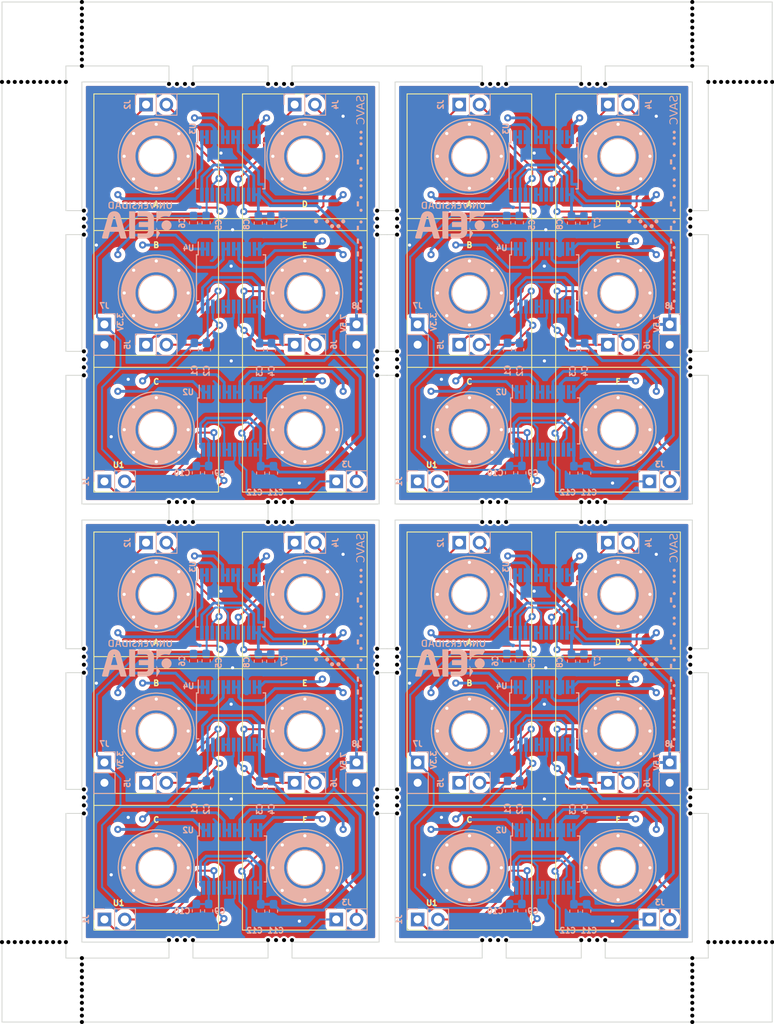
<source format=kicad_pcb>
(kicad_pcb (version 20241229) (generator "pcbnew") (generator_version "9.0")
  (layers (0 "F.Cu" signal) (2 "B.Cu" signal) (13 "F.Paste" user) (15 "B.Paste" user) (5 "F.SilkS" user "F.Silkscreen") (7 "B.SilkS" user "B.Silkscreen") (1 "F.Mask" user) (3 "B.Mask" user) (25 "Edge.Cuts" user))
  (net 0 "")
  (net 1 "Board_0-+3.3V")
  (net 2 "Board_0-+7.5V")
  (net 3 "Board_0-A1")
  (net 4 "Board_0-A2")
  (net 5 "Board_0-B1")
  (net 6 "Board_0-B2")
  (net 7 "Board_0-C1")
  (net 8 "Board_0-C2")
  (net 9 "Board_0-D1")
  (net 10 "Board_0-D2")
  (net 11 "Board_0-E1")
  (net 12 "Board_0-E2")
  (net 13 "Board_0-F1")
  (net 14 "Board_0-F2")
  (net 15 "Board_0-GND")
  (net 16 "Board_0-Net-(U1A-A1)")
  (net 17 "Board_0-Net-(U1A-A2)")
  (net 18 "Board_0-Net-(U1B-B1)")
  (net 19 "Board_0-Net-(U1B-B2)")
  (net 20 "Board_0-Net-(U1C-C1)")
  (net 21 "Board_0-Net-(U1C-C2)")
  (net 22 "Board_0-Net-(U1D-D1)")
  (net 23 "Board_0-Net-(U1D-D2)")
  (net 24 "Board_0-Net-(U1E-E1)")
  (net 25 "Board_0-Net-(U1E-E2)")
  (net 26 "Board_0-Net-(U1F-F1)")
  (net 27 "Board_0-Net-(U1F-F2)")
  (net 28 "Board_1-+3.3V")
  (net 29 "Board_1-+7.5V")
  (net 30 "Board_1-A1")
  (net 31 "Board_1-A2")
  (net 32 "Board_1-B1")
  (net 33 "Board_1-B2")
  (net 34 "Board_1-C1")
  (net 35 "Board_1-C2")
  (net 36 "Board_1-D1")
  (net 37 "Board_1-D2")
  (net 38 "Board_1-E1")
  (net 39 "Board_1-E2")
  (net 40 "Board_1-F1")
  (net 41 "Board_1-F2")
  (net 42 "Board_1-GND")
  (net 43 "Board_1-Net-(U1A-A1)")
  (net 44 "Board_1-Net-(U1A-A2)")
  (net 45 "Board_1-Net-(U1B-B1)")
  (net 46 "Board_1-Net-(U1B-B2)")
  (net 47 "Board_1-Net-(U1C-C1)")
  (net 48 "Board_1-Net-(U1C-C2)")
  (net 49 "Board_1-Net-(U1D-D1)")
  (net 50 "Board_1-Net-(U1D-D2)")
  (net 51 "Board_1-Net-(U1E-E1)")
  (net 52 "Board_1-Net-(U1E-E2)")
  (net 53 "Board_1-Net-(U1F-F1)")
  (net 54 "Board_1-Net-(U1F-F2)")
  (net 55 "Board_2-+3.3V")
  (net 56 "Board_2-+7.5V")
  (net 57 "Board_2-A1")
  (net 58 "Board_2-A2")
  (net 59 "Board_2-B1")
  (net 60 "Board_2-B2")
  (net 61 "Board_2-C1")
  (net 62 "Board_2-C2")
  (net 63 "Board_2-D1")
  (net 64 "Board_2-D2")
  (net 65 "Board_2-E1")
  (net 66 "Board_2-E2")
  (net 67 "Board_2-F1")
  (net 68 "Board_2-F2")
  (net 69 "Board_2-GND")
  (net 70 "Board_2-Net-(U1A-A1)")
  (net 71 "Board_2-Net-(U1A-A2)")
  (net 72 "Board_2-Net-(U1B-B1)")
  (net 73 "Board_2-Net-(U1B-B2)")
  (net 74 "Board_2-Net-(U1C-C1)")
  (net 75 "Board_2-Net-(U1C-C2)")
  (net 76 "Board_2-Net-(U1D-D1)")
  (net 77 "Board_2-Net-(U1D-D2)")
  (net 78 "Board_2-Net-(U1E-E1)")
  (net 79 "Board_2-Net-(U1E-E2)")
  (net 80 "Board_2-Net-(U1F-F1)")
  (net 81 "Board_2-Net-(U1F-F2)")
  (net 82 "Board_3-+3.3V")
  (net 83 "Board_3-+7.5V")
  (net 84 "Board_3-A1")
  (net 85 "Board_3-A2")
  (net 86 "Board_3-B1")
  (net 87 "Board_3-B2")
  (net 88 "Board_3-C1")
  (net 89 "Board_3-C2")
  (net 90 "Board_3-D1")
  (net 91 "Board_3-D2")
  (net 92 "Board_3-E1")
  (net 93 "Board_3-E2")
  (net 94 "Board_3-F1")
  (net 95 "Board_3-F2")
  (net 96 "Board_3-GND")
  (net 97 "Board_3-Net-(U1A-A1)")
  (net 98 "Board_3-Net-(U1A-A2)")
  (net 99 "Board_3-Net-(U1B-B1)")
  (net 100 "Board_3-Net-(U1B-B2)")
  (net 101 "Board_3-Net-(U1C-C1)")
  (net 102 "Board_3-Net-(U1C-C2)")
  (net 103 "Board_3-Net-(U1D-D1)")
  (net 104 "Board_3-Net-(U1D-D2)")
  (net 105 "Board_3-Net-(U1E-E1)")
  (net 106 "Board_3-Net-(U1E-E2)")
  (net 107 "Board_3-Net-(U1F-F1)")
  (net 108 "Board_3-Net-(U1F-F2)")
  (footprint "NPTH" (layer "F.Cu") (at 107.5 137.6)
    (property "Reference" "KiKit_MB_38_10" (hide yes))
    (property "Value" "NPTH" (hide yes))
  )
  (footprint "NPTH" (layer "F.Cu") (at 147.25 48.1)
    (property "Reference" "KiKit_MB_3_3" (hide yes))
    (property "Value" "NPTH" (hide yes))
  )
  (footprint "NPTH" (layer "F.Cu") (at 186.7 24.8)
    (property "Reference" "KiKit_MB_34_7" (hide yes))
    (property "Value" "NPTH" (hide yes))
  )
  (footprint "NPTH" (layer "F.Cu") (at 110.55 46.1)
    (property "Reference" "KiKit_MB_1_4" (hide yes))
    (property "Value" "NPTH" (hide yes))
  )
  (footprint "NPTH" (layer "F.Cu") (at 172.8 82.55)
    (property "Reference" "KiKit_MB_16_4" (hide yes))
    (property "Value" "NPTH" (hide yes))
  )
  (footprint "NPTH" (layer "F.Cu") (at 133.6 30.25)
    (property "Reference" "KiKit_MB_6_1" (hide yes))
    (property "Value" "NPTH" (hide yes))
  )
  (footprint "NPTH" (layer "F.Cu") (at 193.5 137.6)
    (property "Reference" "KiKit_MB_40_7" (hide yes))
    (property "Value" "NPTH" (hide yes))
  )
  (footprint "NPTH" (layer "F.Cu") (at 149.75 103.9)
    (property "Reference" "KiKit_MB_25_1" (hide yes))
    (property "Value" "NPTH" (hide yes))
  )
  (footprint "NPTH" (layer "F.Cu") (at 175.8 85.05)
    (property "Reference" "KiKit_MB_30_4" (hide yes))
    (property "Value" "NPTH" (hide yes))
  )
  (footprint "NPTH" (layer "F.Cu") (at 121.2 82.55)
    (property "Reference" "KiKit_MB_7_4" (hide yes))
    (property "Value" "NPTH" (hide yes))
  )
  (footprint "NPTH" (layer "F.Cu") (at 110.3 20)
    (property "Reference" "KiKit_MB_33_1" (hide yes))
    (property "Value" "NPTH" (hide yes))
  )
  (footprint "NPTH" (layer "F.Cu") (at 186.45 48.1)
    (property "Reference" "KiKit_MB_11_3" (hide yes))
    (property "Value" "NPTH" (hide yes))
  )
  (footprint "NPTH" (layer "F.Cu") (at 186.7 146.8)
    (property "Reference" "KiKit_MB_36_10" (hide yes))
    (property "Value" "NPTH" (hide yes))
  )
  (footprint "NPTH" (layer "F.Cu") (at 196.7 137.6)
    (property "Reference" "KiKit_MB_40_11" (hide yes))
    (property "Value" "NPTH" (hide yes))
  )
  (footprint "NPTH" (layer "F.Cu") (at 123.2 30.25)
    (property "Reference" "KiKit_MB_5_3" (hide yes))
    (property "Value" "NPTH" (hide yes))
  )
  (footprint "NPTH" (layer "F.Cu") (at 104.3 30)
    (property "Reference" "KiKit_MB_37_6" (hide yes))
    (property "Value" "NPTH" (hide yes))
  )
  (footprint "NPTH" (layer "F.Cu") (at 147.25 63.7)
    (property "Reference" "KiKit_MB_4_1" (hide yes))
    (property "Value" "NPTH" (hide yes))
  )
  (footprint "NPTH" (layer "F.Cu") (at 186.45 63.7)
    (property "Reference" "KiKit_MB_12_1" (hide yes))
    (property "Value" "NPTH" (hide yes))
  )
  (footprint "NPTH" (layer "F.Cu") (at 101.9 30)
    (property "Reference" "KiKit_MB_37_3" (hide yes))
    (property "Value" "NPTH" (hide yes))
  )
  (footprint "NPTH" (layer "F.Cu") (at 110.3 142.8)
    (property "Reference" "KiKit_MB_35_5" (hide yes))
    (property "Value" "NPTH" (hide yes))
  )
  (footprint "NPTH" (layer "F.Cu") (at 110.3 145.2)
    (property "Reference" "KiKit_MB_35_8" (hide yes))
    (property "Value" "NPTH" (hide yes))
  )
  (footprint "NPTH" (layer "F.Cu") (at 136.6 30.25)
    (property "Reference" "KiKit_MB_6_4" (hide yes))
    (property "Value" "NPTH" (hide yes))
  )
  (footprint "NPTH" (layer "F.Cu") (at 161.4 85.05)
    (property "Reference" "KiKit_MB_29_2" (hide yes))
    (property "Value" "NPTH" (hide yes))
  )
  (footprint "NPTH" (layer "F.Cu") (at 174.8 30.25)
    (property "Reference" "KiKit_MB_14_3" (hide yes))
    (property "Value" "NPTH" (hide yes))
  )
  (footprint "NPTH" (layer "F.Cu") (at 186.45 64.7)
    (property "Reference" "KiKit_MB_12_2" (hide yes))
    (property "Value" "NPTH" (hide yes))
  )
  (footprint "NPTH" (layer "F.Cu") (at 186.45 121.5)
    (property "Reference" "KiKit_MB_28_4" (hide yes))
    (property "Value" "NPTH" (hide yes))
  )
  (footprint "NPTH" (layer "F.Cu") (at 110.55 63.7)
    (property "Reference" "KiKit_MB_2_4" (hide yes))
    (property "Value" "NPTH" (hide yes))
  )
  (footprint "NPTH" (layer "F.Cu") (at 191.1 137.6)
    (property "Reference" "KiKit_MB_40_4" (hide yes))
    (property "Value" "NPTH" (hide yes))
  )
  (footprint "NPTH" (layer "F.Cu") (at 160.4 85.05)
    (property "Reference" "KiKit_MB_29_1" (hide yes))
    (property "Value" "NPTH" (hide yes))
  )
  (footprint "NPTH" (layer "F.Cu") (at 147.25 121.5)
    (property "Reference" "KiKit_MB_20_4" (hide yes))
    (property "Value" "NPTH" (hide yes))
  )
  (footprint "NPTH" (layer "F.Cu") (at 110.3 26.4)
    (property "Reference" "KiKit_MB_33_9" (hide yes))
    (property "Value" "NPTH" (hide yes))
  )
  (footprint "NPTH" (layer "F.Cu") (at 110.3 24.8)
    (property "Reference" "KiKit_MB_33_7" (hide yes))
    (property "Value" "NPTH" (hide yes))
  )
  (footprint "NPTH" (layer "F.Cu") (at 135.6 85.05)
    (property "Reference" "KiKit_MB_22_3" (hide yes))
    (property "Value" "NPTH" (hide yes))
  )
  (footprint "NPTH" (layer "F.Cu") (at 186.7 142)
    (property "Reference" "KiKit_MB_36_4" (hide yes))
    (property "Value" "NPTH" (hide yes))
  )
  (footprint "NPTH" (layer "F.Cu") (at 195.9 137.6)
    (property "Reference" "KiKit_MB_40_10" (hide yes))
    (property "Value" "NPTH" (hide yes))
  )
  (footprint "NPTH" (layer "F.Cu") (at 123.2 137.35)
    (property "Reference" "KiKit_MB_23_2" (hide yes))
    (property "Value" "NPTH" (hide yes))
  )
  (footprint "NPTH" (layer "F.Cu") (at 110.55 101.9)
    (property "Reference" "KiKit_MB_17_3" (hide yes))
    (property "Value" "NPTH" (hide yes))
  )
  (footprint "NPTH" (layer "F.Cu") (at 100.3 137.6)
    (property "Reference" "KiKit_MB_38_1" (hide yes))
    (property "Value" "NPTH" (hide yes))
  )
  (footprint "NPTH" (layer "F.Cu") (at 147.25 47.1)
    (property "Reference" "KiKit_MB_3_2" (hide yes))
    (property "Value" "NPTH" (hide yes))
  )
  (footprint "NPTH" (layer "F.Cu") (at 106.7 137.6)
    (property "Reference" "KiKit_MB_38_9" (hide yes))
    (property "Value" "NPTH" (hide yes))
  )
  (footprint "NPTH" (layer "F.Cu") (at 105.1 30)
    (property "Reference" "KiKit_MB_37_7" (hide yes))
    (property "Value" "NPTH" (hide yes))
  )
  (footprint "NPTH" (layer "F.Cu") (at 186.45 120.5)
    (property "Reference" "KiKit_MB_28_3" (hide yes))
    (property "Value" "NPTH" (hide yes))
  )
  (footprint "NPTH" (layer "F.Cu") (at 123.2 82.55)
    (property "Reference" "KiKit_MB_7_2" (hide yes))
    (property "Value" "NPTH" (hide yes))
  )
  (footprint "NPTH" (layer "F.Cu") (at 186.45 66.7)
    (property "Reference" "KiKit_MB_12_4" (hide yes))
    (property "Value" "NPTH" (hide yes))
  )
  (footprint "NPTH" (layer "F.Cu") (at 186.7 145.2)
    (property "Reference" "KiKit_MB_36_8" (hide yes))
    (property "Value" "NPTH" (hide yes))
  )
  (footprint "NPTH" (layer "F.Cu") (at 134.6 30.25)
    (property "Reference" "KiKit_MB_6_2" (hide yes))
    (property "Value" "NPTH" (hide yes))
  )
  (footprint "NPTH" (layer "F.Cu") (at 196.7 30)
    (property "Reference" "KiKit_MB_39_11" (hide yes))
    (property "Value" "NPTH" (hide yes))
  )
  (footprint "NPTH" (layer "F.Cu") (at 110.55 65.7)
    (property "Reference" "KiKit_MB_2_2" (hide yes))
    (property "Value" "NPTH" (hide yes))
  )
  (footprint "NPTH" (layer "F.Cu") (at 105.9 137.6)
    (property "Reference" "KiKit_MB_38_8" (hide yes))
    (property "Value" "NPTH" (hide yes))
  )
  (footprint "NPTH" (layer "F.Cu") (at 188.7 137.6)
    (property "Reference" "KiKit_MB_40_1" (hide yes))
    (property "Value" "NPTH" (hide yes))
  )
  (footprint "NPTH" (layer "F.Cu") (at 190.3 30)
    (property "Reference" "KiKit_MB_39_3" (hide yes))
    (property "Value" "NPTH" (hide yes))
  )
  (footprint "NPTH" (layer "F.Cu") (at 108.3 137.6)
    (property "Reference" "KiKit_MB_38_11" (hide yes))
    (property "Value" "NPTH" (hide yes))
  )
  (footprint "NPTH" (layer "F.Cu") (at 173.8 82.55)
    (property "Reference" "KiKit_MB_16_3" (hide yes))
    (property "Value" "NPTH" (hide yes))
  )
  (footprint "NPTH" (layer "F.Cu") (at 186.7 23.2)
    (property "Reference" "KiKit_MB_34_5" (hide yes))
    (property "Value" "NPTH" (hide yes))
  )
  (footprint "NPTH" (layer "F.Cu") (at 110.3 139.6)
    (property "Reference" "KiKit_MB_35_1" (hide yes))
    (property "Value" "NPTH" (hide yes))
  )
  (footprint "NPTH" (layer "F.Cu") (at 124.2 82.55)
    (property "Reference" "KiKit_MB_7_1" (hide yes))
    (property "Value" "NPTH" (hide yes))
  )
  (footprint "NPTH" (layer "F.Cu") (at 134.6 85.05)
    (property "Reference" "KiKit_MB_22_2" (hide yes))
    (property "Value" "NPTH" (hide yes))
  )
  (footprint "NPTH" (layer "F.Cu") (at 134.6 137.35)
    (property "Reference" "KiKit_MB_24_3" (hide yes))
    (property "Value" "NPTH" (hide yes))
  )
  (footprint "NPTH" (layer "F.Cu") (at 147.25 119.5)
    (property "Reference" "KiKit_MB_20_2" (hide yes))
    (property "Value" "NPTH" (hide yes))
  )
  (footprint "NPTH" (layer "F.Cu") (at 110.3 21.6)
    (property "Reference" "KiKit_MB_33_3" (hide yes))
    (property "Value" "NPTH" (hide yes))
  )
  (footprint "NPTH" (layer "F.Cu") (at 186.7 22.4)
    (property "Reference" "KiKit_MB_34_4" (hide yes))
    (property "Value" "NPTH" (hide yes))
  )
  (footprint "NPTH" (layer "F.Cu") (at 149.75 66.7)
    (property "Reference" "KiKit_MB_10_1" (hide yes))
    (property "Value" "NPTH" (hide yes))
  )
  (footprint "NPTH" (layer "F.Cu") (at 147.25 102.9)
    (property "Reference" "KiKit_MB_19_3" (hide yes))
    (property "Value" "NPTH" (hide yes))
  )
  (footprint "NPTH" (layer "F.Cu") (at 110.3 28)
    (property "Reference" "KiKit_MB_33_11" (hide yes))
    (property "Value" "NPTH" (hide yes))
  )
  (footprint "NPTH" (layer "F.Cu") (at 186.7 141.2)
    (property "Reference" "KiKit_MB_36_3" (hide yes))
    (property "Value" "NPTH" (hide yes))
  )
  (footprint "NPTH" (layer "F.Cu") (at 103.5 137.6)
    (property "Reference" "KiKit_MB_38_5" (hide yes))
    (property "Value" "NPTH" (hide yes))
  )
  (footprint "NPTH" (layer "F.Cu") (at 110.55 120.5)
    (property "Reference" "KiKit_MB_18_2" (hide yes))
    (property "Value" "NPTH" (hide yes))
  )
  (footprint "NPTH" (layer "F.Cu") (at 121.2 137.35)
    (property "Reference" "KiKit_MB_23_4" (hide yes))
    (property "Value" "NPTH" (hide yes))
  )
  (footprint "NPTH" (layer "F.Cu") (at 149.75 65.7)
    (property "Reference" "KiKit_MB_10_2" (hide yes))
    (property "Value" "NPTH" (hide yes))
  )
  (footprint "NPTH" (layer "F.Cu") (at 172.8 85.05)
    (property "Reference" "KiKit_MB_30_1" (hide yes))
    (property "Value" "NPTH" (hide yes))
  )
  (footprint "NPTH" (layer "F.Cu") (at 147.25 103.9)
    (property "Reference" "KiKit_MB_19_4" (hide yes))
    (property "Value" "NPTH" (hide yes))
  )
  (footprint "NPTH" (layer "F.Cu") (at 174.8 85.05)
    (property "Reference" "KiKit_MB_30_3" (hide yes))
    (property "Value" "NPTH" (hide yes))
  )
  (footprint "NPTH" (layer "F.Cu") (at 136.6 137.35)
    (property "Reference" "KiKit_MB_24_1" (hide yes))
    (property "Value" "NPTH" (hide yes))
  )
  (footprint "NPTH" (layer "F.Cu") (at 186.7 24)
    (property "Reference" "KiKit_MB_34_6" (hide yes))
    (property "Value" "NPTH" (hide yes))
  )
  (footprint "NPTH" (layer "F.Cu") (at 121.2 85.05)
    (property "Reference" "KiKit_MB_21_1" (hide yes))
    (property "Value" "NPTH" (hide yes))
  )
  (footprint "Tesis:Electromagnets" (layer "F.Cu") (at 128.9 111.2)
    (property "Reference" "U1")
    (property "Value" "Electromagnets")
  )
  (footprint "NPTH" (layer "F.Cu") (at 110.55 64.7)
    (property "Reference" "KiKit_MB_2_3" (hide yes))
    (property "Value" "NPTH" (hide yes))
  )
  (footprint "NPTH" (layer "F.Cu") (at 149.75 102.9)
    (property "Reference" "KiKit_MB_25_2" (hide yes))
    (property "Value" "NPTH" (hide yes))
  )
  (footprint "NPTH" (layer "F.Cu") (at 186.45 101.9)
    (property "Reference" "KiKit_MB_27_2" (hide yes))
    (property "Value" "NPTH" (hide yes))
  )
  (footprint "NPTH" (layer "F.Cu") (at 189.5 30)
    (property "Reference" "KiKit_MB_39_2" (hide yes))
    (property "Value" "NPTH" (hide yes))
  )
  (footprint "NPTH" (layer "F.Cu") (at 149.75 49.1)
    (property "Reference" "KiKit_MB_9_1" (hide yes))
    (property "Value" "NPTH" (hide yes))
  )
  (footprint "NPTH" (layer "F.Cu") (at 162.4 85.05)
    (property "Reference" "KiKit_MB_29_3" (hide yes))
    (property "Value" "NPTH" (hide yes))
  )
  (footprint "NPTH" (layer "F.Cu") (at 186.45 103.9)
    (property "Reference" "KiKit_MB_27_4" (hide yes))
    (property "Value" "NPTH" (hide yes))
  )
  (footprint "NPTH" (layer "F.Cu") (at 102.7 137.6)
    (property "Reference" "KiKit_MB_38_4" (hide yes))
    (property "Value" "NPTH" (hide yes))
  )
  (footprint "NPTH" (layer "F.Cu") (at 110.3 147.6)
    (property "Reference" "KiKit_MB_35_11" (hide yes))
    (property "Value" "NPTH" (hide yes))
  )
  (footprint "NPTH" (layer "F.Cu") (at 163.4 30.25)
    (property "Reference" "KiKit_MB_13_4" (hide yes))
    (property "Value" "NPTH" (hide yes))
  )
  (footprint "NPTH" (layer "F.Cu") (at 147.25 120.5)
    (property "Reference" "KiKit_MB_20_3" (hide yes))
    (property "Value" "NPTH" (hide yes))
  )
  (footprint "NPTH" (layer "F.Cu") (at 161.4 82.55)
    (property "Reference" "KiKit_MB_15_3" (hide yes))
    (property "Value" "NPTH" (hide yes))
  )
  (footprint "NPTH" (layer "F.Cu") (at 186.45 65.7)
    (property "Reference" "KiKit_MB_12_3" (hide yes))
    (property "Value" "NPTH" (hide yes))
  )
  (footprint "NPTH" (layer "F.Cu") (at 195.1 30)
    (property "Reference" "KiKit_MB_39_9" (hide yes))
    (property "Value" "NPTH" (hide yes))
  )
  (footprint "NPTH" (layer "F.Cu") (at 186.45 49.1)
    (property "Reference" "KiKit_MB_11_4" (hide yes))
    (property "Value" "NPTH" (hide yes))
  )
  (footprint "NPTH" (layer "F.Cu") (at 100.3 30)
    (property "Reference" "KiKit_MB_37_1" (hide yes))
    (property "Value" "NPTH" (hide yes))
  )
  (footprint "NPTH" (layer "F.Cu") (at 193.5 30)
    (property "Reference" "KiKit_MB_39_7" (hide yes))
    (property "Value" "NPTH" (hide yes))
  )
  (footprint "NPTH" (layer "F.Cu") (at 110.55 66.7)
    (property "Reference" "KiKit_MB_2_1" (hide yes))
    (property "Value" "NPTH" (hide yes))
  )
  (footprint "NPTH" (layer "F.Cu") (at 123.2 85.05)
    (property "Reference" "KiKit_MB_21_3" (hide yes))
    (property "Value" "NPTH" (hide yes))
  )
  (footprint "NPTH" (layer "F.Cu") (at 149.75 46.1)
    (property "Reference" "KiKit_MB_9_4" (hide yes))
    (property "Value" "NPTH" (hide yes))
  )
  (footprint "NPTH" (layer "F.Cu") (at 186.7 28)
    (property "Reference" "KiKit_MB_34_11" (hide yes))
    (property "Value" "NPTH" (hide yes))
  )
  (footprint "NPTH" (layer "F.Cu") (at 161.4 30.25)
    (property "Reference" "KiKit_MB_13_2" (hide yes))
    (property "Value" "NPTH" (hide yes))
  )
  (footprint "NPTH" (layer "F.Cu") (at 147.25 100.9)
    (property "Reference" "KiKit_MB_19_1" (hide yes))
    (property "Value" "NPTH" (hide yes))
  )
  (footprint "NPTH" (layer "F.Cu") (at 110.55 102.9)
    (property "Reference" "KiKit_MB_17_2" (hide yes))
    (property "Value" "NPTH" (hide yes))
  )
  (footprint "NPTH" (layer "F.Cu") (at 163.4 82.55)
    (property "Reference" "KiKit_MB_15_1" (hide yes))
    (property "Value" "NPTH" (hide yes))
  )
  (footprint "NPTH" (layer "F.Cu") (at 149.75 47.1)
    (property "Reference" "KiKit_MB_9_3" (hide yes))
    (property "Value" "NPTH" (hide yes))
  )
  (footprint "NPTH" (layer "F.Cu") (at 136.6 85.05)
    (property "Reference" "KiKit_MB_22_4" (hide yes))
    (property "Value" "NPTH" (hide yes))
  )
  (footprint "NPTH" (layer "F.Cu") (at 124.2 137.35)
    (property "Reference" "KiKit_MB_23_1" (hide yes))
    (property "Value" "NPTH" (hide yes))
  )
  (footprint "NPTH" (layer "F.Cu") (at 103.5 30)
    (property "Reference" "KiKit_MB_37_5" (hide yes))
    (property "Value" "NPTH" (hide yes))
  )
  (footprint "NPTH" (layer "F.Cu") (at 149.75 118.5)
    (property "Reference" "KiKit_MB_26_4" (hide yes))
    (property "Value" "NPTH" (hide yes))
  )
  (footprint "NPTH" (layer "F.Cu") (at 122.2 30.25)
    (property "Reference" "KiKit_MB_5_2" (hide yes))
    (property "Value" "NPTH" (hide yes))
  )
  (footprint "NPTH" (layer "F.Cu") (at 135.6 137.35)
    (property "Reference" "KiKit_MB_24_2" (hide yes))
    (property "Value" "NPTH" (hide yes))
  )
  (footprint "NPTH" (layer "F.Cu") (at 110.55 48.1)
    (property "Reference" "KiKit_MB_1_2" (hide yes))
    (property "Value" "NPTH" (hide yes))
  )
  (footprint "NPTH" (layer "F.Cu") (at 186.45 118.5)
    (property "Reference" "KiKit_MB_28_1" (hide yes))
    (property "Value" "NPTH" (hide yes))
  )
  (footprint "NPTH" (layer "F.Cu") (at 147.25 118.5)
    (property "Reference" "KiKit_MB_20_1" (hide yes))
    (property "Value" "NPTH" (hide yes))
  )
  (footprint "NPTH" (layer "F.Cu") (at 186.45 102.9)
    (property "Reference" "KiKit_MB_27_3" (hide yes))
    (property "Value" "NPTH" (hide yes))
  )
  (footprint "NPTH" (layer "F.Cu") (at 147.25 64.7)
    (property "Reference" "KiKit_MB_4_2" (hide yes))
    (property "Value" "NPTH" (hide yes))
  )
  (footprint "NPTH" (layer "F.Cu") (at 149.75 120.5)
    (property "Reference" "KiKit_MB_26_2" (hide yes))
    (property "Value" "NPTH" (hide yes))
  )
  (footprint "Tesis:Electromagnets" (layer "F.Cu") (at 168.1 111.2)
    (property "Reference" "U1")
    (property "Value" "Electromagnets")
  )
  (footprint "NPTH" (layer "F.Cu") (at 110.3 20.8)
    (property "Reference" "KiKit_MB_33_2" (hide yes))
    (property "Value" "NPTH" (hide yes))
  )
  (footprint "NPTH" (layer "F.Cu") (at 191.1 30)
    (property "Reference" "KiKit_MB_39_4" (hide yes))
    (property "Value" "NPTH" (hide yes))
  )
  (footprint "NPTH" (layer "F.Cu") (at 192.7 137.6)
    (property "Reference" "KiKit_MB_40_6" (hide yes))
    (property "Value" "NPTH" (hide yes))
  )
  (footprint "NPTH" (layer "F.Cu") (at 191.9 30)
    (property "Reference" "KiKit_MB_39_5" (hide yes))
    (property "Value" "NPTH" (hide yes))
  )
  (footprint "NPTH" (layer "F.Cu") (at 186.7 139.6)
    (property "Reference" "KiKit_MB_36_1" (hide yes))
    (property "Value" "NPTH" (hide yes))
  )
  (footprint "Tesis:Electromagnets" (layer "F.Cu") (at 128.9 56.4)
    (property "Reference" "U1")
    (property "Value" "Electromagnets")
  )
  (footprint "NPTH" (layer "F.Cu") (at 163.4 85.05)
    (property "Reference" "KiKit_MB_29_4" (hide yes))
    (property "Value" "NPTH" (hide yes))
  )
  (footprint "NPTH" (layer "F.Cu") (at 186.7 20)
    (property "Reference" "KiKit_MB_34_1" (hide yes))
    (property "Value" "NPTH" (hide yes))
  )
  (footprint "NPTH" (layer "F.Cu") (at 162.4 137.35)
    (property "Reference" "KiKit_MB_31_2" (hide yes))
    (property "Value" "NPTH" (hide yes))
  )
  (footprint "NPTH" (layer "F.Cu") (at 122.2 85.05)
    (property "Reference" "KiKit_MB_21_2" (hide yes))
    (property "Value" "NPTH" (hide yes))
  )
  (footprint "NPTH" (layer "F.Cu") (at 110.55 49.1)
    (property "Reference" "KiKit_MB_1_1" (hide yes))
    (property "Value" "NPTH" (hide yes))
  )
  (footprint "Tesis:Electromagnets" (layer "F.Cu") (at 168.1 56.4)
    (property "Reference" "U1")
    (property "Value" "Electromagnets")
  )
  (footprint "NPTH" (layer "F.Cu") (at 133.6 85.05)
    (property "Reference" "KiKit_MB_22_1" (hide yes))
    (property "Value" "NPTH" (hide yes))
  )
  (footprint "NPTH" (layer "F.Cu") (at 149.75 63.7)
    (property "Reference" "KiKit_MB_10_4" (hide yes))
    (property "Value" "NPTH" (hide yes))
  )
  (footprint "NPTH" (layer "F.Cu") (at 149.75 48.1)
    (property "Reference" "KiKit_MB_9_2" (hide yes))
    (property "Value" "NPTH" (hide yes))
  )
  (footprint "NPTH" (layer "F.Cu") (at 133.6 137.35)
    (property "Reference" "KiKit_MB_24_4" (hide yes))
    (property "Value" "NPTH" (hide yes))
  )
  (footprint "NPTH" (layer "F.Cu") (at 110.55 119.5)
    (property "Reference" "KiKit_MB_18_3" (hide yes))
    (property "Value" "NPTH" (hide yes))
  )
  (footprint "NPTH" (layer "F.Cu") (at 110.3 146.8)
    (property "Reference" "KiKit_MB_35_10" (hide yes))
    (property "Value" "NPTH" (hide yes))
  )
  (footprint "NPTH" (layer "F.Cu") (at 186.7 143.6)
    (property "Reference" "KiKit_MB_36_6" (hide yes))
    (property "Value" "NPTH" (hide yes))
  )
  (footprint "NPTH" (layer "F.Cu") (at 110.3 25.6)
    (property "Reference" "KiKit_MB_33_8" (hide yes))
    (property "Value" "NPTH" (hide yes))
  )
  (footprint "NPTH" (layer "F.Cu") (at 105.9 30)
    (property "Reference" "KiKit_MB_37_8" (hide yes))
    (property "Value" "NPTH" (hide yes))
  )
  (footprint "NPTH" (layer "F.Cu") (at 173.8 137.35)
    (property "Reference" "KiKit_MB_32_3" (hide yes))
    (property "Value" "NPTH" (hide yes))
  )
  (footprint "NPTH" (layer "F.Cu") (at 110.3 141.2)
    (property "Reference" "KiKit_MB_35_3" (hide yes))
    (property "Value" "NPTH" (hide yes))
  )
  (footprint "NPTH" (layer "F.Cu") (at 190.3 137.6)
    (property "Reference" "KiKit_MB_40_3" (hide yes))
    (property "Value" "NPTH" (hide yes))
  )
  (footprint "NPTH" (layer "F.Cu") (at 147.25 66.7)
    (property "Reference" "KiKit_MB_4_4" (hide yes))
    (property "Value" "NPTH" (hide yes))
  )
  (footprint "NPTH" (layer "F.Cu") (at 194.3 30)
    (property "Reference" "KiKit_MB_39_8" (hide yes))
    (property "Value" "NPTH" (hide yes))
  )
  (footprint "NPTH" (layer "F.Cu") (at 110.3 146)
    (property "Reference" "KiKit_MB_35_9" (hide yes))
    (property "Value" "NPTH" (hide yes))
  )
  (footprint "NPTH" (layer "F.Cu") (at 110.55 118.5)
    (property "Reference" "KiKit_MB_18_4" (hide yes))
    (property "Value" "NPTH" (hide yes))
  )
  (footprint "NPTH" (layer "F.Cu") (at 186.7 144.4)
    (property "Reference" "KiKit_MB_36_7" (hide yes))
    (property "Value" "NPTH" (hide yes))
  )
  (footprint "NPTH" (layer "F.Cu") (at 110.55 121.5)
    (property "Reference" "KiKit_MB_18_1" (hide yes))
    (property "Value" "NPTH" (hide yes))
  )
  (footprint "NPTH" (layer "F.Cu") (at 102.7 30)
    (property "Reference" "KiKit_MB_37_4" (hide yes))
    (property "Value" "NPTH" (hide yes))
  )
  (footprint "NPTH" (layer "F.Cu") (at 162.4 30.25)
    (property "Reference" "KiKit_MB_13_3" (hide yes))
    (property "Value" "NPTH" (hide yes))
  )
  (footprint "NPTH" (layer "F.Cu") (at 135.6 30.25)
    (property "Reference" "KiKit_MB_6_3" (hide yes))
    (property "Value" "NPTH" (hide yes))
  )
  (footprint "NPTH" (layer "F.Cu") (at 147.25 49.1)
    (property "Reference" "KiKit_MB_3_4" (hide yes))
    (property "Value" "NPTH" (hide yes))
  )
  (footprint "NPTH" (layer "F.Cu") (at 135.6 82.55)
    (property "Reference" "KiKit_MB_8_2" (hide yes))
    (property "Value" "NPTH" (hide yes))
  )
  (footprint "NPTH" (layer "F.Cu") (at 160.4 137.35)
    (property "Reference" "KiKit_MB_31_4" (hide yes))
    (property "Value" "NPTH" (hide yes))
  )
  (footprint "NPTH" (layer "F.Cu") (at 121.2 30.25)
    (property "Reference" "KiKit_MB_5_1" (hide yes))
    (property "Value" "NPTH" (hide yes))
  )
  (footprint "NPTH" (layer "F.Cu") (at 194.3 137.6)
    (property "Reference" "KiKit_MB_40_8" (hide yes))
    (property "Value" "NPTH" (hide yes))
  )
  (footprint "NPTH" (layer "F.Cu") (at 174.8 137.35)
    (property "Reference" "KiKit_MB_32_2" (hide yes))
    (property "Value" "NPTH" (hide yes))
  )
  (footprint "NPTH" (layer "F.Cu") (at 186.7 146)
    (property "Reference" "KiKit_MB_36_9" (hide yes))
    (property "Value" "NPTH" (hide yes))
  )
  (footprint "NPTH" (layer "F.Cu") (at 195.9 30)
    (property "Reference" "KiKit_MB_39_10" (hide yes))
    (property "Value" "NPTH" (hide yes))
  )
  (footprint "NPTH" (layer "F.Cu") (at 149.75 101.9)
    (property "Reference" "KiKit_MB_25_3" (hide yes))
    (property "Value" "NPTH" (hide yes))
  )
  (footprint "NPTH" (layer "F.Cu") (at 133.6 82.55)
    (property "Reference" "KiKit_MB_8_4" (hide yes))
    (property "Value" "NPTH" (hide yes))
  )
  (footprint "NPTH" (layer "F.Cu") (at 186.7 147.6)
    (property "Reference" "KiKit_MB_36_11" (hide yes))
    (property "Value" "NPTH" (hide yes))
  )
  (footprint "NPTH" (layer "F.Cu") (at 149.75 64.7)
    (property "Reference" "KiKit_MB_10_3" (hide yes))
    (property "Value" "NPTH" (hide yes))
  )
  (footprint "NPTH" (layer "F.Cu") (at 186.45 46.1)
    (property "Reference" "KiKit_MB_11_1" (hide yes))
    (property "Value" "NPTH" (hide yes))
  )
  (footprint "NPTH" (layer "F.Cu") (at 110.3 143.6)
    (property "Reference" "KiKit_MB_35_6" (hide yes))
    (property "Value" "NPTH" (hide yes))
  )
  (footprint "NPTH" (layer "F.Cu") (at 110.3 144.4)
    (property "Reference" "KiKit_MB_35_7" (hide yes))
    (property "Value" "NPTH" (hide yes))
  )
  (footprint "NPTH" (layer "F.Cu") (at 186.7 26.4)
    (property "Reference" "KiKit_MB_34_9" (hide yes))
    (property "Value" "NPTH" (hide yes))
  )
  (footprint "NPTH" (layer "F.Cu") (at 110.3 27.2)
    (property "Reference" "KiKit_MB_33_10" (hide yes))
    (property "Value" "NPTH" (hide yes))
  )
  (footprint "NPTH" (layer "F.Cu") (at 191.9 137.6)
    (property "Reference" "KiKit_MB_40_5" (hide yes))
    (property "Value" "NPTH" (hide yes))
  )
  (footprint "NPTH" (layer "F.Cu") (at 160.4 82.55)
    (property "Reference" "KiKit_MB_15_4" (hide yes))
    (property "Value" "NPTH" (hide yes))
  )
  (footprint "NPTH" (layer "F.Cu") (at 186.7 25.6)
    (property "Reference" "KiKit_MB_34_8" (hide yes))
    (property "Value" "NPTH" (hide yes))
  )
  (footprint "NPTH" (layer "F.Cu") (at 163.4 137.35)
    (property "Reference" "KiKit_MB_31_1" (hide yes))
    (property "Value" "NPTH" (hide yes))
  )
  (footprint "NPTH" (layer "F.Cu") (at 110.3 140.4)
    (property "Reference" "KiKit_MB_35_2" (hide yes))
    (property "Value" "NPTH" (hide yes))
  )
  (footprint "NPTH" (layer "F.Cu") (at 160.4 30.25)
    (property "Reference" "KiKit_MB_13_1" (hide yes))
    (property "Value" "NPTH" (hide yes))
  )
  (footprint "NPTH" (layer "F.Cu") (at 149.75 119.5)
    (property "Reference" "KiKit_MB_26_3" (hide yes))
    (property "Value" "NPTH" (hide yes))
  )
  (footprint "NPTH" (layer "F.Cu") (at 173.8 85.05)
    (property "Reference" "KiKit_MB_30_2" (hide yes))
    (property "Value" "NPTH" (hide yes))
  )
  (footprint "NPTH" (layer "F.Cu") (at 174.8 82.55)
    (property "Reference" "KiKit_MB_16_2" (hide yes))
    (property "Value" "NPTH" (hide yes))
  )
  (footprint "NPTH" (layer "F.Cu") (at 173.8 30.25)
    (property "Reference" "KiKit_MB_14_2" (hide yes))
    (property "Value" "NPTH" (hide yes))
  )
  (footprint "NPTH" (layer "F.Cu") (at 161.4 137.35)
    (property "Reference" "KiKit_MB_31_3" (hide yes))
    (property "Value" "NPTH" (hide yes))
  )
  (footprint "NPTH" (layer "F.Cu") (at 189.5 137.6)
    (property "Reference" "KiKit_MB_40_2" (hide yes))
    (property "Value" "NPTH" (hide yes))
  )
  (footprint "NPTH" (layer "F.Cu") (at 175.8 30.25)
    (property "Reference" "KiKit_MB_14_4" (hide yes))
    (property "Value" "NPTH" (hide yes))
  )
  (footprint "NPTH" (layer "F.Cu") (at 186.7 21.6)
    (property "Reference" "KiKit_MB_34_3" (hide yes))
    (property "Value" "NPTH" (hide yes))
  )
  (footprint "NPTH" (layer "F.Cu") (at 186.45 100.9)
    (property "Reference" "KiKit_MB_27_1" (hide yes))
    (property "Value" "NPTH" (hide yes))
  )
  (footprint "NPTH" (layer "F.Cu") (at 110.3 24)
    (property "Reference" "KiKit_MB_33_6" (hide yes))
    (property "Value" "NPTH" (hide yes))
  )
  (footprint "NPTH" (layer "F.Cu") (at 101.1 30)
    (property "Reference" "KiKit_MB_37_2" (hide yes))
    (property "Value" "NPTH" (hide yes))
  )
  (footprint "NPTH" (layer "F.Cu") (at 110.3 22.4)
    (property "Reference" "KiKit_MB_33_4" (hide yes))
    (property "Value" "NPTH" (hide yes))
  )
  (footprint "NPTH" (layer "F.Cu") (at 105.1 137.6)
    (property "Reference" "KiKit_MB_38_7" (hide yes))
    (property "Value" "NPTH" (hide yes))
  )
  (footprint "NPTH" (layer "F.Cu") (at 186.7 140.4)
    (property "Reference" "KiKit_MB_36_2" (hide yes))
    (property "Value" "NPTH" (hide yes))
  )
  (footprint "NPTH" (layer "F.Cu") (at 149.75 100.9)
    (property "Reference" "KiKit_MB_25_4" (hide yes))
    (property "Value" "NPTH" (hide yes))
  )
  (footprint "NPTH" (layer "F.Cu") (at 149.75 121.5)
    (property "Reference" "KiKit_MB_26_1" (hide yes))
    (property "Value" "NPTH" (hide yes))
  )
  (footprint "NPTH" (layer "F.Cu") (at 124.2 30.25)
    (property "Reference" "KiKit_MB_5_4" (hide yes))
    (property "Value" "NPTH" (hide yes))
  )
  (footprint "NPTH" (layer "F.Cu") (at 124.2 85.05)
    (property "Reference" "KiKit_MB_21_4" (hide yes))
    (property "Value" "NPTH" (hide yes))
  )
  (footprint "NPTH" (layer "F.Cu") (at 134.6 82.55)
    (property "Reference" "KiKit_MB_8_3" (hide yes))
    (property "Value" "NPTH" (hide yes))
  )
  (footprint "NPTH" (layer "F.Cu") (at 110.55 103.9)
    (property "Reference" "KiKit_MB_17_1" (hide yes))
    (property "Value" "NPTH" (hide yes))
  )
  (footprint "NPTH" (layer "F.Cu") (at 186.7 142.8)
    (property "Reference" "KiKit_MB_36_5" (hide yes))
    (property "Value" "NPTH" (hide yes))
  )
  (footprint "NPTH" (layer "F.Cu") (at 104.3 137.6)
    (property "Reference" "KiKit_MB_38_6" (hide yes))
    (property "Value" "NPTH" (hide yes))
  )
  (footprint "NPTH" (layer "F.Cu") (at 101.9 137.6)
    (property "Reference" "KiKit_MB_38_3" (hide yes))
    (property "Value" "NPTH" (hide yes))
  )
  (footprint "NPTH" (layer "F.Cu") (at 101.1 137.6)
    (property "Reference" "KiKit_MB_38_2" (hide yes))
    (property "Value" "NPTH" (hide yes))
  )
  (footprint "NPTH" (layer "F.Cu") (at 110.3 23.2)
    (property "Reference" "KiKit_MB_33_5" (hide yes))
    (property "Value" "NPTH" (hide yes))
  )
  (footprint "NPTH" (layer "F.Cu") (at 147.25 46.1)
    (property "Reference" "KiKit_MB_3_1" (hide yes))
    (property "Value" "NPTH" (hide yes))
  )
  (footprint "NPTH" (layer "F.Cu") (at 186.45 47.1)
    (property "Reference" "KiKit_MB_11_2" (hide yes))
    (property "Value" "NPTH" (hide yes))
  )
  (footprint "NPTH" (layer "F.Cu") (at 195.1 137.6)
    (property "Reference" "KiKit_MB_40_9" (hide yes))
    (property "Value" "NPTH" (hide yes))
  )
  (footprint "NPTH" (layer "F.Cu") (at 186.7 27.2)
    (property "Reference" "KiKit_MB_34_10" (hide yes))
    (property "Value" "NPTH" (hide yes))
  )
  (footprint "NPTH" (layer "F.Cu") (at 122.2 137.35)
    (property "Reference" "KiKit_MB_23_3" (hide yes))
    (property "Value" "NPTH" (hide yes))
  )
  (footprint "NPTH" (layer "F.Cu") (at 136.6 82.55)
    (property "Reference" "KiKit_MB_8_1" (hide yes))
    (property "Value" "NPTH" (hide yes))
  )
  (footprint "NPTH" (layer "F.Cu") (at 110.55 100.9)
    (property "Reference" "KiKit_MB_17_4" (hide yes))
    (property "Value" "NPTH" (hide yes))
  )
  (footprint "NPTH" (layer "F.Cu") (at 175.8 137.35)
    (property "Reference" "KiKit_MB_32_1" (hide yes))
    (property "Value" "NPTH" (hide yes))
  )
  (footprint "NPTH" (layer "F.Cu") (at 147.25 101.9)
    (property "Reference" "KiKit_MB_19_2" (hide yes))
    (property "Value" "NPTH" (hide yes))
  )
  (footprint "NPTH" (layer "F.Cu") (at 107.5 30)
    (property "Reference" "KiKit_MB_37_10" (hide yes))
    (property "Value" "NPTH" (hide yes))
  )
  (footprint "NPTH" (layer "F.Cu") (at 175.8 82.55)
    (property "Reference" "KiKit_MB_16_1" (hide yes))
    (property "Value" "NPTH" (hide yes))
  )
  (footprint "NPTH" (layer "F.Cu") (at 108.3 30)
    (property "Reference" "KiKit_MB_37_11" (hide yes))
    (property "Value" "NPTH" (hide yes))
  )
  (footprint "NPTH" (layer "F.Cu") (at 186.7 20.8)
    (property "Reference" "KiKit_MB_34_2" (hide yes))
    (property "Value" "NPTH" (hide yes))
  )
  (footprint "NPTH" (layer "F.Cu") (at 122.2 82.55)
    (property "Reference" "KiKit_MB_7_3" (hide yes))
    (property "Value" "NPTH" (hide yes))
  )
  (footprint "NPTH" (layer "F.Cu") (at 172.8 137.35)
    (property "Reference" "KiKit_MB_32_4" (hide yes))
    (property "Value" "NPTH" (hide yes))
  )
  (footprint "NPTH" (layer "F.Cu") (at 162.4 82.55)
    (property "Reference" "KiKit_MB_15_2" (hide yes))
    (property "Value" "NPTH" (hide yes))
  )
  (footprint "NPTH" (layer "F.Cu") (at 192.7 30)
    (property "Reference" "KiKit_MB_39_6" (hide yes))
    (property "Value" "NPTH" (hide yes))
  )
  (footprint "NPTH" (layer "F.Cu") (at 172.8 30.25)
    (property "Reference" "KiKit_MB_14_1" (hide yes))
    (property "Value" "NPTH" (hide yes))
  )
  (footprint "NPTH" (layer "F.Cu") (at 188.7 30)
    (property "Reference" "KiKit_MB_39_1" (hide yes))
    (property "Value" "NPTH" (hide yes))
  )
  (footprint "NPTH" (layer "F.Cu") (at 186.45 119.5)
    (property "Reference" "KiKit_MB_28_2" (hide yes))
    (property "Value" "NPTH" (hide yes))
  )
  (footprint "NPTH" (layer "F.Cu") (at 110.3 142)
    (property "Reference" "KiKit_MB_35_4" (hide yes))
    (property "Value" "NPTH" (hide yes))
  )
  (footprint "NPTH" (layer "F.Cu") (at 110.55 47.1)
    (property "Reference" "KiKit_MB_1_3" (hide yes))
    (property "Value" "NPTH" (hide yes))
  )
  (footprint "NPTH" (layer "F.Cu") (at 106.7 30)
    (property "Reference" "KiKit_MB_37_9" (hide yes))
    (property "Value" "NPTH" (hide yes))
  )
  (footprint "NPTH" (layer "F.Cu") (at 147.25 65.7)
    (property "Reference" "KiKit_MB_4_3" (hide yes))
    (property "Value" "NPTH" (hide yes))
  )
  (footprint "Connector_PinHeader_2.54mm:PinHeader_1x02_P2.54mm_Vertical" (layer "B.Cu") (at 183.87 115.13 180)
    (property "Reference" "J8")
    (property "Value" "Conn_01x02_Male")
  )
  (footprint "Connector_PinHeader_2.54mm:PinHeader_1x02_P2.54mm_Vertical" (layer "B.Cu") (at 183.87 60.33 180)
    (property "Reference" "J8")
    (property "Value" "Conn_01x02_Male")
  )
  (footprint "Capacitor_SMD:C_0603_1608Metric_Pad1.08x0.95mm_HandSolder" (layer "B.Cu") (at 165.37 133.7 -90)
    (property "Reference" "C9")
    (property "Value" "10uF")
  )
  (footprint "Capacitor_SMD:C_0603_1608Metric_Pad1.08x0.95mm_HandSolder" (layer "B.Cu") (at 173.48 133.73 -90)
    (property "Reference" "C11")
    (property "Value" "100nF")
  )
  (footprint "Tesis:EIA-Braille" (layer "B.Cu") (at 141.41 48.04 180)
    (property "Reference" "REF**" (hide yes))
    (property "Value" "EIA-Braille" (hide yes))
  )
  (footprint "Tesis:EIA-Braille" (layer "B.Cu") (at 141.41 102.84 180)
    (property "Reference" "REF**" (hide yes))
    (property "Value" "EIA-Braille" (hide yes))
  )
  (footprint "Capacitor_SMD:C_0603_1608Metric_Pad1.08x0.95mm_HandSolder" (layer "B.Cu") (at 134.026 118.323 -90)
    (property "Reference" "C4")
    (property "Value" "10uF")
  )
  (footprint "Package_SO:SSOP-24_5.3x8.2mm_P0.65mm" (layer "B.Cu") (at 168.09 95.3 -90)
    (property "Reference" "U3")
    (property "Value" "TB6612FNG")
  )
  (footprint "Connector_PinHeader_2.54mm:PinHeader_1x02_P2.54mm_Vertical" (layer "B.Cu") (at 181.335 134.77 -90)
    (property "Reference" "J3")
    (property "Value" "Conn_01x02_Male")
  )
  (footprint "Connector_PinHeader_2.54mm:PinHeader_1x02_P2.54mm_Vertical" (layer "B.Cu") (at 152.32 60.33 180)
    (property "Reference" "J7")
    (property "Value" "Conn_01x02_Male")
  )
  (footprint "Tesis:EIA-Braille" (layer "B.Cu") (at 180.61 48.04 180)
    (property "Reference" "REF**" (hide yes))
    (property "Value" "EIA-Braille" (hide yes))
  )
  (footprint "Connector_PinHeader_2.54mm:PinHeader_1x02_P2.54mm_Vertical" (layer "B.Cu") (at 142.135 134.77 -90)
    (property "Reference" "J3")
    (property "Value" "Conn_01x02_Male")
  )
  (footprint "Capacitor_SMD:C_0603_1608Metric_Pad1.08x0.95mm_HandSolder" (layer "B.Cu") (at 171.58 47.6625 -90)
    (property "Reference" "C8")
    (property "Value" "10uF")
  )
  (footprint "Connector_PinHeader_2.54mm:PinHeader_1x02_P2.54mm_Vertical" (layer "B.Cu") (at 157.53 32.83 -90)
    (property "Reference" "J2")
    (property "Value" "Conn_01x02_Male")
  )
  (footprint "Capacitor_SMD:C_0603_1608Metric_Pad1.08x0.95mm_HandSolder" (layer "B.Cu") (at 134.28 78.93 -90)
    (property "Reference" "C11")
    (property "Value" "100nF")
  )
  (footprint "Connector_PinHeader_2.54mm:PinHeader_1x02_P2.54mm_Vertical" (layer "B.Cu") (at 136.93 62.87 -90)
    (property "Reference" "J6")
    (property "Value" "Conn_01x02_Male")
  )
  (footprint "Connector_PinHeader_2.54mm:PinHeader_1x02_P2.54mm_Vertical" (layer "B.Cu") (at 152.325 134.77 -90)
    (property "Reference" "J1")
    (property "Value" "Conn_01x02_Male")
  )
  (footprint "Capacitor_SMD:C_0603_1608Metric_Pad1.08x0.95mm_HandSolder" (layer "B.Cu") (at 125.85 47.62 -90)
    (property "Reference" "C5")
    (property "Value" "10uF")
  )
  (footprint "Capacitor_SMD:C_0603_1608Metric_Pad1.08x0.95mm_HandSolder" (layer "B.Cu") (at 125.89 63.5225 -90)
    (property "Reference" "C2")
    (property "Value" "100nF")
  )
  (footprint "Connector_PinHeader_2.54mm:PinHeader_1x02_P2.54mm_Vertical" (layer "B.Cu") (at 176.13 87.63 -90)
    (property "Reference" "J4")
    (property "Value" "Conn_01x02_Male")
  )
  (footprint "Connector_PinHeader_2.54mm:PinHeader_1x02_P2.54mm_Vertical" (layer "B.Cu") (at 176.13 62.87 -90)
    (property "Reference" "J6")
    (property "Value" "Conn_01x02_Male")
  )
  (footprint "Capacitor_SMD:C_0603_1608Metric_Pad1.08x0.95mm_HandSolder" (layer "B.Cu") (at 132.68 133.7275 -90)
    (property "Reference" "C12")
    (property "Value" "10uF")
  )
  (footprint "Connector_PinHeader_2.54mm:PinHeader_1x02_P2.54mm_Vertical" (layer "B.Cu") (at 152.32 115.13 180)
    (property "Reference" "J7")
    (property "Value" "Conn_01x02_Male")
  )
  (footprint "Capacitor_SMD:C_0603_1608Metric_Pad1.08x0.95mm_HandSolder" (layer "B.Cu") (at 133.94 102.475 -90)
    (property "Reference" "C7")
    (property "Value" "100nF")
  )
  (footprint "Capacitor_SMD:C_0603_1608Metric_Pad1.08x0.95mm_HandSolder" (layer "B.Cu") (at 165.09 118.3225 -90)
    (property "Reference" "C2")
    (property "Value" "100nF")
  )
  (footprint "Package_SO:SSOP-24_5.3x8.2mm_P0.65mm" (layer "B.Cu") (at 168.29 127.2 -90)
    (property "Reference" "U2")
    (property "Value" "TB6612FNG")
  )
  (footprint "Capacitor_SMD:C_0603_1608Metric_Pad1.08x0.95mm_HandSolder" (layer "B.Cu") (at 171.73 118.3305 -90)
    (property "Reference" "C3")
    (property "Value" "100nF")
  )
  (footprint "Capacitor_SMD:C_0603_1608Metric_Pad1.08x0.95mm_HandSolder" (layer "B.Cu") (at 132.53 63.5305 -90)
    (property "Reference" "C3")
    (property "Value" "100nF")
  )
  (footprint "Capacitor_SMD:C_0603_1608Metric_Pad1.08x0.95mm_HandSolder" (layer "B.Cu") (at 124.374 118.303 -90)
    (property "Reference" "C1")
    (property "Value" "10uF")
  )
  (footprint "Tesis:EIA-Braille" (layer "B.Cu") (at 180.61 102.84 180)
    (property "Reference" "REF**" (hide yes))
    (property "Value" "EIA-Braille" (hide yes))
  )
  (footprint "Capacitor_SMD:C_0603_1608Metric_Pad1.08x0.95mm_HandSolder" (layer "B.Cu") (at 125.89 118.3225 -90)
    (property "Reference" "C2")
    (property "Value" "100nF")
  )
  (footprint "Connector_PinHeader_2.54mm:PinHeader_1x02_P2.54mm_Vertical" (layer "B.Cu") (at 144.67 115.13 180)
    (property "Reference" "J8")
    (property "Value" "Conn_01x02_Male")
  )
  (footprint "Package_SO:SSOP-24_5.3x8.2mm_P0.65mm" (layer "B.Cu") (at 129.09 127.2 -90)
    (property "Reference" "U2")
    (property "Value" "TB6612FNG")
  )
  (footprint "Connector_PinHeader_2.54mm:PinHeader_1x02_P2.54mm_Vertical" (layer "B.Cu") (at 113.125 134.77 -90)
    (property "Reference" "J1")
    (property "Value" "Conn_01x02_Male")
  )
  (footprint "Connector_PinHeader_2.54mm:PinHeader_1x02_P2.54mm_Vertical" (layer "B.Cu") (at 152.325 79.97 -90)
    (property "Reference" "J1")
    (property "Value" "Conn_01x02_Male")
  )
  (footprint "Connector_PinHeader_2.54mm:PinHeader_1x02_P2.54mm_Vertical" (layer "B.Cu") (at 176.13 32.83 -90)
    (property "Reference" "J4")
    (property "Value" "Conn_01x02_Male")
  )
  (footprint "Connector_PinHeader_2.54mm:PinHeader_1x02_P2.54mm_Vertical" (layer "B.Cu") (at 118.33 87.63 -90)
    (property "Reference" "J2")
    (property "Value" "Conn_01x02_Male")
  )
  (footprint "Capacitor_SMD:C_0603_1608Metric_Pad1.08x0.95mm_HandSolder" (layer "B.Cu") (at 126.17 78.9 -90)
    (property "Reference" "C9")
    (property "Value" "10uF")
  )
  (footprint "Connector_PinHeader_2.54mm:PinHeader_1x02_P2.54mm_Vertical" (layer "B.Cu") (at 157.53 117.67 -90)
    (property "Reference" "J5")
    (property "Value" "Conn_01x02_Male")
  )
  (footprint "Connector_PinHeader_2.54mm:PinHeader_1x02_P2.54mm_Vertical" (layer "B.Cu") (at 113.125 79.97 -90)
    (property "Reference" "J1")
    (property "Value" "Conn_01x02_Male")
  )
  (footprint "Connector_PinHeader_2.54mm:PinHeader_1x02_P2.54mm_Vertical" (layer "B.Cu") (at 157.53 87.63 -90)
    (property "Reference" "J2")
    (property "Value" "Conn_01x02_Male")
  )
  (footprint "Capacitor_SMD:C_0603_1608Metric_Pad1.08x0.95mm_HandSolder" (layer "B.Cu") (at 133.94 47.675 -90)
    (property "Reference" "C7")
    (property "Value" "100nF")
  )
  (footprint "Tesis:LOGO-EIA" (layer "B.Cu") (at 117.23 47.31 180)
    (property "Reference" "G***" (hide yes))
    (property "Value" "LOGO" (hide yes))
  )
  (footprint "Connector_PinHeader_2.54mm:PinHeader_1x02_P2.54mm_Vertical" (layer "B.Cu") (at 144.67 60.33 180)
    (property "Reference" "J8")
    (property "Value" "Conn_01x02_Male")
  )
  (footprint "Capacitor_SMD:C_0603_1608Metric_Pad1.08x0.95mm_HandSolder" (layer "B.Cu") (at 132.53 118.3305 -90)
    (property "Reference" "C3")
    (property "Value" "100nF")
  )
  (footprint "Connector_PinHeader_2.54mm:PinHeader_1x02_P2.54mm_Vertical" (layer "B.Cu") (at 181.335 79.97 -90)
    (property "Reference" "J3")
    (property "Value" "Conn_01x02_Male")
  )
  (footprint "Connector_PinHeader_2.54mm:PinHeader_1x02_P2.54mm_Vertical" (layer "B.Cu") (at 136.93 87.63 -90)
    (property "Reference" "J4")
    (property "Value" "Conn_01x02_Male")
  )
  (footprint "Capacitor_SMD:C_0603_1608Metric_Pad1.08x0.95mm_HandSolder" (layer "B.Cu") (at 134.026 63.523 -90)
    (property "Reference" "C4")
    (property "Value" "10uF")
  )
  (footprint "Package_SO:SSOP-24_5.3x8.2mm_P0.65mm" (layer "B.Cu") (at 168.165 54.5 -90)
    (property "Reference" "U4")
    (property "Value" "TB6612FNG")
  )
  (footprint "Capacitor_SMD:C_0603_1608Metric_Pad1.08x0.95mm_HandSolder" (layer "B.Cu") (at 125.85 102.42 -90)
    (property "Reference" "C5")
    (property "Value" "10uF")
  )
  (footprint "Capacitor_SMD:C_0603_1608Metric_Pad1.08x0.95mm_HandSolder" (layer "B.Cu") (at 171.73 63.5305 -90)
    (property "Reference" "C3")
    (property "Value" "100nF")
  )
  (footprint "Capacitor_SMD:C_0603_1608Metric_Pad1.08x0.95mm_HandSolder" (layer "B.Cu") (at 163.47 47.6325 -90)
    (property "Reference" "C6")
    (property "Value" "100nF")
  )
  (footprint "Connector_PinHeader_2.54mm:PinHeader_1x02_P2.54mm_Vertical" (layer "B.Cu") (at 136.93 117.67 -90)
    (property "Reference" "J6")
    (property "Value" "Conn_01x02_Male")
  )
  (footprint "Package_SO:SSOP-24_5.3x8.2mm_P0.65mm" (layer "B.Cu") (at 128.89 95.3 -90)
    (property "Reference" "U3")
    (property "Value" "TB6612FNG")
  )
  (footprint "Capacitor_SMD:C_0603_1608Metric_Pad1.08x0.95mm_HandSolder" (layer "B.Cu") (at 173.14 47.675 -90)
    (property "Reference" "C7")
    (property "Value" "100nF")
  )
  (footprint "Capacitor_SMD:C_0603_1608Metric_Pad1.08x0.95mm_HandSolder" (layer "B.Cu") (at 134.28 133.73 -90)
    (property "Reference" "C11")
    (property "Value" "100nF")
  )
  (footprint "Capacitor_SMD:C_0603_1608Metric_Pad1.08x0.95mm_HandSolder" (layer "B.Cu") (at 163.47 102.4325 -90)
    (property "Reference" "C6")
    (property "Value" "100nF")
  )
  (footprint "Capacitor_SMD:C_0603_1608Metric_Pad1.08x0.95mm_HandSolder" (layer "B.Cu") (at 132.68 78.9275 -90)
    (property "Reference" "C12")
    (property "Value" "10uF")
  )
  (footprint "Capacitor_SMD:C_0603_1608Metric_Pad1.08x0.95mm_HandSolder" (layer "B.Cu") (at 163.574 63.503 -90)
    (property "Reference" "C1")
    (property "Value" "10uF")
  )
  (footprint "Capacitor_SMD:C_0603_1608Metric_Pad1.08x0.95mm_HandSolder" (layer "B.Cu") (at 132.38 47.6625 -90)
    (property "Reference" "C8")
    (property "Value" "10uF")
  )
  (footprint "Capacitor_SMD:C_0603_1608Metric_Pad1.08x0.95mm_HandSolder" (layer "B.Cu") (at 124.628 78.9025 -90)
    (property "Reference" "C10")
    (property "Value" "100nF")
  )
  (footprint "Package_SO:SSOP-24_5.3x8.2mm_P0.65mm" (layer "B.Cu") (at 129.09 72.4 -90)
    (property "Reference" "U2")
    (property "Value" "TB6612FNG")
  )
  (footprint "Capacitor_SMD:C_0603_1608Metric_Pad1.08x0.95mm_HandSolder" (layer "B.Cu") (at 173.226 118.323 -90)
    (property "Reference" "C4")
    (property "Value" "10uF")
  )
  (footprint "Connector_PinHeader_2.54mm:PinHeader_1x02_P2.54mm_Vertical" (layer "B.Cu") (at 118.33 117.67 -90)
    (property "Reference" "J5")
    (property "Value" "Conn_01x02_Male")
  )
  (footprint "Package_SO:SSOP-24_5.3x8.2mm_P0.65mm" (layer "B.Cu") (at 128.965 54.5 -90)
    (property "Reference" "U4")
    (property "Value" "TB6612FNG")
  )
  (footprint "Connector_PinHeader_2.54mm:PinHeader_1x02_P2.54mm_Vertical" (layer "B.Cu") (at 136.93 32.83 -90)
    (property "Reference" "J4")
    (property "Value" "Conn_01x02_Male")
  )
  (footprint "Capacitor_SMD:C_0603_1608Metric_Pad1.08x0.95mm_HandSolder" (layer "B.Cu") (at 126.17 133.7 -90)
    (property "Reference" "C9")
    (property "Value" "10uF")
  )
  (footprint "Connector_PinHeader_2.54mm:PinHeader_1x02_P2.54mm_Vertical" (layer "B.Cu") (at 118.33 62.87 -90)
    (property "Reference" "J5")
    (property "Value" "Conn_01x02_Male")
  )
  (footprint "Package_SO:SSOP-24_5.3x8.2mm_P0.65mm" (layer "B.Cu") (at 128.89 40.5 -90)
    (property "Reference" "U3")
    (property "Value" "TB6612FNG")
  )
  (footprint "Capacitor_SMD:C_0603_1608Metric_Pad1.08x0.95mm_HandSolder" (layer "B.Cu") (at 173.14 102.475 -90)
    (property "Reference" "C7")
    (property "Value" "100nF")
  )
  (footprint "Capacitor_SMD:C_0603_1608Metric_Pad1.08x0.95mm_HandSolder" (layer "B.Cu") (at 165.05 102.42 -90)
    (property "Reference" "C5")
    (property "Value" "10uF")
  )
  (footprint "Connector_PinHeader_2.54mm:PinHeader_1x02_P2.54mm_Vertical" (layer "B.Cu") (at 113.12 60.33 180)
    (property "Reference" "J7")
    (property "Value" "Conn_01x02_Male")
  )
  (footprint "Capacitor_SMD:C_0603_1608Metric_Pad1.08x0.95mm_HandSolder" (layer "B.Cu") (at 163.574 118.303 -90)
    (property "Reference" "C1")
    (property "Value" "10uF")
  )
  (footprint "Capacitor_SMD:C_0603_1608Metric_Pad1.08x0.95mm_HandSolder" (layer "B.Cu") (at 171.58 102.4625 -90)
    (property "Reference" "C8")
    (property "Value" "10uF")
  )
  (footprint "Tesis:LOGO-EIA" (layer "B.Cu") (at 156.43 47.31 180)
    (property "Reference" "G***" (hide yes))
    (property "Value" "LOGO" (hide yes))
  )
  (footprint "Connector_PinHeader_2.54mm:PinHeader_1x02_P2.54mm_Vertical" (layer "B.Cu") (at 176.13 117.67 -90)
    (property "Reference" "J6")
    (property "Value" "Conn_01x02_Male")
  )
  (footprint "Capacitor_SMD:C_0603_1608Metric_Pad1.08x0.95mm_HandSolder" (layer "B.Cu") (at 173.226 63.523 -90)
    (property "Reference" "C4")
    (property "Value" "10uF")
  )
  (footprint "Capacitor_SMD:C_0603_1608Metric_Pad1.08x0.95mm_HandSolder" (layer "B.Cu") (at 163.828 133.7025 -90)
    (property "Reference" "C10")
    (property "Value" "100nF")
  )
  (footprint "Connector_PinHeader_2.54mm:PinHeader_1x02_P2.54mm_Vertical" (layer "B.Cu") (at 113.12 115.13 180)
    (property "Reference" "J7")
    (property "Value" "Conn_01x02_Male")
  )
  (footprint "Package_SO:SSOP-24_5.3x8.2mm_P0.65mm" (layer "B.Cu") (at 168.165 109.3 -90)
    (property "Reference" "U4")
    (property "Value" "TB6612FNG")
  )
  (footprint "Capacitor_SMD:C_0603_1608Metric_Pad1.08x0.95mm_HandSolder" (layer "B.Cu") (at 173.48 78.93 -90)
    (property "Reference" "C11")
    (property "Value" "100nF")
  )
  (footprint "Tesis:LOGO-EIA" (layer "B.Cu") (at 117.23 102.11 180)
    (property "Reference" "G***" (hide yes))
    (property "Value" "LOGO" (hide yes))
  )
  (footprint "Capacitor_SMD:C_0603_1608Metric_Pad1.08x0.95mm_HandSolder" (layer "B.Cu") (at 165.05 47.62 -90)
    (property "Reference" "C5")
    (property "Value" "10uF")
  )
  (footprint "Tesis:LOGO-EIA" (layer "B.Cu") (at 156.43 102.11 180)
    (property "Reference" "G***" (hide yes))
    (property "Value" "LOGO" (hide yes))
  )
  (footprint "Connector_PinHeader_2.54mm:PinHeader_1x02_P2.54mm_Vertical" (layer "B.Cu") (at 157.53 62.87 -90)
    (property "Reference" "J5")
    (property "Value" "Conn_01x02_Male")
  )
  (footprint "Connector_PinHeader_2.54mm:PinHeader_1x02_P2.54mm_Vertical" (layer "B.Cu") (at 142.135 79.97 -90)
    (property "Reference" "J3")
    (property "Value" "Conn_01x02_Male")
  )
  (footprint "Capacitor_SMD:C_0603_1608Metric_Pad1.08x0.95mm_HandSolder" (layer "B.Cu") (at 163.828 78.9025 -90)
    (property "Reference" "C10")
    (property "Value" "100nF")
  )
  (footprint "Capacitor_SMD:C_0603_1608Metric_Pad1.08x0.95mm_HandSolder" (layer "B.Cu") (at 171.88 78.9275 -90)
    (property "Reference" "C12")
    (property "Value" "10uF")
  )
  (footprint "Package_SO:SSOP-24_5.3x8.2mm_P0.65mm" (layer "B.Cu") (at 168.09 40.5 -90)
    (property "Reference" "U3")
    (property "Value" "TB6612FNG")
  )
  (footprint "Capacitor_SMD:C_0603_1608Metric_Pad1.08x0.95mm_HandSolder" (layer "B.Cu") (at 124.374 63.503 -90)
    (property "Reference" "C1")
    (property "Value" "10uF")
  )
  (footprint "Package_SO:SSOP-24_5.3x8.2mm_P0.65mm" (layer "B.Cu") (at 128.965 109.3 -90)
    (property "Reference" "U4")
    (property "Value" "TB6612FNG")
  )
  (footprint "Capacitor_SMD:C_0603_1608Metric_Pad1.08x0.95mm_HandSolder" (layer "B.Cu") (at 132.38 102.4625 -90)
    (property "Reference" "C8")
    (property "Value" "10uF")
  )
  (footprint "Capacitor_SMD:C_0603_1608Metric_Pad1.08x0.95mm_HandSolder" (layer "B.Cu") (at 171.88 133.7275 -90)
    (property "Reference" "C12")
    (property "Value" "10uF")
  )
  (footprint "Capacitor_SMD:C_0603_1608Metric_Pad1.08x0.95mm_HandSolder" (layer "B.Cu") (at 124.628 133.7025 -90)
    (property "Reference" "C10")
    (property "Value" "100nF")
  )
  (footprint "Capacitor_SMD:C_0603_1608Metric_Pad1.08x0.95mm_HandSolder" (layer "B.Cu") (at 124.27 47.6325 -90)
    (property "Reference" "C6")
    (property "Value" "100nF")
  )
  (footprint "Package_SO:SSOP-24_5.3x8.2mm_P0.65mm" (layer "B.Cu") (at 168.29 72.4 -90)
    (property "Reference" "U2")
    (property "Value" "TB6612FNG")
  )
  (footprint "Capacitor_SMD:C_0603_1608Metric_Pad1.08x0.95mm_HandSolder" (layer "B.Cu") (at 124.27 102.4325 -90)
    (property "Reference" "C6")
    (property "Value" "100nF")
  )
  (footprint "Capacitor_SMD:C_0603_1608Metric_Pad1.08x0.95mm_HandSolder" (layer "B.Cu") (at 165.37 78.9 -90)
    (property "Reference" "C9")
    (property "Value" "10uF")
  )
  (footprint "Capacitor_SMD:C_0603_1608Metric_Pad1.08x0.95mm_HandSolder" (layer "B.Cu") (at 165.09 63.5225 -90)
    (property "Reference" "C2")
    (property "Value" "100nF")
  )
  (footprint "Connector_PinHeader_2.54mm:PinHeader_1x02_P2.54mm_Vertical" (layer "B.Cu") (at 118.33 32.83 -90)
    (property "Reference" "J2")
    (property "Value" "Conn_01x02_Male")
  )
  (gr_line (start 147.5 63.7) (end 147.5 49.1) (stroke (width 0.1)) (layer "Edge.Cuts"))
  (gr_line (start 147.5 66.7) (end 148.499 66.7) (stroke (width 0.1)) (layer "Edge.Cuts"))
  (gr_line (start 172.8 84.8) (end 163.4 84.8) (stroke (width 0.1)) (layer "Edge.Cuts"))
  (gr_line (start 148.499 46.1) (end 147.5 46.1) (stroke (width 0.1)) (layer "Edge.Cuts"))
  (gr_line (start 147.5 137.6) (end 147.5 121.5) (stroke (width 0.1)) (layer "Edge.Cuts"))
  (gr_line (start 133.6 82.8) (end 133.6 83.799) (stroke (width 0.1)) (layer "Edge.Cuts"))
  (gr_line (start 148.499 63.7) (end 147.5 63.7) (stroke (width 0.1)) (layer "Edge.Cuts"))
  (gr_line (start 188.7 118.5) (end 186.7 118.5) (stroke (width 0.1)) (layer "Edge.Cuts"))
  (gr_line (start 148.501 63.7) (end 148.499 63.7) (stroke (width 0.1)) (layer "Edge.Cuts"))
  (gr_line (start 186.7 118.5) (end 186.7 103.9) (stroke (width 0.1)) (layer "Edge.Cuts"))
  (gr_line (start 110.3 84.8) (end 110.3 100.9) (stroke (width 0.1)) (layer "Edge.Cuts"))
  (gr_line (start 136.6 83.799) (end 136.6 82.8) (stroke (width 0.1)) (layer "Edge.Cuts"))
  (gr_line (start 149.5 49.1) (end 149.5 63.7) (stroke (width 0.1)) (layer "Edge.Cuts"))
  (gr_line (start 175.8 84.8) (end 175.8 83.801) (stroke (width 0.1)) (layer "Edge.Cuts"))
  (gr_line (start 133.6 28) (end 133.6 30) (stroke (width 0.1)) (layer "Edge.Cuts"))
  (gr_line (start 136.6 28) (end 160.4 28) (stroke (width 0.1)) (layer "Edge.Cuts"))
  (gr_line (start 160.4 82.8) (end 160.4 83.799) (stroke (width 0.1)) (layer "Edge.Cuts"))
  (gr_line (start 149.5 100.9) (end 148.501 100.9) (stroke (width 0.1)) (layer "Edge.Cuts"))
  (gr_line (start 121.2 28) (end 121.2 30) (stroke (width 0.1)) (layer "Edge.Cuts"))
  (gr_line (start 136.6 84.8) (end 136.6 83.801) (stroke (width 0.1)) (layer "Edge.Cuts"))
  (gr_line (start 160.4 137.6) (end 160.4 139.6) (stroke (width 0.1)) (layer "Edge.Cuts"))
  (gr_line (start 110.3 100.9) (end 108.3 100.9) (stroke (width 0.1)) (layer "Edge.Cuts"))
  (gr_line (start 175.8 30) (end 175.8 28) (stroke (width 0.1)) (layer "Edge.Cuts"))
  (gr_line (start 163.4 139.6) (end 163.4 137.6) (stroke (width 0.1)) (layer "Edge.Cuts"))
  (gr_line (start 124.2 83.801) (end 124.2 83.799) (stroke (width 0.1)) (layer "Edge.Cuts"))
  (gr_line (start 124.2 28) (end 133.6 28) (stroke (width 0.1)) (layer "Edge.Cuts"))
  (gr_line (start 175.8 137.6) (end 186.7 137.6) (stroke (width 0.1)) (layer "Edge.Cuts"))
  (gr_line (start 108.3 46.1) (end 108.3 28) (stroke (width 0.1)) (layer "Edge.Cuts"))
  (gr_line (start 172.8 137.6) (end 172.8 139.6) (stroke (width 0.1)) (layer "Edge.Cuts"))
  (gr_line (start 186.7 84.8) (end 175.8 84.8) (stroke (width 0.1)) (layer "Edge.Cuts"))
  (gr_line (start 124.2 137.6) (end 133.6 137.6) (stroke (width 0.1)) (layer "Edge.Cuts"))
  (gr_line (start 148.499 118.5) (end 147.5 118.5) (stroke (width 0.1)) (layer "Edge.Cuts"))
  (gr_line (start 110.3 66.7) (end 110.3 82.8) (stroke (width 0.1)) (layer "Edge.Cuts"))
  (gr_line (start 147.5 118.5) (end 147.5 103.9) (stroke (width 0.1)) (layer "Edge.Cuts"))
  (gr_line (start 188.7 49.1) (end 188.7 63.7) (stroke (width 0.1)) (layer "Edge.Cuts"))
  (gr_line (start 124.2 30) (end 124.2 28) (stroke (width 0.1)) (layer "Edge.Cuts"))
  (gr_line (start 148.501 100.9) (end 148.499 100.9) (stroke (width 0.1)) (layer "Edge.Cuts"))
  (gr_line (start 186.7 82.8) (end 186.7 66.7) (stroke (width 0.1)) (layer "Edge.Cuts"))
  (gr_line (start 100.3 147.6) (end 196.7 147.6) (stroke (width 0.1)) (layer "Edge.Cuts"))
  (gr_line (start 160.4 83.799) (end 160.4 83.801) (stroke (width 0.1)) (layer "Edge.Cuts"))
  (gr_line (start 163.4 30) (end 163.4 28) (stroke (width 0.1)) (layer "Edge.Cuts"))
  (gr_line (start 110.3 118.5) (end 108.3 118.5) (stroke (width 0.1)) (layer "Edge.Cuts"))
  (gr_line (start 133.6 84.8) (end 124.2 84.8) (stroke (width 0.1)) (layer "Edge.Cuts"))
  (gr_line (start 186.7 63.7) (end 186.7 49.1) (stroke (width 0.1)) (layer "Edge.Cuts"))
  (gr_line (start 133.6 83.801) (end 133.6 84.8) (stroke (width 0.1)) (layer "Edge.Cuts"))
  (gr_line (start 149.5 63.7) (end 148.501 63.7) (stroke (width 0.1)) (layer "Edge.Cuts"))
  (gr_line (start 186.7 66.7) (end 188.7 66.7) (stroke (width 0.1)) (layer "Edge.Cuts"))
  (gr_line (start 175.8 83.801) (end 175.8 83.799) (stroke (width 0.1)) (layer "Edge.Cuts"))
  (gr_line (start 186.7 49.1) (end 188.7 49.1) (stroke (width 0.1)) (layer "Edge.Cuts"))
  (gr_line (start 186.7 103.9) (end 188.7 103.9) (stroke (width 0.1)) (layer "Edge.Cuts"))
  (gr_line (start 149.5 30) (end 149.5 46.1) (stroke (width 0.1)) (layer "Edge.Cuts"))
  (gr_line (start 172.8 82.8) (end 172.8 83.799) (stroke (width 0.1)) (layer "Edge.Cuts"))
  (gr_line (start 121.2 83.799) (end 121.2 83.801) (stroke (width 0.1)) (layer "Edge.Cuts"))
  (gr_line (start 133.6 83.799) (end 133.6 83.801) (stroke (width 0.1)) (layer "Edge.Cuts"))
  (gr_line (start 188.7 28) (end 188.7 46.1) (stroke (width 0.1)) (layer "Edge.Cuts"))
  (gr_line (start 163.4 28) (end 172.8 28) (stroke (width 0.1)) (layer "Edge.Cuts"))
  (gr_line (start 148.499 100.9) (end 147.5 100.9) (stroke (width 0.1)) (layer "Edge.Cuts"))
  (gr_line (start 186.7 30) (end 175.8 30) (stroke (width 0.1)) (layer "Edge.Cuts"))
  (gr_line (start 163.4 83.799) (end 163.4 82.8) (stroke (width 0.1)) (layer "Edge.Cuts"))
  (gr_line (start 148.501 49.1) (end 149.5 49.1) (stroke (width 0.1)) (layer "Edge.Cuts"))
  (gr_line (start 121.2 30) (end 110.3 30) (stroke (width 0.1)) (layer "Edge.Cuts"))
  (gr_line (start 160.4 28) (end 160.4 30) (stroke (width 0.1)) (layer "Edge.Cuts"))
  (gr_line (start 147.5 46.1) (end 147.5 30) (stroke (width 0.1)) (layer "Edge.Cuts"))
  (gr_line (start 110.3 30) (end 110.3 46.1) (stroke (width 0.1)) (layer "Edge.Cuts"))
  (gr_line (start 124.2 139.6) (end 124.2 137.6) (stroke (width 0.1)) (layer "Edge.Cuts"))
  (gr_line (start 110.3 63.7) (end 108.3 63.7) (stroke (width 0.1)) (layer "Edge.Cuts"))
  (gr_line (start 121.2 84.8) (end 110.3 84.8) (stroke (width 0.1)) (layer "Edge.Cuts"))
  (gr_line (start 110.3 49.1) (end 110.3 63.7) (stroke (width 0.1)) (layer "Edge.Cuts"))
  (gr_line (start 188.7 103.9) (end 188.7 118.5) (stroke (width 0.1)) (layer "Edge.Cuts"))
  (gr_line (start 148.501 118.5) (end 148.499 118.5) (stroke (width 0.1)) (layer "Edge.Cuts"))
  (gr_line (start 108.3 118.5) (end 108.3 103.9) (stroke (width 0.1)) (layer "Edge.Cuts"))
  (gr_line (start 147.5 82.8) (end 147.5 66.7) (stroke (width 0.1)) (layer "Edge.Cuts"))
  (gr_line (start 108.3 28) (end 121.2 28) (stroke (width 0.1)) (layer "Edge.Cuts"))
  (gr_line (start 160.4 139.6) (end 136.6 139.6) (stroke (width 0.1)) (layer "Edge.Cuts"))
  (gr_line (start 172.8 30) (end 163.4 30) (stroke (width 0.1)) (layer "Edge.Cuts"))
  (gr_line (start 172.8 83.801) (end 172.8 84.8) (stroke (width 0.1)) (layer "Edge.Cuts"))
  (gr_line (start 108.3 121.5) (end 110.3 121.5) (stroke (width 0.1)) (layer "Edge.Cuts"))
  (gr_line (start 188.7 46.1) (end 186.7 46.1) (stroke (width 0.1)) (layer "Edge.Cuts"))
  (gr_line (start 163.4 84.8) (end 163.4 83.801) (stroke (width 0.1)) (layer "Edge.Cuts"))
  (gr_line (start 188.7 63.7) (end 186.7 63.7) (stroke (width 0.1)) (layer "Edge.Cuts"))
  (gr_line (start 149.5 121.5) (end 149.5 137.6) (stroke (width 0.1)) (layer "Edge.Cuts"))
  (gr_line (start 186.7 100.9) (end 186.7 84.8) (stroke (width 0.1)) (layer "Edge.Cuts"))
  (gr_line (start 121.2 139.6) (end 108.3 139.6) (stroke (width 0.1)) (layer "Edge.Cuts"))
  (gr_line (start 160.4 84.8) (end 149.5 84.8) (stroke (width 0.1)) (layer "Edge.Cuts"))
  (gr_line (start 124.2 83.799) (end 124.2 82.8) (stroke (width 0.1)) (layer "Edge.Cuts"))
  (gr_line (start 147.5 103.9) (end 148.499 103.9) (stroke (width 0.1)) (layer "Edge.Cuts"))
  (gr_line (start 149.5 66.7) (end 149.5 82.8) (stroke (width 0.1)) (layer "Edge.Cuts"))
  (gr_line (start 133.6 30) (end 124.2 30) (stroke (width 0.1)) (layer "Edge.Cuts"))
  (gr_line (start 108.3 100.9) (end 108.3 66.7) (stroke (width 0.1)) (layer "Edge.Cuts"))
  (gr_line (start 110.3 46.1) (end 108.3 46.1) (stroke (width 0.1)) (layer "Edge.Cuts"))
  (gr_line (start 147.5 121.5) (end 148.499 121.5) (stroke (width 0.1)) (layer "Edge.Cuts"))
  (gr_line (start 136.6 83.801) (end 136.6 83.799) (stroke (width 0.1)) (layer "Edge.Cuts"))
  (gr_line (start 148.501 103.9) (end 149.5 103.9) (stroke (width 0.1)) (layer "Edge.Cuts"))
  (gr_line (start 108.3 63.7) (end 108.3 49.1) (stroke (width 0.1)) (layer "Edge.Cuts"))
  (gr_line (start 100.3 20) (end 100.3 147.6) (stroke (width 0.1)) (layer "Edge.Cuts"))
  (gr_line (start 163.4 137.6) (end 172.8 137.6) (stroke (width 0.1)) (layer "Edge.Cuts"))
  (gr_line (start 163.4 82.8) (end 172.8 82.8) (stroke (width 0.1)) (layer "Edge.Cuts"))
  (gr_line (start 121.2 137.6) (end 121.2 139.6) (stroke (width 0.1)) (layer "Edge.Cuts"))
  (gr_line (start 149.5 103.9) (end 149.5 118.5) (stroke (width 0.1)) (layer "Edge.Cuts"))
  (gr_line (start 149.5 46.1) (end 148.501 46.1) (stroke (width 0.1)) (layer "Edge.Cuts"))
  (gr_line (start 149.5 82.8) (end 160.4 82.8) (stroke (width 0.1)) (layer "Edge.Cuts"))
  (gr_line (start 186.7 46.1) (end 186.7 30) (stroke (width 0.1)) (layer "Edge.Cuts"))
  (gr_line (start 148.501 66.7) (end 149.5 66.7) (stroke (width 0.1)) (layer "Edge.Cuts"))
  (gr_line (start 147.5 84.8) (end 136.6 84.8) (stroke (width 0.1)) (layer "Edge.Cuts"))
  (gr_line (start 188.7 100.9) (end 186.7 100.9) (stroke (width 0.1)) (layer "Edge.Cuts"))
  (gr_line (start 124.2 82.8) (end 133.6 82.8) (stroke (width 0.1)) (layer "Edge.Cuts"))
  (gr_line (start 133.6 139.6) (end 124.2 139.6) (stroke (width 0.1)) (layer "Edge.Cuts"))
  (gr_line (start 149.5 118.5) (end 148.501 118.5) (stroke (width 0.1)) (layer "Edge.Cuts"))
  (gr_line (start 136.6 30) (end 136.6 28) (stroke (width 0.1)) (layer "Edge.Cuts"))
  (gr_line (start 147.5 49.1) (end 148.499 49.1) (stroke (width 0.1)) (layer "Edge.Cuts"))
  (gr_line (start 110.3 137.6) (end 121.2 137.6) (stroke (width 0.1)) (layer "Edge.Cuts"))
  (gr_line (start 108.3 139.6) (end 108.3 121.5) (stroke (width 0.1)) (layer "Edge.Cuts"))
  (gr_line (start 148.499 121.5) (end 148.501 121.5) (stroke (width 0.1)) (layer "Edge.Cuts"))
  (gr_line (start 175.8 82.8) (end 186.7 82.8) (stroke (width 0.1)) (layer "Edge.Cuts"))
  (gr_line (start 148.499 103.9) (end 148.501 103.9) (stroke (width 0.1)) (layer "Edge.Cuts"))
  (gr_line (start 136.6 139.6) (end 136.6 137.6) (stroke (width 0.1)) (layer "Edge.Cuts"))
  (gr_line (start 110.3 121.5) (end 110.3 137.6) (stroke (width 0.1)) (layer "Edge.Cuts"))
  (gr_line (start 172.8 83.799) (end 172.8 83.801) (stroke (width 0.1)) (layer "Edge.Cuts"))
  (gr_line (start 136.6 82.8) (end 147.5 82.8) (stroke (width 0.1)) (layer "Edge.Cuts"))
  (gr_line (start 188.7 121.5) (end 188.7 139.6) (stroke (width 0.1)) (layer "Edge.Cuts"))
  (gr_line (start 196.7 147.6) (end 196.7 20) (stroke (width 0.1)) (layer "Edge.Cuts"))
  (gr_line (start 110.3 103.9) (end 110.3 118.5) (stroke (width 0.1)) (layer "Edge.Cuts"))
  (gr_line (start 186.7 121.5) (end 188.7 121.5) (stroke (width 0.1)) (layer "Edge.Cuts"))
  (gr_line (start 108.3 49.1) (end 110.3 49.1) (stroke (width 0.1)) (layer "Edge.Cuts"))
  (gr_line (start 149.5 137.6) (end 160.4 137.6) (stroke (width 0.1)) (layer "Edge.Cuts"))
  (gr_line (start 160.4 30) (end 149.5 30) (stroke (width 0.1)) (layer "Edge.Cuts"))
  (gr_line (start 148.501 121.5) (end 149.5 121.5) (stroke (width 0.1)) (layer "Edge.Cuts"))
  (gr_line (start 172.8 139.6) (end 163.4 139.6) (stroke (width 0.1)) (layer "Edge.Cuts"))
  (gr_line (start 175.8 83.799) (end 175.8 82.8) (stroke (width 0.1)) (layer "Edge.Cuts"))
  (gr_line (start 163.4 83.801) (end 163.4 83.799) (stroke (width 0.1)) (layer "Edge.Cuts"))
  (gr_line (start 133.6 137.6) (end 133.6 139.6) (stroke (width 0.1)) (layer "Edge.Cuts"))
  (gr_line (start 186.7 137.6) (end 186.7 121.5) (stroke (width 0.1)) (layer "Edge.Cuts"))
  (gr_line (start 188.7 66.7) (end 188.7 100.9) (stroke (width 0.1)) (layer "Edge.Cuts"))
  (gr_line (start 160.4 83.801) (end 160.4 84.8) (stroke (width 0.1)) (layer "Edge.Cuts"))
  (gr_line (start 136.6 137.6) (end 147.5 137.6) (stroke (width 0.1)) (layer "Edge.Cuts"))
  (gr_line (start 121.2 82.8) (end 121.2 83.799) (stroke (width 0.1)) (layer "Edge.Cuts"))
  (gr_line (start 121.2 83.801) (end 121.2 84.8) (stroke (width 0.1)) (layer "Edge.Cuts"))
  (gr_line (start 175.8 28) (end 188.7 28) (stroke (width 0.1)) (layer "Edge.Cuts"))
  (gr_line (start 148.499 49.1) (end 148.501 49.1) (stroke (width 0.1)) (layer "Edge.Cuts"))
  (gr_line (start 148.501 46.1) (end 148.499 46.1) (stroke (width 0.1)) (layer "Edge.Cuts"))
  (gr_line (start 188.7 139.6) (end 175.8 139.6) (stroke (width 0.1)) (layer "Edge.Cuts"))
  (gr_line (start 196.7 20) (end 100.3 20) (stroke (width 0.1)) (layer "Edge.Cuts"))
  (gr_line (start 148.499 66.7) (end 148.501 66.7) (stroke (width 0.1)) (layer "Edge.Cuts"))
  (gr_line (start 110.3 82.8) (end 121.2 82.8) (stroke (width 0.1)) (layer "Edge.Cuts"))
  (gr_line (start 149.5 84.8) (end 149.5 100.9) (stroke (width 0.1)) (layer "Edge.Cuts"))
  (gr_line (start 147.5 100.9) (end 147.5 84.8) (stroke (width 0.1)) (layer "Edge.Cuts"))
  (gr_line (start 108.3 103.9) (end 110.3 103.9) (stroke (width 0.1)) (layer "Edge.Cuts"))
  (gr_line (start 175.8 139.6) (end 175.8 137.6) (stroke (width 0.1)) (layer "Edge.Cuts"))
  (gr_line (start 147.5 30) (end 136.6 30) (stroke (width 0.1)) (layer "Edge.Cuts"))
  (gr_line (start 124.2 84.8) (end 124.2 83.801) (stroke (width 0.1)) (layer "Edge.Cuts"))
  (gr_line (start 108.3 66.7) (end 110.3 66.7) (stroke (width 0.1)) (layer "Edge.Cuts"))
  (gr_line (start 172.8 28) (end 172.8 30) (stroke (width 0.1)) (layer "Edge.Cuts"))
  (gr_text "3.3V" (at 115.12 114.82 90) (layer "B.SilkS") (effects (font (size 0.7 0.7) (thickness 0.17) (bold yes)) (justify mirror)))
  (gr_text "... .-. .. .-. .- -.-. .... .- " (at 145.66 35.92 90) (layer "B.SilkS") (effects (font (size 1.5 1.5) (thickness 0.17) (bold yes)) (justify left bottom mirror)))
  (gr_text "SAVC" (at 185.03 31.65 90) (layer "B.SilkS") (effects (font (size 1 1) (thickness 0.125)) (justify left bottom mirror)))
  (gr_text "... .-. .. .-. .- -.-. .... .- " (at 145.66 90.72 90) (layer "B.SilkS") (effects (font (size 1.5 1.5) (thickness 0.17) (bold yes)) (justify left bottom mirror)))
  (gr_text "7.5V" (at 143.06 114.98 90) (layer "B.SilkS") (effects (font (size 0.7 0.7) (thickness 0.17) (bold yes)) (justify mirror)))
  (gr_text "SAVC" (at 145.83 31.65 90) (layer "B.SilkS") (effects (font (size 1 1) (thickness 0.125)) (justify left bottom mirror)))
  (gr_text "3.3V" (at 154.32 60.02 90) (layer "B.SilkS") (effects (font (size 0.7 0.7) (thickness 0.17) (bold yes)) (justify mirror)))
  (gr_text "7.5V" (at 182.26 114.98 90) (layer "B.SilkS") (effects (font (size 0.7 0.7) (thickness 0.17) (bold yes)) (justify mirror)))
  (gr_text "... .-. .. .-. .- -.-. .... .- " (at 184.86 90.72 90) (layer "B.SilkS") (effects (font (size 1.5 1.5) (thickness 0.17) (bold yes)) (justify left bottom mirror)))
  (gr_text "3.3V" (at 154.32 114.82 90) (layer "B.SilkS") (effects (font (size 0.7 0.7) (thickness 0.17) (bold yes)) (justify mirror)))
  (gr_text "7.5V" (at 182.26 60.18 90) (layer "B.SilkS") (effects (font (size 0.7 0.7) (thickness 0.17) (bold yes)) (justify mirror)))
  (gr_text "7.5V" (at 143.06 60.18 90) (layer "B.SilkS") (effects (font (size 0.7 0.7) (thickness 0.17) (bold yes)) (justify mirror)))
  (gr_text "3.3V" (at 115.12 60.02 90) (layer "B.SilkS") (effects (font (size 0.7 0.7) (thickness 0.17) (bold yes)) (justify mirror)))
  (gr_text "... .-. .. .-. .- -.-. .... .- " (at 184.86 35.92 90) (layer "B.SilkS") (effects (font (size 1.5 1.5) (thickness 0.17) (bold yes)) (justify left bottom mirror)))
  (gr_text "SAVC" (at 185.03 86.45 90) (layer "B.SilkS") (effects (font (size 1 1) (thickness 0.125)) (justify left bottom mirror)))
  (gr_text "SAVC" (at 145.83 86.45 90) (layer "B.SilkS") (effects (font (size 1 1) (thickness 0.125)) (justify left bottom mirror)))
  (segment (start 126.04 58.1) (end 126.04 55.869009) (width 0.25) (layer "B.Cu") (net 1))
  (segment (start 131.165 41.854009) (end 131.165 44.1) (width 0.25) (layer "B.Cu") (net 1))
  (segment (start 112.19 51.85) (end 112.19 59.4) (width 0.25) (layer "B.Cu") (net 1))
  (segment (start 128.64 58.1) (end 127.99 58.1) (width 0.25) (layer "B.Cu") (net 1))
  (segment (start 124.27 46.77) (end 125.8375 46.77) (width 0.25) (layer "B.Cu") (net 1))
  (segment (start 126.1675 78.04) (end 126.17 78.0375) (width 0.25) (layer "B.Cu") (net 1))
  (segment (start 124.628 78.04) (end 124.138 78.53) (width 0.25) (layer "B.Cu") (net 1))
  (segment (start 126.874009 55.035) (end 127.805991 55.035) (width 0.25) (layer "B.Cu") (net 1))
  (segment (start 115.13 65.88) (end 121.1345 65.88) (width 0.25) (layer "B.Cu") (net 1))
  (segment (start 125.8705 62.6405) (end 125.89 62.66) (width 0.25) (layer "B.Cu") (net 1))
  (segment (start 125.693388 74.403388) (end 125.693388 72.986612) (width 0.25) (layer "B.Cu") (net 1))
  (segment (start 126.04 55.869009) (end 126.874009 55.035) (width 0.25) (layer "B.Cu") (net 1))
  (segment (start 125.915 46.6925) (end 125.915 45) (width 0.25) (layer "B.Cu") (net 1))
  (segment (start 115.13 62.34) (end 115.13 65.88) (width 0.25) (layer "B.Cu") (net 1))
  (segment (start 121.1345 65.88) (end 124.374 62.6405) (width 0.25) (layer "B.Cu") (net 1))
  (segment (start 124.138 78.53) (end 115.42 78.53) (width 0.25) (layer "B.Cu") (net 1))
  (segment (start 131.24 57.110991) (end 131.24 58.1) (width 0.25) (layer "B.Cu") (net 1))
  (segment (start 127.805991 55.035) (end 128.64 55.869009) (width 0.25) (layer "B.Cu") (net 1))
  (segment (start 125.965 44.1) (end 125.965 41.979009) (width 0.25) (layer "B.Cu") (net 1))
  (segment (start 126.17 78.0375) (end 126.17 76.005) (width 0.25) (layer "B.Cu") (net 1))
  (segment (start 126.994009 40.95) (end 130.260991 40.95) (width 0.25) (layer "B.Cu") (net 1))
  (segment (start 130.260991 40.95) (end 131.165 41.854009) (width 0.25) (layer "B.Cu") (net 1))
  (segment (start 128.585 41.609009) (end 127.925991 40.95) (width 0.25) (layer "B.Cu") (net 1))
  (segment (start 127.43 72.6) (end 128.115 73.285) (width 0.25) (layer "B.Cu") (net 1))
  (segment (start 112.82 68.19) (end 115.13 65.88) (width 0.25) (layer "B.Cu") (net 1))
  (segment (start 125.85 46.7575) (end 125.915 46.6925) (width 0.25) (layer "B.Cu") (net 1))
  (segment (start 131.1 72.6) (end 131.77 73.27) (width 0.25) (layer "B.Cu") (net 1))
  (segment (start 128.565 44.1) (end 127.915 44.1) (width 0.25) (layer "B.Cu") (net 1))
  (segment (start 128.64 55.869009) (end 128.64 58.1) (width 0.25) (layer "B.Cu") (net 1))
  (segment (start 128.765 76) (end 128.115 76) (width 0.25) (layer "B.Cu") (net 1))
  (segment (start 124.27 46.77) (end 117.310991 46.77) (width 0.25) (layer "B.Cu") (net 1))
  (segment (start 131.77 74.55) (end 131.365 74.955) (width 0.25) (layer "B.Cu") (net 1))
  (segment (start 124.628 78.04) (end 126.1675 78.04) (width 0.25) (layer "B.Cu") (net 1))
  (segment (start 112.19 59.4) (end 113.12 60.33) (width 0.25) (layer "B.Cu") (net 1))
  (segment (start 128.585 44.08) (end 128.585 41.609009) (width 0.25) (layer "B.Cu") (net 1))
  (segment (start 131.715 56.635991) (end 131.715 55.704009) (width 0.25) (layer "B.Cu") (net 1))
  (segment (start 125.693388 72.986612) (end 126.08 72.6) (width 0.25) (layer "B.Cu") (net 1))
  (segment (start 126.08 72.6) (end 127.43 72.6) (width 0.25) (layer "B.Cu") (net 1))
  (segment (start 127.805991 55.035) (end 131.045991 55.035) (width 0.25) (layer "B.Cu") (net 1))
  (segment (start 128.115 73.285) (end 128.115 76) (width 0.25) (layer "B.Cu") (net 1))
  (segment (start 126.17 76.005) (end 126.165 76) (width 0.25) (layer "B.Cu") (net 1))
  (segment (start 125.89 62.66) (end 126.04 62.51) (width 0.25) (layer "B.Cu") (net 1))
  (segment (start 115.42 78.53) (end 112.82 75.93) (width 0.25) (layer "B.Cu") (net 1))
  (segment (start 113.12 60.33) (end 115.13 62.34) (width 0.25) (layer "B.Cu") (net 1))
  (segment (start 112.230991 51.85) (end 112.19 51.85) (width 0.25) (layer "B.Cu") (net 1))
  (segment (start 127.43 72.6) (end 131.1 72.6) (width 0.25) (layer "B.Cu") (net 1))
  (segment (start 112.82 75.93) (end 112.82 68.19) (width 0.25) (layer "B.Cu") (net 1))
  (segment (start 125.8375 46.77) (end 125.85 46.7575) (width 0.25) (layer "B.Cu") (net 1))
  (segment (start 125.965 41.979009) (end 126.994009 40.95) (width 0.25) (layer "B.Cu") (net 1))
  (segment (start 127.925991 40.95) (end 127.71 40.95) (width 0.25) (layer "B.Cu") (net 1))
  (segment (start 131.045991 55.035) (end 131.715 55.704009) (width 0.25) (layer "B.Cu") (net 1))
  (segment (start 117.310991 46.77) (end 112.230991 51.85) (width 0.25) (layer "B.Cu") (net 1))
  (segment (start 124.374 62.6405) (end 125.8705 62.6405) (width 0.25) (layer "B.Cu") (net 1))
  (segment (start 126.04 62.51) (end 126.04 58.1) (width 0.25) (layer "B.Cu") (net 1))
  (segment (start 131.77 73.27) (end 131.77 74.55) (width 0.25) (layer "B.Cu") (net 1))
  (segment (start 131.715 56.635991) (end 131.24 57.110991) (width 0.25) (layer "B.Cu") (net 1))
  (segment (start 128.565 44.1) (end 128.585 44.08) (width 0.25) (layer "B.Cu") (net 1))
  (segment (start 126.165 76) (end 126.165 74.875) (width 0.25) (layer "B.Cu") (net 1))
  (segment (start 126.165 74.875) (end 125.693388 74.403388) (width 0.25) (layer "B.Cu") (net 1))
  (segment (start 131.365 74.955) (end 131.365 76) (width 0.25) (layer "B.Cu") (net 1))
  (segment (start 141.85 61.23) (end 141.85 63.65) (width 0.35) (layer "B.Cu") (net 2))
  (segment (start 132.665 76) (end 132.015 76) (width 0.35) (layer "B.Cu") (net 2))
  (segment (start 125.143388 72.758795) (end 125.852183 72.05) (width 0.35) (layer "B.Cu") (net 2))
  (segment (start 126.776191 40.39) (end 130.478809 40.39) (width 0.35) (layer "B.Cu") (net 2))
  (segment (start 132.53 62.668) (end 132.54 62.658) (width 0.35) (layer "B.Cu") (net 2))
  (segment (start 133.845 45.48) (end 139.73 45.48) (width 0.35) (layer "B.Cu") (net 2))
  (segment (start 140.64 64.86) (end 136.2255 64.86) (width 0.35) (layer "B.Cu") (net 2))
  (segment (start 134.0185 62.668) (end 134.026 62.6605) (width 0.35) (layer "B.Cu") (net 2))
  (segment (start 125.315 44.1) (end 125.31 44.095) (width 0.35) (layer "B.Cu") (net 2))
  (segment (start 132.53 62.668) (end 134.0185 62.668) (width 0.35) (layer "B.Cu") (net 2))
  (segment (start 125.31 44.095) (end 125.31 41.856191) (width 0.35) (layer "B.Cu") (net 2))
  (segment (start 131.815 44.1) (end 132.465 44.1) (width 0.35) (layer "B.Cu") (net 2))
  (segment (start 141.85 63.65) (end 140.64 64.86) (width 0.35) (layer "B.Cu") (net 2))
  (segment (start 131.815 41.726191) (end 131.815 44.1) (width 0.35) (layer "B.Cu") (net 2))
  (segment (start 140.51 78.8) (end 135.0125 78.8) (width 0.35) (layer "B.Cu") (net 2))
  (segment (start 125.143388 75.628388) (end 125.143388 72.758795) (width 0.35) (layer "B.Cu") (net 2))
  (segment (start 132.54 55.46) (end 131.54 54.46) (width 0.35) (layer "B.Cu") (net 2))
  (segment (start 132.465 44.1) (end 133.845 45.48) (width 0.35) (layer "B.Cu") (net 2))
  (segment (start 134.2775 78.065) (end 134.28 78.0675) (width 0.35) (layer "B.Cu") (net 2))
  (segment (start 125.31 41.856191) (end 126.776191 40.39) (width 0.35) (layer "B.Cu") (net 2))
  (segment (start 132.54 58.1) (end 132.54 55.46) (width 0.35) (layer "B.Cu") (net 2))
  (segment (start 132.54 58.1) (end 131.89 58.1) (width 0.35) (layer "B.Cu") (net 2))
  (segment (start 145.13 66.93) (end 145.13 74.18) (width 0.35) (layer "B.Cu") (net 2))
  (segment (start 139.73 45.48) (end 144.67 50.42) (width 0.35) (layer "B.Cu") (net 2))
  (segment (start 130.478809 40.39) (end 131.815 41.726191) (width 0.35) (layer "B.Cu") (net 2))
  (segment (start 132.38 44.185) (end 132.465 44.1) (width 0.35) (layer "B.Cu") (net 2))
  (segment (start 132.54 62.658) (end 132.54 58.1) (width 0.35) (layer "B.Cu") (net 2))
  (segment (start 132.665 76) (end 132.665 78.05) (width 0.35) (layer "B.Cu") (net 2))
  (segment (start 145.13 74.18) (end 140.51 78.8) (width 0.35) (layer "B.Cu") (net 2))
  (segment (start 125.852183 72.05) (end 131.327818 72.05) (width 0.35) (layer "B.Cu") (net 2))
  (segment (start 131.327818 72.05) (end 132.665 73.387182) (width 0.35) (layer "B.Cu") (net 2))
  (segment (start 126.671191 54.46) (end 125.39 55.741191) (width 0.35) (layer "B.Cu") (net 2))
  (segment (start 142.75 60.33) (end 141.85 61.23) (width 0.35) (layer "B.Cu") (net 2))
  (segment (start 136.2255 64.86) (end 134.026 62.6605) (width 0.35) (layer "B.Cu") (net 2))
  (segment (start 132.68 78.065) (end 134.2775 78.065) (width 0.35) (layer "B.Cu") (net 2))
  (segment (start 144.67 50.42) (end 144.67 60.33) (width 0.35) (layer "B.Cu") (net 2))
  (segment (start 125.515 76) (end 125.143388 75.628388) (width 0.35) (layer "B.Cu") (net 2))
  (segment (start 132.38 46.8) (end 133.9275 46.8) (width 0.35) (layer "B.Cu") (net 2))
  (segment (start 125.39 55.741191) (end 125.39 58.1) (width 0.35) (layer "B.Cu") (net 2))
  (segment (start 141.85 63.65) (end 145.13 66.93) (width 0.35) (layer "B.Cu") (net 2))
  (segment (start 132.38 46.8) (end 132.38 44.185) (width 0.35) (layer "B.Cu") (net 2))
  (segment (start 144.67 60.33) (end 142.75 60.33) (width 0.35) (layer "B.Cu") (net 2))
  (segment (start 131.54 54.46) (end 126.671191 54.46) (width 0.35) (layer "B.Cu") (net 2))
  (segment (start 133.9275 46.8) (end 133.94 46.8125) (width 0.35) (layer "B.Cu") (net 2))
  (segment (start 132.665 73.387182) (end 132.665 76) (width 0.35) (layer "B.Cu") (net 2))
  (segment (start 132.665 78.05) (end 132.68 78.065) (width 0.35) (layer "B.Cu") (net 2))
  (segment (start 135.0125 78.8) (end 134.28 78.0675) (width 0.35) (layer "B.Cu") (net 2))
  (segment (start 114.29 45.72) (end 113.674999 45.104999) (width 0.25) (layer "F.Cu") (net 3))
  (segment (start 113.674999 45.104999) (end 113.674999 37.675001) (width 0.25) (layer "F.Cu") (net 3))
  (segment (start 127.58 46.17) (end 127.13 45.72) (width 0.25) (layer "F.Cu") (net 3))
  (segment (start 127.13 45.72) (end 114.29 45.72) (width 0.25) (layer "F.Cu") (net 3))
  (segment (start 113.674999 37.675001) (end 118.33 33.02) (width 0.25) (layer "F.Cu") (net 3))
  (segment (start 118.33 33.02) (end 118.33 32.83) (width 0.25) (layer "F.Cu") (net 3))
  (via (at 127.58 46.17) (size 0.9) (drill 0.4) (layers "F.Cu" "B.Cu") (net 3))
  (segment (start 127.265 45.855) (end 127.265 44.1) (width 0.25) (layer "B.Cu") (net 3))
  (segment (start 127.58 46.17) (end 127.265 45.855) (width 0.25) (layer "B.Cu") (net 3))
  (segment (start 127.46 40.74) (end 124.33 37.61) (width 0.25) (layer "F.Cu") (net 4))
  (segment (start 127.46 42.075) (end 127.46 40.74) (width 0.25) (layer "F.Cu") (net 4))
  (segment (start 124.33 36.29) (end 120.87 32.83) (width 0.25) (layer "F.Cu") (net 4))
  (segment (start 124.33 37.61) (end 124.33 36.29) (width 0.25) (layer "F.Cu") (net 4))
  (via (at 127.46 42.075) (size 0.9) (drill 0.4) (layers "F.Cu" "B.Cu") (net 4))
  (segment (start 127.46 42.075) (end 126.615 42.92) (width 0.25) (layer "B.Cu") (net 4))
  (segment (start 126.615 42.92) (end 126.615 44.1) (width 0.25) (layer "B.Cu") (net 4))
  (segment (start 122.055001 61.444999) (end 127.34 56.16) (width 0.25) (layer "F.Cu") (net 5))
  (segment (start 119.36 61.84) (end 119.884744 61.84) (width 0.25) (layer "F.Cu") (net 5))
  (segment (start 118.33 62.87) (end 119.36 61.84) (width 0.25) (layer "F.Cu") (net 5))
  (segment (start 120.279745 61.444999) (end 122.055001 61.444999) (width 0.25) (layer "F.Cu") (net 5))
  (segment (start 119.884744 61.84) (end 120.279745 61.444999) (width 0.25) (layer "F.Cu") (net 5))
  (via (at 127.34 56.16) (size 0.9) (drill 0.4) (layers "F.Cu" "B.Cu") (net 5))
  (segment (start 127.34 56.16) (end 127.34 58.1) (width 0.25) (layer "B.Cu") (net 5))
  (segment (start 120.87 62.87) (end 125.11 62.87) (width 0.25) (layer "F.Cu") (net 6))
  (segment (start 125.11 62.87) (end 127.54 60.44) (width 0.25) (layer "F.Cu") (net 6))
  (via (at 127.54 60.44) (size 0.9) (drill 0.4) (layers "F.Cu" "B.Cu") (net 6))
  (segment (start 127.54 60.44) (end 126.69 59.59) (width 0.25) (layer "B.Cu") (net 6))
  (segment (start 126.69 59.59) (end 126.69 58.1) (width 0.25) (layer "B.Cu") (net 6))
  (segment (start 114.550001 81.395001) (end 113.125 79.97) (width 0.25) (layer "F.Cu") (net 7))
  (segment (start 126.544999 81.395001) (end 114.550001 81.395001) (width 0.25) (layer "F.Cu") (net 7))
  (segment (start 128.08 79.86) (end 126.544999 81.395001) (width 0.25) (layer "F.Cu") (net 7))
  (via (at 128.08 79.86) (size 0.9) (drill 0.4) (layers "F.Cu" "B.Cu") (net 7))
  (segment (start 128.08 79.86) (end 127.465 79.245) (width 0.25) (layer "B.Cu") (net 7))
  (segment (start 127.465 79.245) (end 127.465 76) (width 0.25) (layer "B.Cu") (net 7))
  (segment (start 124.58 76.26) (end 120.87 79.97) (width 0.25) (layer "F.Cu") (net 8))
  (segment (start 124.58 74.07) (end 124.78289 73.86711) (width 0.25) (layer "F.Cu") (net 8))
  (segment (start 124.58 76.26) (end 124.58 74.07) (width 0.25) (layer "F.Cu") (net 8))
  (segment (start 120.87 79.97) (end 115.665 79.97) (width 0.25) (layer "F.Cu") (net 8))
  (segment (start 124.78289 73.86711) (end 126.818388 73.86711) (width 0.25) (layer "F.Cu") (net 8))
  (via (at 126.818388 73.86711) (size 0.9) (drill 0.4) (layers "F.Cu" "B.Cu") (net 8))
  (segment (start 126.818388 73.86711) (end 126.818388 75.996612) (width 0.25) (layer "B.Cu") (net 8))
  (segment (start 126.818388 75.996612) (end 126.815 76) (width 0.25) (layer "B.Cu") (net 8))
  (segment (start 136.93 32.83) (end 136.93 33.5) (width 0.25) (layer "F.Cu") (net 9))
  (segment (start 129.88 42.16) (end 129.92 42.16) (width 0.25) (layer "F.Cu") (net 9))
  (segment (start 132.34 39.74) (end 132.34 38.98) (width 0.25) (layer "F.Cu") (net 9))
  (segment (start 133.1 38.22) (end 133.1 37.09) (width 0.25) (layer "F.Cu") (net 9))
  (segment (start 129.92 42.16) (end 132.34 39.74) (width 0.25) (layer "F.Cu") (net 9))
  (segment (start 136.93 33.26) (end 136.93 32.83) (width 0.25) (layer "F.Cu") (net 9))
  (segment (start 133.1 37.09) (end 136.93 33.26) (width 0.25) (layer "F.Cu") (net 9))
  (segment (start 132.34 38.98) (end 133.1 38.22) (width 0.25) (layer "F.Cu") (net 9))
  (via (at 129.88 42.16) (size 0.9) (drill 0.4) (layers "F.Cu" "B.Cu") (net 9))
  (segment (start 129.88 42.16) (end 129.88 44.085) (width 0.25) (layer "B.Cu") (net 9))
  (segment (start 129.88 44.085) (end 129.865 44.1) (width 0.25) (layer "B.Cu") (net 9))
  (segment (start 139.47 32.83) (end 139.47 33.14) (width 0.25) (layer "F.Cu") (net 10))
  (segment (start 140.53 44.38) (end 140.53 45.52) (width 0.25) (layer "F.Cu") (net 10))
  (segment (start 143.4 37.07) (end 143.4 41.51) (width 0.25) (layer "F.Cu") (net 10))
  (segment (start 139.840551 46.209449) (end 130.569449 46.209449) (width 0.25) (layer "F.Cu") (net 10))
  (segment (start 140.53 45.52) (end 139.840551 46.209449) (width 0.25) (layer "F.Cu") (net 10))
  (segment (start 139.47 33.14) (end 143.4 37.07) (width 0.25) (layer "F.Cu") (net 10))
  (segment (start 143.4 41.51) (end 140.53 44.38) (width 0.25) (layer "F.Cu") (net 10))
  (via (at 130.569449 46.209449) (size 0.9) (drill 0.4) (layers "F.Cu" "B.Cu") (net 10))
  (segment (start 130.515 46.155) (end 130.515 44.1) (width 0.25) (layer "B.Cu") (net 10))
  (segment (start 130.569449 46.209449) (end 130.515 46.155) (width 0.25) (layer "B.Cu") (net 10))
  (segment (start 132.39 62.87) (end 136.93 62.87) (width 0.25) (layer "F.Cu") (net 11))
  (segment (start 130.605 61.085) (end 132.39 62.87) (width 0.25) (layer "F.Cu") (net 11))
  (via (at 130.605 61.085) (size 0.9) (drill 0.4) (layers "F.Cu" "B.Cu") (net 11))
  (segment (start 130.605 61.085) (end 129.94 60.42) (width 0.25) (layer "B.Cu") (net 11))
  (segment (start 129.94 60.42) (end 129.94 58.1) (width 0.25) (layer "B.Cu") (net 11))
  (segment (start 133.075 56.23) (end 133.015 56.17) (width 0.25) (layer "F.Cu") (net 12))
  (segment (start 133.075 58.535991) (end 133.075 56.23) (width 0.25) (layer "F.Cu") (net 12))
  (segment (start 135.869009 61.33) (end 133.075 58.535991) (width 0.25) (layer "F.Cu") (net 12))
  (segment (start 133.015 56.17) (end 130.59 56.17) (width 0.25) (layer "F.Cu") (net 12))
  (segment (start 139.47 62.87) (end 138.125 61.525) (width 0.25) (layer "F.Cu") (net 12))
  (segment (start 137.405256 61.33) (end 135.869009 61.33) (width 0.25) (layer "F.Cu") (net 12))
  (segment (start 137.600256 61.525) (end 137.405256 61.33) (width 0.25) (layer "F.Cu") (net 12))
  (segment (start 138.125 61.525) (end 137.600256 61.525) (width 0.25) (layer "F.Cu") (net 12))
  (via (at 130.59 56.17) (size 0.9) (drill 0.4) (layers "F.Cu" "B.Cu") (net 12))
  (segment (start 130.59 56.17) (end 130.59 58.1) (width 0.25) (layer "B.Cu") (net 12))
  (segment (start 140.11 79.97) (end 138.59 81.49) (width 0.25) (layer "B.Cu") (net 13))
  (segment (start 130.9 78.57) (end 130.02 77.69) (width 0.25) (layer "B.Cu") (net 13))
  (segment (start 130.02 77.69) (end 130.02 76.045) (width 0.25) (layer "B.Cu") (net 13))
  (segment (start 142.135 79.97) (end 140.11 79.97) (width 0.25) (layer "B.Cu") (net 13))
  (segment (start 138.59 81.49) (end 130.93 81.49) (width 0.25) (layer "B.Cu") (net 13))
  (segment (start 130.93 81.49) (end 130.9 81.46) (width 0.25) (layer "B.Cu") (net 13))
  (segment (start 130.02 76.045) (end 130.065 76) (width 0.25) (layer "B.Cu") (net 13))
  (segment (start 130.9 81.46) (end 130.9 78.57) (width 0.25) (layer "B.Cu") (net 13))
  (segment (start 143.39 70.97) (end 143.39 75.22) (width 0.25) (layer "F.Cu") (net 14))
  (segment (start 135.94 68.27) (end 139.679008 68.27) (width 0.25) (layer "F.Cu") (net 14))
  (segment (start 141.06 68.64) (end 143.39 70.97) (width 0.25) (layer "F.Cu") (net 14))
  (segment (start 130.31 73.9) (end 135.94 68.27) (width 0.25) (layer "F.Cu") (net 14))
  (segment (start 144.675 76.505) (end 144.675 79.97) (width 0.25) (layer "F.Cu") (net 14))
  (segment (start 140.049008 68.64) (end 141.06 68.64) (width 0.25) (layer "F.Cu") (net 14))
  (segment (start 130.31 73.93) (end 130.31 73.9) (width 0.25) (layer "F.Cu") (net 14))
  (segment (start 143.39 75.22) (end 144.675 76.505) (width 0.25) (layer "F.Cu") (net 14))
  (segment (start 139.679008 68.27) (end 140.049008 68.64) (width 0.25) (layer "F.Cu") (net 14))
  (via (at 130.31 73.93) (size 0.9) (drill 0.4) (layers "F.Cu" "B.Cu") (net 14))
  (segment (start 130.715 74.335) (end 130.715 76) (width 0.25) (layer "B.Cu") (net 14))
  (segment (start 130.31 73.93) (end 130.715 74.335) (width 0.25) (layer "B.Cu") (net 14))
  (via (at 119.61 60.4) (size 0.9) (drill 0.4) (layers "F.Cu" "B.Cu") (net 15))
  (via (at 141.038 70.672) (size 0.9) (drill 0.4) (layers "F.Cu" "B.Cu") (net 15))
  (via (at 141.038 59.228) (size 0.9) (drill 0.4) (layers "F.Cu" "B.Cu") (net 15))
  (via (at 128.98 53.04) (size 0.9) (drill 0.4) (layers "F.Cu" "B.Cu") (net 15))
  (via (at 116.77 59.24) (size 0.9) (drill 0.4) (layers "F.Cu" "B.Cu") (net 15))
  (via (at 141.038 53.572) (size 0.9) (drill 0.4) (layers "F.Cu" "B.Cu") (net 15))
  (via (at 122.438 70.672) (size 0.9) (drill 0.4) (layers "F.Cu" "B.Cu") (net 15))
  (via (at 116.78 53.55) (size 0.9) (drill 0.4) (layers "F.Cu" "B.Cu") (net 15))
  (via (at 116.1 67.2) (size 0.9) (drill 0.4) (layers "F.Cu" "B.Cu") (net 15))
  (via (at 135.37 59.24) (size 0.9) (drill 0.4) (layers "F.Cu" "B.Cu") (net 15))
  (via (at 138.21 52.4) (size 0.9) (drill 0.4) (layers "F.Cu" "B.Cu") (net 15))
  (via (at 137.52 80.18) (size 0.9) (drill 0.4) (layers "F.Cu" "B.Cu") (net 15))
  (via (at 112.11 50.41) (size 0.9) (drill 0.4) (layers "F.Cu" "B.Cu") (net 15))
  (via (at 134.2 56.4) (size 0.9) (drill 0.4) (layers "F.Cu" "B.Cu") (net 15))
  (via (at 122.438 59.228) (size 0.9) (drill 0.4) (layers "F.Cu" "B.Cu") (net 15))
  (via (at 115.6 73.5) (size 0.9) (drill 0.4) (layers "F.Cu" "B.Cu") (net 15))
  (via (at 138.21 43.3) (size 0.9) (drill 0.4) (layers "F.Cu" "B.Cu") (net 15))
  (via (at 119.6 43.3) (size 0.9) (drill 0.4) (layers "F.Cu" "B.Cu") (net 15))
  (via (at 119.61 69.5) (size 0.9) (drill 0.4) (layers "F.Cu" "B.Cu") (net 15))
  (via (at 134.2 73.5) (size 0.9) (drill 0.4) (layers "F.Cu" "B.Cu") (net 15))
  (via (at 116.76 42.14) (size 0.9) (drill 0.4) (layers "F.Cu" "B.Cu") (net 15))
  (via (at 122.428 36.472) (size 0.9) (drill 0.4) (layers "F.Cu" "B.Cu") (net 15))
  (via (at 135.38 53.55) (size 0.9) (drill 0.4) (layers "F.Cu" "B.Cu") (net 15))
  (via (at 141.038 76.328) (size 0.9) (drill 0.4) (layers "F.Cu" "B.Cu") (net 15))
  (via (at 116.78 70.65) (size 0.9) (drill 0.4) (layers "F.Cu" "B.Cu") (net 15))
  (via (at 141.038 36.472) (size 0.9) (drill 0.4) (layers "F.Cu" "B.Cu") (net 15))
  (via (at 138.21 60.4) (size 0.9) (drill 0.4) (layers "F.Cu" "B.Cu") (net 15))
  (via (at 115.59 39.3) (size 0.9) (drill 0.4) (layers "F.Cu" "B.Cu") (net 15))
  (via (at 115.6 56.4) (size 0.9) (drill 0.4) (layers "F.Cu" "B.Cu") (net 15))
  (via (at 142.2 39.3) (size 0.9) (drill 0.4) (layers "F.Cu" "B.Cu") (net 15))
  (via (at 134.2 39.3) (size 0.9) (drill 0.4) (layers "F.Cu" "B.Cu") (net 15))
  (via (at 122.438 76.328) (size 0.9) (drill 0.4) (layers "F.Cu" "B.Cu") (net 15))
  (via (at 129.16 48.49) (size 0.9) (drill 0.4) (layers "F.Cu" "B.Cu") (net 15))
  (via (at 127.71 38.9) (size 0.9) (drill 0.4) (layers "F.Cu" "B.Cu") (net 15))
  (via (at 116.77 36.45) (size 0.9) (drill 0.4) (layers "F.Cu" "B.Cu") (net 15))
  (via (at 123.59 39.3) (size 0.9) (drill 0.4) (layers "F.Cu" "B.Cu") (net 15))
  (via (at 135.38 70.65) (size 0.9) (drill 0.4) (layers "F.Cu" "B.Cu") (net 15))
  (via (at 142.2 73.5) (size 0.9) (drill 0.4) (layers "F.Cu" "B.Cu") (net 15))
  (via (at 116.77 76.34) (size 0.9) (drill 0.4) (layers "F.Cu" "B.Cu") (net 15))
  (via (at 142.2 56.4) (size 0.9) (drill 0.4) (layers "F.Cu" "B.Cu") (net 15))
  (via (at 135.37 42.14) (size 0.9) (drill 0.4) (layers "F.Cu" "B.Cu") (net 15))
  (via (at 123.6 73.5) (size 0.9) (drill 0.4) (layers "F.Cu" "B.Cu") (net 15))
  (via (at 119.6 35.3) (size 0.9) (drill 0.4) (layers "F.Cu" "B.Cu") (net 15))
  (via (at 138.21 69.5) (size 0.9) (drill 0.4) (layers "F.Cu" "B.Cu") (net 15))
  (via (at 113.97 74.38) (size 0.9) (drill 0.4) (layers "F.Cu" "B.Cu") (net 15))
  (via (at 138.21 35.3) (size 0.9) (drill 0.4) (layers "F.Cu" "B.Cu") (net 15))
  (via (at 135.38 36.45) (size 0.9) (drill 0.4) (layers "F.Cu" "B.Cu") (net 15))
  (via (at 119.61 52.4) (size 0.9) (drill 0.4) (layers "F.Cu" "B.Cu") (net 15))
  (via (at 141.038 42.128) (size 0.9) (drill 0.4) (layers "F.Cu" "B.Cu") (net 15))
  (via (at 128.99 64.9) (size 0.9) (drill 0.4) (layers "F.Cu" "B.Cu") (net 15))
  (via (at 122.428 42.128) (size 0.9) (drill 0.4) (layers "F.Cu" "B.Cu") (net 15))
  (via (at 122.438 53.572) (size 0.9) (drill 0.4) (layers "F.Cu" "B.Cu") (net 15))
  (via (at 123.6 56.4) (size 0.9) (drill 0.4) (layers "F.Cu" "B.Cu") (net 15))
  (via (at 142.99 34.29) (size 0.9) (drill 0.4) (layers "F.Cu" "B.Cu") (net 15))
  (via (at 135.37 76.34) (size 0.9) (drill 0.4) (layers "F.Cu" "B.Cu") (net 15))
  (via (at 119.61 77.5) (size 0.9) (drill 0.4) (layers "F.Cu" "B.Cu") (net 15))
  (via (at 138.21 77.5) (size 0.9) (drill 0.4) (layers "F.Cu" "B.Cu") (net 15))
  (segment (start 129.29 59.57) (end 129.18 59.68) (width 0.25) (layer "B.Cu") (net 15))
  (segment (start 129.415 77.325) (end 129.14 77.6) (width 0.25) (layer "B.Cu") (net 15))
  (segment (start 129.415 76) (end 129.415 77.325) (width 0.25) (layer "B.Cu") (net 15))
  (segment (start 129.29 58.1) (end 129.29 59.57) (width 0.25) (layer "B.Cu") (net 15))
  (segment (start 124.71 41.95) (end 124.71 41.52) (width 0.35) (layer "B.Cu") (net 16))
  (segment (start 114.8 44.1) (end 115.31 44.61) (width 0.35) (layer "B.Cu") (net 16))
  (segment (start 125.315 36.9) (end 125.965 36.9) (width 0.35) (layer "B.Cu") (net 16))
  (segment (start 115.31 44.61) (end 122.05 44.61) (width 0.35) (layer "B.Cu") (net 16))
  (segment (start 124.71 41.52) (end 125.315 40.915) (width 0.35) (layer "B.Cu") (net 16))
  (segment (start 122.05 44.61) (end 124.71 41.95) (width 0.35) (layer "B.Cu") (net 16))
  (segment (start 125.315 40.915) (end 125.315 36.9) (width 0.35) (layer "B.Cu") (net 16))
  (segment (start 126.815 34.5) (end 127.915 35.6) (width 0.35) (layer "B.Cu") (net 17))
  (segment (start 124.4 34.5) (end 126.815 34.5) (width 0.35) (layer "B.Cu") (net 17))
  (segment (start 127.915 36.9) (end 128.565 36.9) (width 0.35) (layer "B.Cu") (net 17))
  (segment (start 127.915 35.6) (end 127.915 36.9) (width 0.35) (layer "B.Cu") (net 17))
  (segment (start 122.04 49.16) (end 123.78 50.9) (width 0.35) (layer "B.Cu") (net 18))
  (segment (start 126.04 50.9) (end 125.39 50.9) (width 0.35) (layer "B.Cu") (net 18))
  (segment (start 123.78 50.9) (end 126.04 50.9) (width 0.35) (layer "B.Cu") (net 18))
  (segment (start 114.8 51.6) (end 114.8 50.96) (width 0.35) (layer "B.Cu") (net 18))
  (segment (start 114.8 50.96) (end 116.6 49.16) (width 0.35) (layer "B.Cu") (net 18))
  (segment (start 116.6 49.16) (end 122.04 49.16) (width 0.35) (layer "B.Cu") (net 18))
  (segment (start 127 53.19) (end 127.99 52.2) (width 0.35) (layer "B.Cu") (net 19))
  (segment (start 117.9 50.4) (end 121.68 50.4) (width 0.35) (layer "B.Cu") (net 19))
  (segment (start 127.99 52.2) (end 127.99 50.9) (width 0.35) (layer "B.Cu") (net 19))
  (segment (start 127.99 50.9) (end 128.64 50.9) (width 0.35) (layer "B.Cu") (net 19))
  (segment (start 124.47 53.19) (end 127 53.19) (width 0.35) (layer "B.Cu") (net 19))
  (segment (start 121.68 50.4) (end 124.47 53.19) (width 0.35) (layer "B.Cu") (net 19))
  (segment (start 125.515 68.8) (end 126.165 68.8) (width 0.35) (layer "B.Cu") (net 20))
  (segment (start 119.56 67.48) (end 124.195 67.48) (width 0.35) (layer "B.Cu") (net 20))
  (segment (start 124.195 67.48) (end 125.515 68.8) (width 0.35) (layer "B.Cu") (net 20))
  (segment (start 118.34 68.7) (end 119.56 67.48) (width 0.35) (layer "B.Cu") (net 20))
  (segment (start 114.8 68.7) (end 118.34 68.7) (width 0.35) (layer "B.Cu") (net 20))
  (segment (start 128.115 67.585) (end 128.115 68.8) (width 0.35) (layer "B.Cu") (net 21))
  (segment (start 127.15 66.62) (end 128.115 67.585) (width 0.35) (layer "B.Cu") (net 21))
  (segment (start 118.68 66.62) (end 127.15 66.62) (width 0.35) (layer "B.Cu") (net 21))
  (segment (start 128.115 68.8) (end 128.765 68.8) (width 0.35) (layer "B.Cu") (net 21))
  (segment (start 117.9 67.4) (end 118.68 66.62) (width 0.35) (layer "B.Cu") (net 21))
  (segment (start 132.465 36.9) (end 132.465 35.435) (width 0.35) (layer "B.Cu") (net 22))
  (segment (start 132.465 35.435) (end 133.4 34.5) (width 0.35) (layer "B.Cu") (net 22))
  (segment (start 131.815 36.9) (end 132.465 36.9) (width 0.35) (layer "B.Cu") (net 22))
  (segment (start 131.01 39.79) (end 131.018528 39.79) (width 0.35) (layer "B.Cu") (net 23))
  (segment (start 131.018528 39.79) (end 132.415 41.186472) (width 0.35) (layer "B.Cu") (net 23))
  (segment (start 134.24 44.88) (end 142.22 44.88) (width 0.35) (layer "B.Cu") (net 23))
  (segment (start 142.22 44.88) (end 143 44.1) (width 0.35) (layer "B.Cu") (net 23))
  (segment (start 129.865 36.9) (end 129.865 38.645) (width 0.35) (layer "B.Cu") (net 23))
  (segment (start 133.115 43.755) (end 134.24 44.88) (width 0.35) (layer "B.Cu") (net 23))
  (segment (start 132.415 41.186472) (end 132.415 42.8) (width 0.35) (layer "B.Cu") (net 23))
  (segment (start 133.115 42.8) (end 133.115 43.755) (width 0.35) (layer "B.Cu") (net 23))
  (segment (start 132.415 42.8) (end 133.115 42.8) (width 0.35) (layer "B.Cu") (net 23))
  (segment (start 129.865 38.645) (end 131.01 39.79) (width 0.35) (layer "B.Cu") (net 23))
  (segment (start 129.865 36.9) (end 129.215 36.9) (width 0.35) (layer "B.Cu") (net 23))
  (segment (start 140.4 49.9) (end 140.07 50.23) (width 0.35) (layer "B.Cu") (net 24))
  (segment (start 132.54 50.9) (end 131.89 50.9) (width 0.35) (layer "B.Cu") (net 24))
  (segment (start 133.21 50.23) (end 132.54 50.9) (width 0.35) (layer "B.Cu") (net 24))
  (segment (start 140.07 50.23) (end 133.21 50.23) (width 0.35) (layer "B.Cu") (net 24))
  (segment (start 129.94 52.2) (end 129.94 50.9) (width 0.35) (layer "B.Cu") (net 25))
  (segment (start 134.45 51.09) (end 132.95 52.59) (width 0.35) (layer "B.Cu") (net 25))
  (segment (start 142.49 51.09) (end 134.45 51.09) (width 0.35) (layer "B.Cu") (net 25))
  (segment (start 143 51.6) (end 142.49 51.09) (width 0.35) (layer "B.Cu") (net 25))
  (segment (start 129.29 50.9) (end 129.94 50.9) (width 0.35) (layer "B.Cu") (net 25))
  (segment (start 130.33 52.59) (end 129.94 52.2) (width 0.35) (layer "B.Cu") (net 25))
  (segment (start 132.95 52.59) (end 130.33 52.59) (width 0.35) (layer "B.Cu") (net 25))
  (segment (start 132.665 68.8) (end 132.015 68.8) (width 0.35) (layer "B.Cu") (net 26))
  (segment (start 134.255 67.21) (end 132.665 68.8) (width 0.35) (layer "B.Cu") (net 26))
  (segment (start 140.4 67.4) (end 140.21 67.21) (width 0.35) (layer "B.Cu") (net 26))
  (segment (start 140.21 67.21) (end 134.255 67.21) (width 0.35) (layer "B.Cu") (net 26))
  (segment (start 131.345 66.22) (end 130.065 67.5) (width 0.35) (layer "B.Cu") (net 27))
  (segment (start 141.59 66.22) (end 131.345 66.22) (width 0.35) (layer "B.Cu") (net 27))
  (segment (start 143 68.7) (end 143 67.63) (width 0.35) (layer "B.Cu") (net 27))
  (segment (start 130.065 67.5) (end 130.065 68.8) (width 0.35) (layer "B.Cu") (net 27))
  (segment (start 130.065 68.8) (end 129.415 68.8) (width 0.35) (layer "B.Cu") (net 27))
  (segment (start 143 67.63) (end 141.59 66.22) (width 0.35) (layer "B.Cu") (net 27))
  (segment (start 170.97 73.27) (end 170.97 74.55) (width 0.25) (layer "B.Cu") (net 28))
  (segment (start 169.460991 40.95) (end 170.365 41.854009) (width 0.25) (layer "B.Cu") (net 28))
  (segment (start 165.24 58.1) (end 165.24 55.869009) (width 0.25) (layer "B.Cu") (net 28))
  (segment (start 167.84 55.869009) (end 167.84 58.1) (width 0.25) (layer "B.Cu") (net 28))
  (segment (start 167.005991 55.035) (end 167.84 55.869009) (width 0.25) (layer "B.Cu") (net 28))
  (segment (start 165.09 62.66) (end 165.24 62.51) (width 0.25) (layer "B.Cu") (net 28))
  (segment (start 165.115 46.6925) (end 165.115 45) (width 0.25) (layer "B.Cu") (net 28))
  (segment (start 156.510991 46.77) (end 151.430991 51.85) (width 0.25) (layer "B.Cu") (net 28))
  (segment (start 166.63 72.6) (end 167.315 73.285) (width 0.25) (layer "B.Cu") (net 28))
  (segment (start 165.3675 78.04) (end 165.37 78.0375) (width 0.25) (layer "B.Cu") (net 28))
  (segment (start 152.02 75.93) (end 152.02 68.19) (width 0.25) (layer "B.Cu") (net 28))
  (segment (start 165.24 55.869009) (end 166.074009 55.035) (width 0.25) (layer "B.Cu") (net 28))
  (segment (start 165.0375 46.77) (end 165.05 46.7575) (width 0.25) (layer "B.Cu") (net 28))
  (segment (start 152.32 60.33) (end 154.33 62.34) (width 0.25) (layer "B.Cu") (net 28))
  (segment (start 170.915 56.635991) (end 170.915 55.704009) (width 0.25) (layer "B.Cu") (net 28))
  (segment (start 154.62 78.53) (end 152.02 75.93) (width 0.25) (layer "B.Cu") (net 28))
  (segment (start 163.574 62.6405) (end 165.0705 62.6405) (width 0.25) (layer "B.Cu") (net 28))
  (segment (start 165.05 46.7575) (end 165.115 46.6925) (width 0.25) (layer "B.Cu") (net 28))
  (segment (start 166.194009 40.95) (end 169.460991 40.95) (width 0.25) (layer "B.Cu") (net 28))
  (segment (start 167.965 76) (end 167.315 76) (width 0.25) (layer "B.Cu") (net 28))
  (segment (start 167.84 58.1) (end 167.19 58.1) (width 0.25) (layer "B.Cu") (net 28))
  (segment (start 151.39 51.85) (end 151.39 59.4) (width 0.25) (layer "B.Cu") (net 28))
  (segment (start 163.47 46.77) (end 165.0375 46.77) (width 0.25) (layer "B.Cu") (net 28))
  (segment (start 165.365 76) (end 165.365 74.875) (width 0.25) (layer "B.Cu") (net 28))
  (segment (start 167.125991 40.95) (end 166.91 40.95) (width 0.25) (layer "B.Cu") (net 28))
  (segment (start 165.165 44.1) (end 165.165 41.979009) (width 0.25) (layer "B.Cu") (net 28))
  (segment (start 170.3 72.6) (end 170.97 73.27) (width 0.25) (layer "B.Cu") (net 28))
  (segment (start 160.3345 65.88) (end 163.574 62.6405) (width 0.25) (layer "B.Cu") (net 28))
  (segment (start 170.97 74.55) (end 170.565 74.955) (width 0.25) (layer "B.Cu") (net 28))
  (segment (start 167.765 44.1) (end 167.115 44.1) (width 0.25) (layer "B.Cu") (net 28))
  (segment (start 164.893388 74.403388) (end 164.893388 72.986612) (width 0.25) (layer "B.Cu") (net 28))
  (segment (start 163.828 78.04) (end 163.338 78.53) (width 0.25) (layer "B.Cu") (net 28))
  (segment (start 152.02 68.19) (end 154.33 65.88) (width 0.25) (layer "B.Cu") (net 28))
  (segment (start 166.074009 55.035) (end 167.005991 55.035) (width 0.25) (layer "B.Cu") (net 28))
  (segment (start 170.44 57.110991) (end 170.44 58.1) (width 0.25) (layer "B.Cu") (net 28))
  (segment (start 165.37 78.0375) (end 165.37 76.005) (width 0.25) (layer "B.Cu") (net 28))
  (segment (start 164.893388 72.986612) (end 165.28 72.6) (width 0.25) (layer "B.Cu") (net 28))
  (segment (start 170.365 41.854009) (end 170.365 44.1) (width 0.25) (layer "B.Cu") (net 28))
  (segment (start 165.28 72.6) (end 166.63 72.6) (width 0.25) (layer "B.Cu") (net 28))
  (segment (start 165.165 41.979009) (end 166.194009 40.95) (width 0.25) (layer "B.Cu") (net 28))
  (segment (start 165.24 62.51) (end 165.24 58.1) (width 0.25) (layer "B.Cu") (net 28))
  (segment (start 163.47 46.77) (end 156.510991 46.77) (width 0.25) (layer "B.Cu") (net 28))
  (segment (start 170.565 74.955) (end 170.565 76) (width 0.25) (layer "B.Cu") (net 28))
  (segment (start 167.785 44.08) (end 167.785 41.609009) (width 0.25) (layer "B.Cu") (net 28))
  (segment (start 165.0705 62.6405) (end 165.09 62.66) (width 0.25) (layer "B.Cu") (net 28))
  (segment (start 166.63 72.6) (end 170.3 72.6) (width 0.25) (layer "B.Cu") (net 28))
  (segment (start 154.33 65.88) (end 160.3345 65.88) (width 0.25) (layer "B.Cu") (net 28))
  (segment (start 170.915 56.635991) (end 170.44 57.110991) (width 0.25) (layer "B.Cu") (net 28))
  (segment (start 167.315 73.285) (end 167.315 76) (width 0.25) (layer "B.Cu") (net 28))
  (segment (start 151.39 59.4) (end 152.32 60.33) (width 0.25) (layer "B.Cu") (net 28))
  (segment (start 167.765 44.1) (end 167.785 44.08) (width 0.25) (layer "B.Cu") (net 28))
  (segment (start 163.338 78.53) (end 154.62 78.53) (width 0.25) (layer "B.Cu") (net 28))
  (segment (start 154.33 62.34) (end 154.33 65.88) (width 0.25) (layer "B.Cu") (net 28))
  (segment (start 165.37 76.005) (end 165.365 76) (width 0.25) (layer "B.Cu") (net 28))
  (segment (start 151.430991 51.85) (end 151.39 51.85) (width 0.25) (layer "B.Cu") (net 28))
  (segment (start 167.785 41.609009) (end 167.125991 40.95) (width 0.25) (layer "B.Cu") (net 28))
  (segment (start 170.245991 55.035) (end 170.915 55.704009) (width 0.25) (layer "B.Cu") (net 28))
  (segment (start 167.005991 55.035) (end 170.245991 55.035) (width 0.25) (layer "B.Cu") (net 28))
  (segment (start 163.828 78.04) (end 165.3675 78.04) (width 0.25) (layer "B.Cu") (net 28))
  (segment (start 165.365 74.875) (end 164.893388 74.403388) (width 0.25) (layer "B.Cu") (net 28))
  (segment (start 171.73 62.668) (end 171.74 62.658) (width 0.35) (layer "B.Cu") (net 29))
  (segment (start 181.95 60.33) (end 181.05 61.23) (width 0.35) (layer "B.Cu") (net 29))
  (segment (start 173.4775 78.065) (end 173.48 78.0675) (width 0.35) (layer "B.Cu") (net 29))
  (segment (start 171.865 78.05) (end 171.88 78.065) (width 0.35) (layer "B.Cu") (net 29))
  (segment (start 171.74 55.46) (end 170.74 54.46) (width 0.35) (layer "B.Cu") (net 29))
  (segment (start 181.05 61.23) (end 181.05 63.65) (width 0.35) (layer "B.Cu") (net 29))
  (segment (start 171.865 76) (end 171.865 78.05) (width 0.35) (layer "B.Cu") (net 29))
  (segment (start 173.1275 46.8) (end 173.14 46.8125) (width 0.35) (layer "B.Cu") (net 29))
  (segment (start 174.2125 78.8) (end 173.48 78.0675) (width 0.35) (layer "B.Cu") (net 29))
  (segment (start 171.88 78.065) (end 173.4775 78.065) (width 0.35) (layer "B.Cu") (net 29))
  (segment (start 173.045 45.48) (end 178.93 45.48) (width 0.35) (layer "B.Cu") (net 29))
  (segment (start 171.74 58.1) (end 171.09 58.1) (width 0.35) (layer "B.Cu") (net 29))
  (segment (start 164.515 44.1) (end 164.51 44.095) (width 0.35) (layer "B.Cu") (net 29))
  (segment (start 171.74 58.1) (end 171.74 55.46) (width 0.35) (layer "B.Cu") (net 29))
  (segment (start 181.05 63.65) (end 184.33 66.93) (width 0.35) (layer "B.Cu") (net 29))
  (segment (start 164.715 76) (end 164.343388 75.628388) (width 0.35) (layer "B.Cu") (net 29))
  (segment (start 171.58 46.8) (end 171.58 44.185) (width 0.35) (layer "B.Cu") (net 29))
  (segment (start 165.976191 40.39) (end 169.678809 40.39) (width 0.35) (layer "B.Cu") (net 29))
  (segment (start 184.33 66.93) (end 184.33 74.18) (width 0.35) (layer "B.Cu") (net 29))
  (segment (start 164.343388 75.628388) (end 164.343388 72.758795) (width 0.35) (layer "B.Cu") (net 29))
  (segment (start 178.93 45.48) (end 183.87 50.42) (width 0.35) (layer "B.Cu") (net 29))
  (segment (start 164.59 55.741191) (end 164.59 58.1) (width 0.35) (layer "B.Cu") (net 29))
  (segment (start 179.71 78.8) (end 174.2125 78.8) (width 0.35) (layer "B.Cu") (net 29))
  (segment (start 164.343388 72.758795) (end 165.052183 72.05) (width 0.35) (layer "B.Cu") (net 29))
  (segment (start 165.052183 72.05) (end 170.527818 72.05) (width 0.35) (layer "B.Cu") (net 29))
  (segment (start 183.87 60.33) (end 181.95 60.33) (width 0.35) (layer "B.Cu") (net 29))
  (segment (start 170.527818 72.05) (end 171.865 73.387182) (width 0.35) (layer "B.Cu") (net 29))
  (segment (start 170.74 54.46) (end 165.871191 54.46) (width 0.35) (layer "B.Cu") (net 29))
  (segment (start 164.51 41.856191) (end 165.976191 40.39) (width 0.35) (layer "B.Cu") (net 29))
  (segment (start 171.865 76) (end 171.215 76) (width 0.35) (layer "B.Cu") (net 29))
  (segment (start 175.4255 64.86) (end 173.226 62.6605) (width 0.35) (layer "B.Cu") (net 29))
  (segment (start 171.73 62.668) (end 173.2185 62.668) (width 0.35) (layer "B.Cu") (net 29))
  (segment (start 171.58 44.185) (end 171.665 44.1) (width 0.35) (layer "B.Cu") (net 29))
  (segment (start 171.865 73.387182) (end 171.865 76) (width 0.35) (layer "B.Cu") (net 29))
  (segment (start 164.51 44.095) (end 164.51 41.856191) (width 0.35) (layer "B.Cu") (net 29))
  (segment (start 171.015 44.1) (end 171.665 44.1) (width 0.35) (layer "B.Cu") (net 29))
  (segment (start 171.665 44.1) (end 173.045 45.48) (width 0.35) (layer "B.Cu") (net 29))
  (segment (start 169.678809 40.39) (end 171.015 41.726191) (width 0.35) (layer "B.Cu") (net 29))
  (segment (start 165.871191 54.46) (end 164.59 55.741191) (width 0.35) (layer "B.Cu") (net 29))
  (segment (start 171.74 62.658) (end 171.74 58.1) (width 0.35) (layer "B.Cu") (net 29))
  (segment (start 179.84 64.86) (end 175.4255 64.86) (width 0.35) (layer "B.Cu") (net 29))
  (segment (start 183.87 50.42) (end 183.87 60.33) (width 0.35) (layer "B.Cu") (net 29))
  (segment (start 184.33 74.18) (end 179.71 78.8) (width 0.35) (layer "B.Cu") (net 29))
  (segment (start 173.2185 62.668) (end 173.226 62.6605) (width 0.35) (layer "B.Cu") (net 29))
  (segment (start 171.58 46.8) (end 173.1275 46.8) (width 0.35) (layer "B.Cu") (net 29))
  (segment (start 181.05 63.65) (end 179.84 64.86) (width 0.35) (layer "B.Cu") (net 29))
  (segment (start 171.015 41.726191) (end 171.015 44.1) (width 0.35) (layer "B.Cu") (net 29))
  (segment (start 166.78 46.17) (end 166.33 45.72) (width 0.25) (layer "F.Cu") (net 30))
  (segment (start 153.49 45.72) (end 152.874999 45.104999) (width 0.25) (layer "F.Cu") (net 30))
  (segment (start 152.874999 45.104999) (end 152.874999 37.675001) (width 0.25) (layer "F.Cu") (net 30))
  (segment (start 152.874999 37.675001) (end 157.53 33.02) (width 0.25) (layer "F.Cu") (net 30))
  (segment (start 166.33 45.72) (end 153.49 45.72) (width 0.25) (layer "F.Cu") (net 30))
  (segment (start 157.53 33.02) (end 157.53 32.83) (width 0.25) (layer "F.Cu") (net 30))
  (via (at 166.78 46.17) (size 0.9) (drill 0.4) (layers "F.Cu" "B.Cu") (net 30))
  (segment (start 166.465 45.855) (end 166.465 44.1) (width 0.25) (layer "B.Cu") (net 30))
  (segment (start 166.78 46.17) (end 166.465 45.855) (width 0.25) (layer "B.Cu") (net 30))
  (segment (start 163.53 36.29) (end 160.07 32.83) (width 0.25) (layer "F.Cu") (net 31))
  (segment (start 163.53 37.61) (end 163.53 36.29) (width 0.25) (layer "F.Cu") (net 31))
  (segment (start 166.66 40.74) (end 163.53 37.61) (width 0.25) (layer "F.Cu") (net 31))
  (segment (start 166.66 42.075) (end 166.66 40.74) (width 0.25) (layer "F.Cu") (net 31))
  (via (at 166.66 42.075) (size 0.9) (drill 0.4) (layers "F.Cu" "B.Cu") (net 31))
  (segment (start 165.815 42.92) (end 165.815 44.1) (width 0.25) (layer "B.Cu") (net 31))
  (segment (start 166.66 42.075) (end 165.815 42.92) (width 0.25) (layer "B.Cu") (net 31))
  (segment (start 157.53 62.87) (end 158.56 61.84) (width 0.25) (layer "F.Cu") (net 32))
  (segment (start 159.084744 61.84) (end 159.479745 61.444999) (width 0.25) (layer "F.Cu") (net 32))
  (segment (start 158.56 61.84) (end 159.084744 61.84) (width 0.25) (layer "F.Cu") (net 32))
  (segment (start 161.255001 61.444999) (end 166.54 56.16) (width 0.25) (layer "F.Cu") (net 32))
  (segment (start 159.479745 61.444999) (end 161.255001 61.444999) (width 0.25) (layer "F.Cu") (net 32))
  (via (at 166.54 56.16) (size 0.9) (drill 0.4) (layers "F.Cu" "B.Cu") (net 32))
  (segment (start 166.54 56.16) (end 166.54 58.1) (width 0.25) (layer "B.Cu") (net 32))
  (segment (start 164.31 62.87) (end 166.74 60.44) (width 0.25) (layer "F.Cu") (net 33))
  (segment (start 160.07 62.87) (end 164.31 62.87) (width 0.25) (layer "F.Cu") (net 33))
  (via (at 166.74 60.44) (size 0.9) (drill 0.4) (layers "F.Cu" "B.Cu") (net 33))
  (segment (start 166.74 60.44) (end 165.89 59.59) (width 0.25) (layer "B.Cu") (net 33))
  (segment (start 165.89 59.59) (end 165.89 58.1) (width 0.25) (layer "B.Cu") (net 33))
  (segment (start 165.744999 81.395001) (end 153.750001 81.395001) (width 0.25) (layer "F.Cu") (net 34))
  (segment (start 167.28 79.86) (end 165.744999 81.395001) (width 0.25) (layer "F.Cu") (net 34))
  (segment (start 153.750001 81.395001) (end 152.325 79.97) (width 0.25) (layer "F.Cu") (net 34))
  (via (at 167.28 79.86) (size 0.9) (drill 0.4) (layers "F.Cu" "B.Cu") (net 34))
  (segment (start 166.665 79.245) (end 166.665 76) (width 0.25) (layer "B.Cu") (net 34))
  (segment (start 167.28 79.86) (end 166.665 79.245) (width 0.25) (layer "B.Cu") (net 34))
  (segment (start 160.07 79.97) (end 154.865 79.97) (width 0.25) (layer "F.Cu") (net 35))
  (segment (start 163.98289 73.86711) (end 166.018388 73.86711) (width 0.25) (layer "F.Cu") (net 35))
  (segment (start 163.78 76.26) (end 163.78 74.07) (width 0.25) (layer "F.Cu") (net 35))
  (segment (start 163.78 76.26) (end 160.07 79.97) (width 0.25) (layer "F.Cu") (net 35))
  (segment (start 163.78 74.07) (end 163.98289 73.86711) (width 0.25) (layer "F.Cu") (net 35))
  (via (at 166.018388 73.86711) (size 0.9) (drill 0.4) (layers "F.Cu" "B.Cu") (net 35))
  (segment (start 166.018388 75.996612) (end 166.015 76) (width 0.25) (layer "B.Cu") (net 35))
  (segment (start 166.018388 73.86711) (end 166.018388 75.996612) (width 0.25) (layer "B.Cu") (net 35))
  (segment (start 171.54 39.74) (end 171.54 38.98) (width 0.25) (layer "F.Cu") (net 36))
  (segment (start 171.54 38.98) (end 172.3 38.22) (width 0.25) (layer "F.Cu") (net 36))
  (segment (start 172.3 37.09) (end 176.13 33.26) (width 0.25) (layer "F.Cu") (net 36))
  (segment (start 176.13 32.83) (end 176.13 33.5) (width 0.25) (layer "F.Cu") (net 36))
  (segment (start 169.08 42.16) (end 169.12 42.16) (width 0.25) (layer "F.Cu") (net 36))
  (segment (start 176.13 33.26) (end 176.13 32.83) (width 0.25) (layer "F.Cu") (net 36))
  (segment (start 172.3 38.22) (end 172.3 37.09) (width 0.25) (layer "F.Cu") (net 36))
  (segment (start 169.12 42.16) (end 171.54 39.74) (width 0.25) (layer "F.Cu") (net 36))
  (via (at 169.08 42.16) (size 0.9) (drill 0.4) (layers "F.Cu" "B.Cu") (net 36))
  (segment (start 169.08 44.085) (end 169.065 44.1) (width 0.25) (layer "B.Cu") (net 36))
  (segment (start 169.08 42.16) (end 169.08 44.085) (width 0.25) (layer "B.Cu") (net 36))
  (segment (start 179.040551 46.209449) (end 169.769449 46.209449) (width 0.25) (layer "F.Cu") (net 37))
  (segment (start 178.67 33.14) (end 182.6 37.07) (width 0.25) (layer "F.Cu") (net 37))
  (segment (start 182.6 41.51) (end 179.73 44.38) (width 0.25) (layer "F.Cu") (net 37))
  (segment (start 179.73 44.38) (end 179.73 45.52) (width 0.25) (layer "F.Cu") (net 37))
  (segment (start 179.73 45.52) (end 179.040551 46.209449) (width 0.25) (layer "F.Cu") (net 37))
  (segment (start 178.67 32.83) (end 178.67 33.14) (width 0.25) (layer "F.Cu") (net 37))
  (segment (start 182.6 37.07) (end 182.6 41.51) (width 0.25) (layer "F.Cu") (net 37))
  (via (at 169.769449 46.209449) (size 0.9) (drill 0.4) (layers "F.Cu" "B.Cu") (net 37))
  (segment (start 169.715 46.155) (end 169.715 44.1) (width 0.25) (layer "B.Cu") (net 37))
  (segment (start 169.769449 46.209449) (end 169.715 46.155) (width 0.25) (layer "B.Cu") (net 37))
  (segment (start 171.59 62.87) (end 176.13 62.87) (width 0.25) (layer "F.Cu") (net 38))
  (segment (start 169.805 61.085) (end 171.59 62.87) (width 0.25) (layer "F.Cu") (net 38))
  (via (at 169.805 61.085) (size 0.9) (drill 0.4) (layers "F.Cu" "B.Cu") (net 38))
  (segment (start 169.805 61.085) (end 169.14 60.42) (width 0.25) (layer "B.Cu") (net 38))
  (segment (start 169.14 60.42) (end 169.14 58.1) (width 0.25) (layer "B.Cu") (net 38))
  (segment (start 172.215 56.17) (end 169.79 56.17) (width 0.25) (layer "F.Cu") (net 39))
  (segment (start 172.275 56.23) (end 172.215 56.17) (width 0.25) (layer "F.Cu") (net 39))
  (segment (start 172.275 58.535991) (end 172.275 56.23) (width 0.25) (layer "F.Cu") (net 39))
  (segment (start 177.325 61.525) (end 176.800256 61.525) (width 0.25) (layer "F.Cu") (net 39))
  (segment (start 178.67 62.87) (end 177.325 61.525) (width 0.25) (layer "F.Cu") (net 39))
  (segment (start 176.800256 61.525) (end 176.605256 61.33) (width 0.25) (layer "F.Cu") (net 39))
  (segment (start 175.069009 61.33) (end 172.275 58.535991) (width 0.25) (layer "F.Cu") (net 39))
  (segment (start 176.605256 61.33) (end 175.069009 61.33) (width 0.25) (layer "F.Cu") (net 39))
  (via (at 169.79 56.17) (size 0.9) (drill 0.4) (layers "F.Cu" "B.Cu") (net 39))
  (segment (start 169.79 56.17) (end 169.79 58.1) (width 0.25) (layer "B.Cu") (net 39))
  (segment (start 169.22 76.045) (end 169.265 76) (width 0.25) (layer "B.Cu") (net 40))
  (segment (start 179.31 79.97) (end 177.79 81.49) (width 0.25) (layer "B.Cu") (net 40))
  (segment (start 170.1 81.46) (end 170.1 78.57) (width 0.25) (layer "B.Cu") (net 40))
  (segment (start 177.79 81.49) (end 170.13 81.49) (width 0.25) (layer "B.Cu") (net 40))
  (segment (start 181.335 79.97) (end 179.31 79.97) (width 0.25) (layer "B.Cu") (net 40))
  (segment (start 170.13 81.49) (end 170.1 81.46) (width 0.25) (layer "B.Cu") (net 40))
  (segment (start 170.1 78.57) (end 169.22 77.69) (width 0.25) (layer "B.Cu") (net 40))
  (segment (start 169.22 77.69) (end 169.22 76.045) (width 0.25) (layer "B.Cu") (net 40))
  (segment (start 182.59 75.22) (end 183.875 76.505) (width 0.25) (layer "F.Cu") (net 41))
  (segment (start 169.51 73.9) (end 175.14 68.27) (width 0.25) (layer "F.Cu") (net 41))
  (segment (start 169.51 73.93) (end 169.51 73.9) (width 0.25) (layer "F.Cu") (net 41))
  (segment (start 175.14 68.27) (end 178.879008 68.27) (width 0.25) (layer "F.Cu") (net 41))
  (segment (start 178.879008 68.27) (end 179.249008 68.64) (width 0.25) (layer "F.Cu") (net 41))
  (segment (start 179.249008 68.64) (end 180.26 68.64) (width 0.25) (layer "F.Cu") (net 41))
  (segment (start 180.26 68.64) (end 182.59 70.97) (width 0.25) (layer "F.Cu") (net 41))
  (segment (start 183.875 76.505) (end 183.875 79.97) (width 0.25) (layer "F.Cu") (net 41))
  (segment (start 182.59 70.97) (end 182.59 75.22) (width 0.25) (layer "F.Cu") (net 41))
  (via (at 169.51 73.93) (size 0.9) (drill 0.4) (layers "F.Cu" "B.Cu") (net 41))
  (segment (start 169.51 73.93) (end 169.915 74.335) (width 0.25) (layer "B.Cu") (net 41))
  (segment (start 169.915 74.335) (end 169.915 76) (width 0.25) (layer "B.Cu") (net 41))
  (via (at 174.57 59.24) (size 0.9) (drill 0.4) (layers "F.Cu" "B.Cu") (net 42))
  (via (at 161.638 59.228) (size 0.9) (drill 0.4) (layers "F.Cu" "B.Cu") (net 42))
  (via (at 180.238 59.228) (size 0.9) (drill 0.4) (layers "F.Cu" "B.Cu") (net 42))
  (via (at 154.8 73.5) (size 0.9) (drill 0.4) (layers "F.Cu" "B.Cu") (net 42))
  (via (at 158.81 60.4) (size 0.9) (drill 0.4) (layers "F.Cu" "B.Cu") (net 42))
  (via (at 158.81 77.5) (size 0.9) (drill 0.4) (layers "F.Cu" "B.Cu") (net 42))
  (via (at 154.8 56.4) (size 0.9) (drill 0.4) (layers "F.Cu" "B.Cu") (net 42))
  (via (at 154.79 39.3) (size 0.9) (drill 0.4) (layers "F.Cu" "B.Cu") (net 42))
  (via (at 174.57 76.34) (size 0.9) (drill 0.4) (layers "F.Cu" "B.Cu") (net 42))
  (via (at 180.238 36.472) (size 0.9) (drill 0.4) (layers "F.Cu" "B.Cu") (net 42))
  (via (at 177.41 69.5) (size 0.9) (drill 0.4) (layers "F.Cu" "B.Cu") (net 42))
  (via (at 151.31 50.41) (size 0.9) (drill 0.4) (layers "F.Cu" "B.Cu") (net 42))
  (via (at 158.81 69.5) (size 0.9) (drill 0.4) (layers "F.Cu" "B.Cu") (net 42))
  (via (at 168.18 53.04) (size 0.9) (drill 0.4) (layers "F.Cu" "B.Cu") (net 42))
  (via (at 161.628 42.128) (size 0.9) (drill 0.4) (layers "F.Cu" "B.Cu") (net 42))
  (via (at 155.97 36.45) (size 0.9) (drill 0.4) (layers "F.Cu" "B.Cu") (net 42))
  (via (at 182.19 34.29) (size 0.9) (drill 0.4) (layers "F.Cu" "B.Cu") (net 42))
  (via (at 180.238 76.328) (size 0.9) (drill 0.4) (layers "F.Cu" "B.Cu") (net 42))
  (via (at 155.96 42.14) (size 0.9) (drill 0.4) (layers "F.Cu" "B.Cu") (net 42))
  (via (at 158.8 35.3) (size 0.9) (drill 0.4) (layers "F.Cu" "B.Cu") (net 42))
  (via (at 173.4 39.3) (size 0.9) (drill 0.4) (layers "F.Cu" "B.Cu") (net 42))
  (via (at 168.36 48.49) (size 0.9) (drill 0.4) (layers "F.Cu" "B.Cu") (net 42))
  (via (at 181.4 56.4) (size 0.9) (drill 0.4) (layers "F.Cu" "B.Cu") (net 42))
  (via (at 177.41 52.4) (size 0.9) (drill 0.4) (layers "F.Cu" "B.Cu") (net 42))
  (via (at 173.4 56.4) (size 0.9) (drill 0.4) (layers "F.Cu" "B.Cu") (net 42))
  (via (at 161.628 36.472) (size 0.9) (drill 0.4) (layers "F.Cu" "B.Cu") (net 42))
  (via (at 174.57 42.14) (size 0.9) (drill 0.4) (layers "F.Cu" "B.Cu") (net 42))
  (via (at 174.58 53.55) (size 0.9) (drill 0.4) (layers "F.Cu" "B.Cu") (net 42))
  (via (at 161.638 76.328) (size 0.9) (drill 0.4) (layers "F.Cu" "B.Cu") (net 42))
  (via (at 177.41 60.4) (size 0.9) (drill 0.4) (layers "F.Cu" "B.Cu") (net 42))
  (via (at 155.97 76.34) (size 0.9) (drill 0.4) (layers "F.Cu" "B.Cu") (net 42))
  (via (at 158.81 52.4) (size 0.9) (drill 0.4) (layers "F.Cu" "B.Cu") (net 42))
  (via (at 174.58 36.45) (size 0.9) (drill 0.4) (layers "F.Cu" "B.Cu") (net 42))
  (via (at 162.79 39.3) (size 0.9) (drill 0.4) (layers "F.Cu" "B.Cu") (net 42))
  (via (at 180.238 70.672) (size 0.9) (drill 0.4) (layers "F.Cu" "B.Cu") (net 42))
  (via (at 180.238 53.572) (size 0.9) (drill 0.4) (layers "F.Cu" "B.Cu") (net 42))
  (via (at 181.4 73.5) (size 0.9) (drill 0.4) (layers "F.Cu" "B.Cu") (net 42))
  (via (at 174.58 70.65) (size 0.9) (drill 0.4) (layers "F.Cu" "B.Cu") (net 42))
  (via (at 162.8 56.4) (size 0.9) (drill 0.4) (layers "F.Cu" "B.Cu") (net 42))
  (via (at 155.3 67.2) (size 0.9) (drill 0.4) (layers "F.Cu" "B.Cu") (net 42))
  (via (at 168.19 64.9) (size 0.9) (drill 0.4) (layers "F.Cu" "B.Cu") (net 42))
  (via (at 177.41 77.5) (size 0.9) (drill 0.4) (layers "F.Cu" "B.Cu") (net 42))
  (via (at 161.638 70.672) (size 0.9) (drill 0.4) (layers "F.Cu" "B.Cu") (net 42))
  (via (at 155.97 59.24) (size 0.9) (drill 0.4) (layers "F.Cu" "B.Cu") (net 42))
  (via (at 181.4 39.3) (size 0.9) (drill 0.4) (layers "F.Cu" "B.Cu") (net 42))
  (via (at 155.98 53.55) (size 0.9) (drill 0.4) (layers "F.Cu" "B.Cu") (net 42))
  (via (at 166.91 38.9) (size 0.9) (drill 0.4) (layers "F.Cu" "B.Cu") (net 42))
  (via (at 155.98 70.65) (size 0.9) (drill 0.4) (layers "F.Cu" "B.Cu") (net 42))
  (via (at 162.8 73.5) (size 0.9) (drill 0.4) (layers "F.Cu" "B.Cu") (net 42))
  (via (at 177.41 43.3) (size 0.9) (drill 0.4) (layers "F.Cu" "B.Cu") (net 42))
  (via (at 161.638 53.572) (size 0.9) (drill 0.4) (layers "F.Cu" "B.Cu") (net 42))
  (via (at 180.238 42.128) (size 0.9) (drill 0.4) (layers "F.Cu" "B.Cu") (net 42))
  (via (at 176.72 80.18) (size 0.9) (drill 0.4) (layers "F.Cu" "B.Cu") (net 42))
  (via (at 158.8 43.3) (size 0.9) (drill 0.4) (layers "F.Cu" "B.Cu") (net 42))
  (via (at 173.4 73.5) (size 0.9) (drill 0.4) (layers "F.Cu" "B.Cu") (net 42))
  (via (at 177.41 35.3) (size 0.9) (drill 0.4) (layers "F.Cu" "B.Cu") (net 42))
  (via (at 153.17 74.38) (size 0.9) (drill 0.4) (layers "F.Cu" "B.Cu") (net 42))
  (segment (start 168.49 59.57) (end 168.38 59.68) (width 0.25) (layer "B.Cu") (net 42))
  (segment (start 168.615 76) (end 168.615 77.325) (width 0.25) (layer "B.Cu") (net 42))
  (segment (start 168.615 77.325) (end 168.34 77.6) (width 0.25) (layer "B.Cu") (net 42))
  (segment (start 168.49 58.1) (end 168.49 59.57) (width 0.25) (layer "B.Cu") (net 42))
  (segment (start 163.91 41.95) (end 163.91 41.52) (width 0.35) (layer "B.Cu") (net 43))
  (segment (start 164.515 36.9) (end 165.165 36.9) (width 0.35) (layer "B.Cu") (net 43))
  (segment (start 164.515 40.915) (end 164.515 36.9) (width 0.35) (layer "B.Cu") (net 43))
  (segment (start 154 44.1) (end 154.51 44.61) (width 0.35) (layer "B.Cu") (net 43))
  (segment (start 163.91 41.52) (end 164.515 40.915) (width 0.35) (layer "B.Cu") (net 43))
  (segment (start 154.51 44.61) (end 161.25 44.61) (width 0.35) (layer "B.Cu") (net 43))
  (segment (start 161.25 44.61) (end 163.91 41.95) (width 0.35) (layer "B.Cu") (net 43))
  (segment (start 166.015 34.5) (end 167.115 35.6) (width 0.35) (layer "B.Cu") (net 44))
  (segment (start 167.115 35.6) (end 167.115 36.9) (width 0.35) (layer "B.Cu") (net 44))
  (segment (start 167.115 36.9) (end 167.765 36.9) (width 0.35) (layer "B.Cu") (net 44))
  (segment (start 163.6 34.5) (end 166.015 34.5) (width 0.35) (layer "B.Cu") (net 44))
  (segment (start 155.8 49.16) (end 161.24 49.16) (width 0.35) (layer "B.Cu") (net 45))
  (segment (start 154 51.6) (end 154 50.96) (width 0.35) (layer "B.Cu") (net 45))
  (segment (start 162.98 50.9) (end 165.24 50.9) (width 0.35) (layer "B.Cu") (net 45))
  (segment (start 154 50.96) (end 155.8 49.16) (width 0.35) (layer "B.Cu") (net 45))
  (segment (start 165.24 50.9) (end 164.59 50.9) (width 0.35) (layer "B.Cu") (net 45))
  (segment (start 161.24 49.16) (end 162.98 50.9) (width 0.35) (layer "B.Cu") (net 45))
  (segment (start 167.19 52.2) (end 167.19 50.9) (width 0.35) (layer "B.Cu") (net 46))
  (segment (start 160.88 50.4) (end 163.67 53.19) (width 0.35) (layer "B.Cu") (net 46))
  (segment (start 157.1 50.4) (end 160.88 50.4) (width 0.35) (layer "B.Cu") (net 46))
  (segment (start 167.19 50.9) (end 167.84 50.9) (width 0.35) (layer "B.Cu") (net 46))
  (segment (start 166.2 53.19) (end 167.19 52.2) (width 0.35) (layer "B.Cu") (net 46))
  (segment (start 163.67 53.19) (end 166.2 53.19) (width 0.35) (layer "B.Cu") (net 46))
  (segment (start 164.715 68.8) (end 165.365 68.8) (width 0.35) (layer "B.Cu") (net 47))
  (segment (start 163.395 67.48) (end 164.715 68.8) (width 0.35) (layer "B.Cu") (net 47))
  (segment (start 158.76 67.48) (end 163.395 67.48) (width 0.35) (layer "B.Cu") (net 47))
  (segment (start 154 68.7) (end 157.54 68.7) (width 0.35) (layer "B.Cu") (net 47))
  (segment (start 157.54 68.7) (end 158.76 67.48) (width 0.35) (layer "B.Cu") (net 47))
  (segment (start 167.315 68.8) (end 167.965 68.8) (width 0.35) (layer "B.Cu") (net 48))
  (segment (start 157.1 67.4) (end 157.88 66.62) (width 0.35) (layer "B.Cu") (net 48))
  (segment (start 167.315 67.585) (end 167.315 68.8) (width 0.35) (layer "B.Cu") (net 48))
  (segment (start 157.88 66.62) (end 166.35 66.62) (width 0.35) (layer "B.Cu") (net 48))
  (segment (start 166.35 66.62) (end 167.315 67.585) (width 0.35) (layer "B.Cu") (net 48))
  (segment (start 171.665 36.9) (end 171.665 35.435) (width 0.35) (layer "B.Cu") (net 49))
  (segment (start 171.665 35.435) (end 172.6 34.5) (width 0.35) (layer "B.Cu") (net 49))
  (segment (start 171.015 36.9) (end 171.665 36.9) (width 0.35) (layer "B.Cu") (net 49))
  (segment (start 171.615 42.8) (end 172.315 42.8) (width 0.35) (layer "B.Cu") (net 50))
  (segment (start 181.42 44.88) (end 182.2 44.1) (width 0.35) (layer "B.Cu") (net 50))
  (segment (start 171.615 41.186472) (end 171.615 42.8) (width 0.35) (layer "B.Cu") (net 50))
  (segment (start 169.065 36.9) (end 168.415 36.9) (width 0.35) (layer "B.Cu") (net 50))
  (segment (start 172.315 42.8) (end 172.315 43.755) (width 0.35) (layer "B.Cu") (net 50))
  (segment (start 169.065 38.645) (end 170.21 39.79) (width 0.35) (layer "B.Cu") (net 50))
  (segment (start 170.218528 39.79) (end 171.615 41.186472) (width 0.35) (layer "B.Cu") (net 50))
  (segment (start 172.315 43.755) (end 173.44 44.88) (width 0.35) (layer "B.Cu") (net 50))
  (segment (start 173.44 44.88) (end 181.42 44.88) (width 0.35) (layer "B.Cu") (net 50))
  (segment (start 169.065 36.9) (end 169.065 38.645) (width 0.35) (layer "B.Cu") (net 50))
  (segment (start 170.21 39.79) (end 170.218528 39.79) (width 0.35) (layer "B.Cu") (net 50))
  (segment (start 171.74 50.9) (end 171.09 50.9) (width 0.35) (layer "B.Cu") (net 51))
  (segment (start 179.27 50.23) (end 172.41 50.23) (width 0.35) (layer "B.Cu") (net 51))
  (segment (start 172.41 50.23) (end 171.74 50.9) (width 0.35) (layer "B.Cu") (net 51))
  (segment (start 179.6 49.9) (end 179.27 50.23) (width 0.35) (layer "B.Cu") (net 51))
  (segment (start 169.14 52.2) (end 169.14 50.9) (width 0.35) (layer "B.Cu") (net 52))
  (segment (start 182.2 51.6) (end 181.69 51.09) (width 0.35) (layer "B.Cu") (net 52))
  (segment (start 181.69 51.09) (end 173.65 51.09) (width 0.35) (layer "B.Cu") (net 52))
  (segment (start 169.53 52.59) (end 169.14 52.2) (width 0.35) (layer "B.Cu") (net 52))
  (segment (start 173.65 51.09) (end 172.15 52.59) (width 0.35) (layer "B.Cu") (net 52))
  (segment (start 168.49 50.9) (end 169.14 50.9) (width 0.35) (layer "B.Cu") (net 52))
  (segment (start 172.15 52.59) (end 169.53 52.59) (width 0.35) (layer "B.Cu") (net 52))
  (segment (start 173.455 67.21) (end 171.865 68.8) (width 0.35) (layer "B.Cu") (net 53))
  (segment (start 179.6 67.4) (end 179.41 67.21) (width 0.35) (layer "B.Cu") (net 53))
  (segment (start 171.865 68.8) (end 171.215 68.8) (width 0.35) (layer "B.Cu") (net 53))
  (segment (start 179.41 67.21) (end 173.455 67.21) (width 0.35) (layer "B.Cu") (net 53))
  (segment (start 169.265 68.8) (end 168.615 68.8) (width 0.35) (layer "B.Cu") (net 54))
  (segment (start 180.79 66.22) (end 170.545 66.22) (width 0.35) (layer "B.Cu") (net 54))
  (segment (start 182.2 67.63) (end 180.79 66.22) (width 0.35) (layer "B.Cu") (net 54))
  (segment (start 182.2 68.7) (end 182.2 67.63) (width 0.35) (layer "B.Cu") (net 54))
  (segment (start 169.265 67.5) (end 169.265 68.8) (width 0.35) (layer "B.Cu") (net 54))
  (segment (start 170.545 66.22) (end 169.265 67.5) (width 0.35) (layer "B.Cu") (net 54))
  (segment (start 115.13 120.68) (end 121.1345 120.68) (width 0.25) (layer "B.Cu") (net 55))
  (segment (start 126.17 130.805) (end 126.165 130.8) (width 0.25) (layer "B.Cu") (net 55))
  (segment (start 124.27 101.57) (end 125.8375 101.57) (width 0.25) (layer "B.Cu") (net 55))
  (segment (start 126.04 112.9) (end 126.04 110.669009) (width 0.25) (layer "B.Cu") (net 55))
  (segment (start 126.874009 109.835) (end 127.805991 109.835) (width 0.25) (layer "B.Cu") (net 55))
  (segment (start 131.24 111.910991) (end 131.24 112.9) (width 0.25) (layer "B.Cu") (net 55))
  (segment (start 125.693388 127.786612) (end 126.08 127.4) (width 0.25) (layer "B.Cu") (net 55))
  (segment (start 131.715 111.435991) (end 131.715 110.504009) (width 0.25) (layer "B.Cu") (net 55))
  (segment (start 112.230991 106.65) (end 112.19 106.65) (width 0.25) (layer "B.Cu") (net 55))
  (segment (start 124.27 101.57) (end 117.310991 101.57) (width 0.25) (layer "B.Cu") (net 55))
  (segment (start 126.165 129.675) (end 125.693388 129.203388) (width 0.25) (layer "B.Cu") (net 55))
  (segment (start 125.89 117.46) (end 126.04 117.31) (width 0.25) (layer "B.Cu") (net 55))
  (segment (start 125.965 98.9) (end 125.965 96.779009) (width 0.25) (layer "B.Cu") (net 55))
  (segment (start 117.310991 101.57) (end 112.230991 106.65) (width 0.25) (layer "B.Cu") (net 55))
  (segment (start 128.585 98.88) (end 128.585 96.409009) (width 0.25) (layer "B.Cu") (net 55))
  (segment (start 125.915 101.4925) (end 125.915 99.8) (width 0.25) (layer "B.Cu") (net 55))
  (segment (start 125.693388 129.203388) (end 125.693388 127.786612) (width 0.25) (layer "B.Cu") (net 55))
  (segment (start 121.1345 120.68) (end 124.374 117.4405) (width 0.25) (layer "B.Cu") (net 55))
  (segment (start 128.115 128.085) (end 128.115 130.8) (width 0.25) (layer "B.Cu") (net 55))
  (segment (start 131.365 129.755) (end 131.365 130.8) (width 0.25) (layer "B.Cu") (net 55))
  (segment (start 131.165 96.654009) (end 131.165 98.9) (width 0.25) (layer "B.Cu") (net 55))
  (segment (start 126.08 127.4) (end 127.43 127.4) (width 0.25) (layer "B.Cu") (net 55))
  (segment (start 127.805991 109.835) (end 128.64 110.669009) (width 0.25) (layer "B.Cu") (net 55))
  (segment (start 128.565 98.9) (end 127.915 98.9) (width 0.25) (layer "B.Cu") (net 55))
  (segment (start 131.045991 109.835) (end 131.715 110.504009) (width 0.25) (layer "B.Cu") (net 55))
  (segment (start 124.628 132.84) (end 126.1675 132.84) (width 0.25) (layer "B.Cu") (net 55))
  (segment (start 124.138 133.33) (end 115.42 133.33) (width 0.25) (layer "B.Cu") (net 55))
  (segment (start 112.82 130.73) (end 112.82 122.99) (width 0.25) (layer "B.Cu") (net 55))
  (segment (start 131.77 128.07) (end 131.77 129.35) (width 0.25) (layer "B.Cu") (net 55))
  (segment (start 131.715 111.435991) (end 131.24 111.910991) (width 0.25) (layer "B.Cu") (net 55))
  (segment (start 127.43 127.4) (end 128.115 128.085) (width 0.25) (layer "B.Cu") (net 55))
  (segment (start 126.165 130.8) (end 126.165 129.675) (width 0.25) (layer "B.Cu") (net 55))
  (segment (start 128.585 96.409009) (end 127.925991 95.75) (width 0.25) (layer "B.Cu") (net 55))
  (segment (start 128.64 112.9) (end 127.99 112.9) (width 0.25) (layer "B.Cu") (net 55))
  (segment (start 126.17 132.8375) (end 126.17 130.805) (width 0.25) (layer "B.Cu") (net 55))
  (segment (start 112.82 122.99) (end 115.13 120.68) (width 0.25) (layer "B.Cu") (net 55))
  (segment (start 115.42 133.33) (end 112.82 130.73) (width 0.25) (layer "B.Cu") (net 55))
  (segment (start 115.13 117.14) (end 115.13 120.68) (width 0.25) (layer "B.Cu") (net 55))
  (segment (start 113.12 115.13) (end 115.13 117.14) (width 0.25) (layer "B.Cu") (net 55))
  (segment (start 112.19 106.65) (end 112.19 114.2) (width 0.25) (layer "B.Cu") (net 55))
  (segment (start 128.565 98.9) (end 128.585 98.88) (width 0.25) (layer "B.Cu") (net 55))
  (segment (start 126.1675 132.84) (end 126.17 132.8375) (width 0.25) (layer "B.Cu") (net 55))
  (segment (start 125.8705 117.4405) (end 125.89 117.46) (width 0.25) (layer "B.Cu") (net 55))
  (segment (start 127.805991 109.835) (end 131.045991 109.835) (width 0.25) (layer "B.Cu") (net 55))
  (segment (start 126.994009 95.75) (end 130.260991 95.75) (width 0.25) (layer "B.Cu") (net 55))
  (segment (start 124.374 117.4405) (end 125.8705 117.4405) (width 0.25) (layer "B.Cu") (net 55))
  (segment (start 126.04 117.31) (end 126.04 112.9) (width 0.25) (layer "B.Cu") (net 55))
  (segment (start 128.64 110.669009) (end 128.64 112.9) (width 0.25) (layer "B.Cu") (net 55))
  (segment (start 131.77 129.35) (end 131.365 129.755) (width 0.25) (layer "B.Cu") (net 55))
  (segment (start 125.8375 101.57) (end 125.85 101.5575) (width 0.25) (layer "B.Cu") (net 55))
  (segment (start 125.85 101.5575) (end 125.915 101.4925) (width 0.25) (layer "B.Cu") (net 55))
  (segment (start 130.260991 95.75) (end 131.165 96.654009) (width 0.25) (layer "B.Cu") (net 55))
  (segment (start 127.43 127.4) (end 131.1 127.4) (width 0.25) (layer "B.Cu") (net 55))
  (segment (start 131.1 127.4) (end 131.77 128.07) (width 0.25) (layer "B.Cu") (net 55))
  (segment (start 127.925991 95.75) (end 127.71 95.75) (width 0.25) (layer "B.Cu") (net 55))
  (segment (start 128.765 130.8) (end 128.115 130.8) (width 0.25) (layer "B.Cu") (net 55))
  (segment (start 125.965 96.779009) (end 126.994009 95.75) (width 0.25) (layer "B.Cu") (net 55))
  (segment (start 126.04 110.669009) (end 126.874009 109.835) (width 0.25) (layer "B.Cu") (net 55))
  (segment (start 112.19 114.2) (end 113.12 115.13) (width 0.25) (layer "B.Cu") (net 55))
  (segment (start 124.628 132.84) (end 124.138 133.33) (width 0.25) (layer "B.Cu") (net 55))
  (segment (start 145.13 121.73) (end 145.13 128.98) (width 0.35) (layer "B.Cu") (net 56))
  (segment (start 126.671191 109.26) (end 125.39 110.541191) (width 0.35) (layer "B.Cu") (net 56))
  (segment (start 125.39 110.541191) (end 125.39 112.9) (width 0.35) (layer "B.Cu") (net 56))
  (segment (start 144.67 115.13) (end 142.75 115.13) (width 0.35) (layer "B.Cu") (net 56))
  (segment (start 132.465 98.9) (end 133.845 100.28) (width 0.35) (layer "B.Cu") (net 56))
  (segment (start 125.315 98.9) (end 125.31 98.895) (width 0.35) (layer "B.Cu") (net 56))
  (segment (start 132.68 132.865) (end 134.2775 132.865) (width 0.35) (layer "B.Cu") (net 56))
  (segment (start 132.665 128.187182) (end 132.665 130.8) (width 0.35) (layer "B.Cu") (net 56))
  (segment (start 133.9275 101.6) (end 133.94 101.6125) (width 0.35) (layer "B.Cu") (net 56))
  (segment (start 131.54 109.26) (end 126.671191 109.26) (width 0.35) (layer "B.Cu") (net 56))
  (segment (start 125.31 96.656191) (end 126.776191 95.19) (width 0.35) (layer "B.Cu") (net 56))
  (segment (start 132.38 101.6) (end 133.9275 101.6) (width 0.35) (layer "B.Cu") (net 56))
  (segment (start 132.54 110.26) (end 131.54 109.26) (width 0.35) (layer "B.Cu") (net 56))
  (segment (start 131.815 96.526191) (end 131.815 98.9) (width 0.35) (layer "B.Cu") (net 56))
  (segment (start 132.53 117.468) (end 132.54 117.458) (width 0.35) (layer "B.Cu") (net 56))
  (segment (start 145.13 128.98) (end 140.51 133.6) (width 0.35) (layer "B.Cu") (net 56))
  (segment (start 144.67 105.22) (end 144.67 115.13) (width 0.35) (layer "B.Cu") (net 56))
  (segment (start 125.143388 130.428388) (end 125.143388 127.558795) (width 0.35) (layer "B.Cu") (net 56))
  (segment (start 141.85 118.45) (end 140.64 119.66) (width 0.35) (layer "B.Cu") (net 56))
  (segment (start 132.54 117.458) (end 132.54 112.9) (width 0.35) (layer "B.Cu") (net 56))
  (segment (start 132.54 112.9) (end 132.54 110.26) (width 0.35) (layer "B.Cu") (net 56))
  (segment (start 125.515 130.8) (end 125.143388 130.428388) (width 0.35) (layer "B.Cu") (net 56))
  (segment (start 132.665 130.8) (end 132.665 132.85) (width 0.35) (layer "B.Cu") (net 56))
  (segment (start 141.85 118.45) (end 145.13 121.73) (width 0.35) (layer "B.Cu") (net 56))
  (segment (start 132.665 130.8) (end 132.015 130.8) (width 0.35) (layer "B.Cu") (net 56))
  (segment (start 125.31 98.895) (end 125.31 96.656191) (width 0.35) (layer "B.Cu") (net 56))
  (segment (start 132.38 98.985) (end 132.465 98.9) (width 0.35) (layer "B.Cu") (net 56))
  (segment (start 136.2255 119.66) (end 134.026 117.4605) (width 0.35) (layer "B.Cu") (net 56))
  (segment (start 130.478809 95.19) (end 131.815 96.526191) (width 0.35) (layer "B.Cu") (net 56))
  (segment (start 126.776191 95.19) (end 130.478809 95.19) (width 0.35) (layer "B.Cu") (net 56))
  (segment (start 139.73 100.28) (end 144.67 105.22) (width 0.35) (layer "B.Cu") (net 56))
  (segment (start 125.852183 126.85) (end 131.327818 126.85) (width 0.35) (layer "B.Cu") (net 56))
  (segment (start 132.665 132.85) (end 132.68 132.865) (width 0.35) (layer "B.Cu") (net 56))
  (segment (start 125.143388 127.558795) (end 125.852183 126.85) (width 0.35) (layer "B.Cu") (net 56))
  (segment (start 132.54 112.9) (end 131.89 112.9) (width 0.35) (layer "B.Cu") (net 56))
  (segment (start 131.815 98.9) (end 132.465 98.9) (width 0.35) (layer "B.Cu") (net 56))
  (segment (start 134.2775 132.865) (end 134.28 132.8675) (width 0.35) (layer "B.Cu") (net 56))
  (segment (start 131.327818 126.85) (end 132.665 128.187182) (width 0.35) (layer "B.Cu") (net 56))
  (segment (start 142.75 115.13) (end 141.85 116.03) (width 0.35) (layer "B.Cu") (net 56))
  (segment (start 140.64 119.66) (end 136.2255 119.66) (width 0.35) (layer "B.Cu") (net 56))
  (segment (start 134.0185 117.468) (end 134.026 117.4605) (width 0.35) (layer "B.Cu") (net 56))
  (segment (start 141.85 116.03) (end 141.85 118.45) (width 0.35) (layer "B.Cu") (net 56))
  (segment (start 133.845 100.28) (end 139.73 100.28) (width 0.35) (layer "B.Cu") (net 56))
  (segment (start 140.51 133.6) (end 135.0125 133.6) (width 0.35) (layer "B.Cu") (net 56))
  (segment (start 132.53 117.468) (end 134.0185 117.468) (width 0.35) (layer "B.Cu") (net 56))
  (segment (start 132.38 101.6) (end 132.38 98.985) (width 0.35) (layer "B.Cu") (net 56))
  (segment (start 135.0125 133.6) (end 134.28 132.8675) (width 0.35) (layer "B.Cu") (net 56))
  (segment (start 113.674999 99.904999) (end 113.674999 92.475001) (width 0.25) (layer "F.Cu") (net 57))
  (segment (start 113.674999 92.475001) (end 118.33 87.82) (width 0.25) (layer "F.Cu") (net 57))
  (segment (start 127.58 100.97) (end 127.13 100.52) (width 0.25) (layer "F.Cu") (net 57))
  (segment (start 114.29 100.52) (end 113.674999 99.904999) (width 0.25) (layer "F.Cu") (net 57))
  (segment (start 127.13 100.52) (end 114.29 100.52) (width 0.25) (layer "F.Cu") (net 57))
  (segment (start 118.33 87.82) (end 118.33 87.63) (width 0.25) (layer "F.Cu") (net 57))
  (via (at 127.58 100.97) (size 0.9) (drill 0.4) (layers "F.Cu" "B.Cu") (net 57))
  (segment (start 127.265 100.655) (end 127.265 98.9) (width 0.25) (layer "B.Cu") (net 57))
  (segment (start 127.58 100.97) (end 127.265 100.655) (width 0.25) (layer "B.Cu") (net 57))
  (segment (start 127.46 96.875) (end 127.46 95.54) (width 0.25) (layer "F.Cu") (net 58))
  (segment (start 124.33 91.09) (end 120.87 87.63) (width 0.25) (layer "F.Cu") (net 58))
  (segment (start 124.33 92.41) (end 124.33 91.09) (width 0.25) (layer "F.Cu") (net 58))
  (segment (start 127.46 95.54) (end 124.33 92.41) (width 0.25) (layer "F.Cu") (net 58))
  (via (at 127.46 96.875) (size 0.9) (drill 0.4) (layers "F.Cu" "B.Cu") (net 58))
  (segment (start 126.615 97.72) (end 126.615 98.9) (width 0.25) (layer "B.Cu") (net 58))
  (segment (start 127.46 96.875) (end 126.615 97.72) (width 0.25) (layer "B.Cu") (net 58))
  (segment (start 119.36 116.64) (end 119.884744 116.64) (width 0.25) (layer "F.Cu") (net 59))
  (segment (start 119.884744 116.64) (end 120.279745 116.244999) (width 0.25) (layer "F.Cu") (net 59))
  (segment (start 118.33 117.67) (end 119.36 116.64) (width 0.25) (layer "F.Cu") (net 59))
  (segment (start 122.055001 116.244999) (end 127.34 110.96) (width 0.25) (layer "F.Cu") (net 59))
  (segment (start 120.279745 116.244999) (end 122.055001 116.244999) (width 0.25) (layer "F.Cu") (net 59))
  (via (at 127.34 110.96) (size 0.9) (drill 0.4) (layers "F.Cu" "B.Cu") (net 59))
  (segment (start 127.34 110.96) (end 127.34 112.9) (width 0.25) (layer "B.Cu") (net 59))
  (segment (start 120.87 117.67) (end 125.11 117.67) (width 0.25) (layer "F.Cu") (net 60))
  (segment (start 125.11 117.67) (end 127.54 115.24) (width 0.25) (layer "F.Cu") (net 60))
  (via (at 127.54 115.24) (size 0.9) (drill 0.4) (layers "F.Cu" "B.Cu") (net 60))
  (segment (start 126.69 114.39) (end 126.69 112.9) (width 0.25) (layer "B.Cu") (net 60))
  (segment (start 127.54 115.24) (end 126.69 114.39) (width 0.25) (layer "B.Cu") (net 60))
  (segment (start 126.544999 136.195001) (end 114.550001 136.195001) (width 0.25) (layer "F.Cu") (net 61))
  (segment (start 114.550001 136.195001) (end 113.125 134.77) (width 0.25) (layer "F.Cu") (net 61))
  (segment (start 128.08 134.66) (end 126.544999 136.195001) (width 0.25) (layer "F.Cu") (net 61))
  (via (at 128.08 134.66) (size 0.9) (drill 0.4) (layers "F.Cu" "B.Cu") (net 61))
  (segment (start 127.465 134.045) (end 127.465 130.8) (width 0.25) (layer "B.Cu") (net 61))
  (segment (start 128.08 134.66) (end 127.465 134.045) (width 0.25) (layer "B.Cu") (net 61))
  (segment (start 124.58 131.06) (end 124.58 128.87) (width 0.25) (layer "F.Cu") (net 62))
  (segment (start 124.58 128.87) (end 124.78289 128.66711) (width 0.25) (layer "F.Cu") (net 62))
  (segment (start 120.87 134.77) (end 115.665 134.77) (width 0.25) (layer "F.Cu") (net 62))
  (segment (start 124.78289 128.66711) (end 126.818388 128.66711) (width 0.25) (layer "F.Cu") (net 62))
  (segment (start 124.58 131.06) (end 120.87 134.77) (width 0.25) (layer "F.Cu") (net 62))
  (via (at 126.818388 128.66711) (size 0.9) (drill 0.4) (layers "F.Cu" "B.Cu") (net 62))
  (segment (start 126.818388 130.796612) (end 126.815 130.8) (width 0.25) (layer "B.Cu") (net 62))
  (segment (start 126.818388 128.66711) (end 126.818388 130.796612) (width 0.25) (layer "B.Cu") (net 62))
  (segment (start 132.34 93.78) (end 133.1 93.02) (width 0.25) (layer "F.Cu") (net 63))
  (segment (start 129.88 96.96) (end 129.92 96.96) (width 0.25) (layer "F.Cu") (net 63))
  (segment (start 136.93 87.63) (end 136.93 88.3) (width 0.25) (layer "F.Cu") (net 63))
  (segment (start 136.93 88.06) (end 136.93 87.63) (width 0.25) (layer "F.Cu") (net 63))
  (segment (start 132.34 94.54) (end 132.34 93.78) (width 0.25) (layer "F.Cu") (net 63))
  (segment (start 133.1 93.02) (end 133.1 91.89) (width 0.25) (layer "F.Cu") (net 63))
  (segment (start 129.92 96.96) (end 132.34 94.54) (width 0.25) (layer "F.Cu") (net 63))
  (segment (start 133.1 91.89) (end 136.93 88.06) (width 0.25) (layer "F.Cu") (net 63))
  (via (at 129.88 96.96) (size 0.9) (drill 0.4) (layers "F.Cu" "B.Cu") (net 63))
  (segment (start 129.88 96.96) (end 129.88 98.885) (width 0.25) (layer "B.Cu") (net 63))
  (segment (start 129.88 98.885) (end 129.865 98.9) (width 0.25) (layer "B.Cu") (net 63))
  (segment (start 140.53 99.18) (end 140.53 100.32) (width 0.25) (layer "F.Cu") (net 64))
  (segment (start 143.4 96.31) (end 140.53 99.18) (width 0.25) (layer "F.Cu") (net 64))
  (segment (start 140.53 100.32) (end 139.840551 101.009449) (width 0.25) (layer "F.Cu") (net 64))
  (segment (start 139.47 87.94) (end 143.4 91.87) (width 0.25) (layer "F.Cu") (net 64))
  (segment (start 139.840551 101.009449) (end 130.569449 101.009449) (width 0.25) (layer "F.Cu") (net 64))
  (segment (start 139.47 87.63) (end 139.47 87.94) (width 0.25) (layer "F.Cu") (net 64))
  (segment (start 143.4 91.87) (end 143.4 96.31) (width 0.25) (layer "F.Cu") (net 64))
  (via (at 130.569449 101.009449) (size 0.9) (drill 0.4) (layers "F.Cu" "B.Cu") (net 64))
  (segment (start 130.569449 101.009449) (end 130.515 100.955) (width 0.25) (layer "B.Cu") (net 64))
  (segment (start 130.515 100.955) (end 130.515 98.9) (width 0.25) (layer "B.Cu") (net 64))
  (segment (start 130.605 115.885) (end 132.39 117.67) (width 0.25) (layer "F.Cu") (net 65))
  (segment (start 132.39 117.67) (end 136.93 117.67) (width 0.25) (layer "F.Cu") (net 65))
  (via (at 130.605 115.885) (size 0.9) (drill 0.4) (layers "F.Cu" "B.Cu") (net 65))
  (segment (start 130.605 115.885) (end 129.94 115.22) (width 0.25) (layer "B.Cu") (net 65))
  (segment (start 129.94 115.22) (end 129.94 112.9) (width 0.25) (layer "B.Cu") (net 65))
  (segment (start 139.47 117.67) (end 138.125 116.325) (width 0.25) (layer "F.Cu") (net 66))
  (segment (start 133.075 113.335991) (end 133.075 111.03) (width 0.25) (layer "F.Cu") (net 66))
  (segment (start 138.125 116.325) (end 137.600256 116.325) (width 0.25) (layer "F.Cu") (net 66))
  (segment (start 133.075 111.03) (end 133.015 110.97) (width 0.25) (layer "F.Cu") (net 66))
  (segment (start 133.015 110.97) (end 130.59 110.97) (width 0.25) (layer "F.Cu") (net 66))
  (segment (start 135.869009 116.13) (end 133.075 113.335991) (width 0.25) (layer "F.Cu") (net 66))
  (segment (start 137.405256 116.13) (end 135.869009 116.13) (width 0.25) (layer "F.Cu") (net 66))
  (segment (start 137.600256 116.325) (end 137.405256 116.13) (width 0.25) (layer "F.Cu") (net 66))
  (via (at 130.59 110.97) (size 0.9) (drill 0.4) (layers "F.Cu" "B.Cu") (net 66))
  (segment (start 130.59 110.97) (end 130.59 112.9) (width 0.25) (layer "B.Cu") (net 66))
  (segment (start 130.9 133.37) (end 130.02 132.49) (width 0.25) (layer "B.Cu") (net 67))
  (segment (start 130.9 136.26) (end 130.9 133.37) (width 0.25) (layer "B.Cu") (net 67))
  (segment (start 130.02 132.49) (end 130.02 130.845) (width 0.25) (layer "B.Cu") (net 67))
  (segment (start 142.135 134.77) (end 140.11 134.77) (width 0.25) (layer "B.Cu") (net 67))
  (segment (start 130.93 136.29) (end 130.9 136.26) (width 0.25) (layer "B.Cu") (net 67))
  (segment (start 138.59 136.29) (end 130.93 136.29) (width 0.25) (layer "B.Cu") (net 67))
  (segment (start 140.11 134.77) (end 138.59 136.29) (width 0.25) (layer "B.Cu") (net 67))
  (segment (start 130.02 130.845) (end 130.065 130.8) (width 0.25) (layer "B.Cu") (net 67))
  (segment (start 143.39 130.02) (end 144.675 131.305) (width 0.25) (layer "F.Cu") (net 68))
  (segment (start 130.31 128.73) (end 130.31 128.7) (width 0.25) (layer "F.Cu") (net 68))
  (segment (start 141.06 123.44) (end 143.39 125.77) (width 0.25) (layer "F.Cu") (net 68))
  (segment (start 135.94 123.07) (end 139.679008 123.07) (width 0.25) (layer "F.Cu") (net 68))
  (segment (start 130.31 128.7) (end 135.94 123.07) (width 0.25) (layer "F.Cu") (net 68))
  (segment (start 139.679008 123.07) (end 140.049008 123.44) (width 0.25) (layer "F.Cu") (net 68))
  (segment (start 140.049008 123.44) (end 141.06 123.44) (width 0.25) (layer "F.Cu") (net 68))
  (segment (start 143.39 125.77) (end 143.39 130.02) (width 0.25) (layer "F.Cu") (net 68))
  (segment (start 144.675 131.305) (end 144.675 134.77) (width 0.25) (layer "F.Cu") (net 68))
  (via (at 130.31 128.73) (size 0.9) (drill 0.4) (layers "F.Cu" "B.Cu") (net 68))
  (segment (start 130.31 128.73) (end 130.715 129.135) (width 0.25) (layer "B.Cu") (net 68))
  (segment (start 130.715 129.135) (end 130.715 130.8) (width 0.25) (layer "B.Cu") (net 68))
  (via (at 123.6 128.3) (size 0.9) (drill 0.4) (layers "F.Cu" "B.Cu") (net 69))
  (via (at 135.38 108.35) (size 0.9) (drill 0.4) (layers "F.Cu" "B.Cu") (net 69))
  (via (at 142.99 89.09) (size 0.9) (drill 0.4) (layers "F.Cu" "B.Cu") (net 69))
  (via (at 119.6 98.1) (size 0.9) (drill 0.4) (layers "F.Cu" "B.Cu") (net 69))
  (via (at 138.21 132.3) (size 0.9) (drill 0.4) (layers "F.Cu" "B.Cu") (net 69))
  (via (at 116.78 125.45) (size 0.9) (drill 0.4) (layers "F.Cu" "B.Cu") (net 69))
  (via (at 122.428 91.272) (size 0.9) (drill 0.4) (layers "F.Cu" "B.Cu") (net 69))
  (via (at 141.038 114.028) (size 0.9) (drill 0.4) (layers "F.Cu" "B.Cu") (net 69))
  (via (at 115.6 111.2) (size 0.9) (drill 0.4) (layers "F.Cu" "B.Cu") (net 69))
  (via (at 119.61 132.3) (size 0.9) (drill 0.4) (layers "F.Cu" "B.Cu") (net 69))
  (via (at 134.2 128.3) (size 0.9) (drill 0.4) (layers "F.Cu" "B.Cu") (net 69))
  (via (at 119.6 90.1) (size 0.9) (drill 0.4) (layers "F.Cu" "B.Cu") (net 69))
  (via (at 137.52 134.98) (size 0.9) (drill 0.4) (layers "F.Cu" "B.Cu") (net 69))
  (via (at 119.61 115.2) (size 0.9) (drill 0.4) (layers "F.Cu" "B.Cu") (net 69))
  (via (at 128.99 119.7) (size 0.9) (drill 0.4) (layers "F.Cu" "B.Cu") (net 69))
  (via (at 138.21 107.2) (size 0.9) (drill 0.4) (layers "F.Cu" "B.Cu") (net 69))
  (via (at 134.2 94.1) (size 0.9) (drill 0.4) (layers "F.Cu" "B.Cu") (net 69))
  (via (at 135.38 91.25) (size 0.9) (drill 0.4) (layers "F.Cu" "B.Cu") (net 69))
  (via (at 123.59 94.1) (size 0.9) (drill 0.4) (layers "F.Cu" "B.Cu") (net 69))
  (via (at 115.59 94.1) (size 0.9) (drill 0.4) (layers "F.Cu" "B.Cu") (net 69))
  (via (at 142.2 111.2) (size 0.9) (drill 0.4) (layers "F.Cu" "B.Cu") (net 69))
  (via (at 134.2 111.2) (size 0.9) (drill 0.4) (layers "F.Cu" "B.Cu") (net 69))
  (via (at 128.98 107.84) (size 0.9) (drill 0.4) (layers "F.Cu" "B.Cu") (net 69))
  (via (at 138.21 90.1) (size 0.9) (drill 0.4) (layers "F.Cu" "B.Cu") (net 69))
  (via (at 141.038 131.128) (size 0.9) (drill 0.4) (layers "F.Cu" "B.Cu") (net 69))
  (via (at 135.37 131.14) (size 0.9) (drill 0.4) (layers "F.Cu" "B.Cu") (net 69))
  (via (at 113.97 129.18) (size 0.9) (drill 0.4) (layers "F.Cu" "B.Cu") (net 69))
  (via (at 129.16 103.29) (size 0.9) (drill 0.4) (layers "F.Cu" "B.Cu") (net 69))
  (via (at 142.2 94.1) (size 0.9) (drill 0.4) (layers "F.Cu" "B.Cu") (net 69))
  (via (at 122.428 96.928) (size 0.9) (drill 0.4) (layers "F.Cu" "B.Cu") (net 69))
  (via (at 115.6 128.3) (size 0.9) (drill 0.4) (layers "F.Cu" "B.Cu") (net 69))
  (via (at 122.438 114.028) (size 0.9) (drill 0.4) (layers "F.Cu" "B.Cu") (net 69))
  (via (at 116.77 91.25) (size 0.9) (drill 0.4) (layers "F.Cu" "B.Cu") (net 69))
  (via (at 135.37 114.04) (size 0.9) (drill 0.4) (layers "F.Cu" "B.Cu") (net 69))
  (via (at 112.11 105.21) (size 0.9) (drill 0.4) (layers "F.Cu" "B.Cu") (net 69))
  (via (at 116.77 114.04) (size 0.9) (drill 0.4) (layers "F.Cu" "B.Cu") (net 69))
  (via (at 141.038 96.928) (size 0.9) (drill 0.4) (layers "F.Cu" "B.Cu") (net 69))
  (via (at 138.21 115.2) (size 0.9) (drill 0.4) (layers "F.Cu" "B.Cu") (net 69))
  (via (at 138.21 98.1) (size 0.9) (drill 0.4) (layers "F.Cu" "B.Cu") (net 69))
  (via (at 116.78 108.35) (size 0.9) (drill 0.4) (layers "F.Cu" "B.Cu") (net 69))
  (via (at 122.438 125.472) (size 0.9) (drill 0.4) (layers "F.Cu" "B.Cu") (net 69))
  (via (at 119.61 124.3) (size 0.9) (drill 0.4) (layers "F.Cu" "B.Cu") (net 69))
  (via (at 116.1 122) (size 0.9) (drill 0.4) (layers "F.Cu" "B.Cu") (net 69))
  (via (at 141.038 125.472) (size 0.9) (drill 0.4) (layers "F.Cu" "B.Cu") (net 69))
  (via (at 123.6 111.2) (size 0.9) (drill 0.4) (layers "F.Cu" "B.Cu") (net 69))
  (via (at 135.38 125.45) (size 0.9) (drill 0.4) (layers "F.Cu" "B.Cu") (net 69))
  (via (at 122.438 108.372) (size 0.9) (drill 0.4) (layers "F.Cu" "B.Cu") (net 69))
  (via (at 138.21 124.3) (size 0.9) (drill 0.4) (layers "F.Cu" "B.Cu") (net 69))
  (via (at 127.71 93.7) (size 0.9) (drill 0.4) (layers "F.Cu" "B.Cu") (net 69))
  (via (at 141.038 91.272) (size 0.9) (drill 0.4) (layers "F.Cu" "B.Cu") (net 69))
  (via (at 119.61 107.2) (size 0.9) (drill 0.4) (layers "F.Cu" "B.Cu") (net 69))
  (via (at 116.77 131.14) (size 0.9) (drill 0.4) (layers "F.Cu" "B.Cu") (net 69))
  (via (at 116.76 96.94) (size 0.9) (drill 0.4) (layers "F.Cu" "B.Cu") (net 69))
  (via (at 135.37 96.94) (size 0.9) (drill 0.4) (layers "F.Cu" "B.Cu") (net 69))
  (via (at 141.038 108.372) (size 0.9) (drill 0.4) (layers "F.Cu" "B.Cu") (net 69))
  (via (at 142.2 128.3) (size 0.9) (drill 0.4) (layers "F.Cu" "B.Cu") (net 69))
  (via (at 122.438 131.128) (size 0.9) (drill 0.4) (layers "F.Cu" "B.Cu") (net 69))
  (segment (start 129.415 130.8) (end 129.415 132.125) (width 0.25) (layer "B.Cu") (net 69))
  (segment (start 129.415 132.125) (end 129.14 132.4) (width 0.25) (layer "B.Cu") (net 69))
  (segment (start 129.29 114.37) (end 129.18 114.48) (width 0.25) (layer "B.Cu") (net 69))
  (segment (start 129.29 112.9) (end 129.29 114.37) (width 0.25) (layer "B.Cu") (net 69))
  (segment (start 124.71 96.75) (end 124.71 96.32) (width 0.35) (layer "B.Cu") (net 70))
  (segment (start 114.8 98.9) (end 115.31 99.41) (width 0.35) (layer "B.Cu") (net 70))
  (segment (start 125.315 91.7) (end 125.965 91.7) (width 0.35) (layer "B.Cu") (net 70))
  (segment (start 115.31 99.41) (end 122.05 99.41) (width 0.35) (layer "B.Cu") (net 70))
  (segment (start 124.71 96.32) (end 125.315 95.715) (width 0.35) (layer "B.Cu") (net 70))
  (segment (start 125.315 95.715) (end 125.315 91.7) (width 0.35) (layer "B.Cu") (net 70))
  (segment (start 122.05 99.41) (end 124.71 96.75) (width 0.35) (layer "B.Cu") (net 70))
  (segment (start 127.915 90.4) (end 127.915 91.7) (width 0.35) (layer "B.Cu") (net 71))
  (segment (start 126.815 89.3) (end 127.915 90.4) (width 0.35) (layer "B.Cu") (net 71))
  (segment (start 127.915 91.7) (end 128.565 91.7) (width 0.35) (layer "B.Cu") (net 71))
  (segment (start 124.4 89.3) (end 126.815 89.3) (width 0.35) (layer "B.Cu") (net 71))
  (segment (start 126.04 105.7) (end 125.39 105.7) (width 0.35) (layer "B.Cu") (net 72))
  (segment (start 114.8 105.76) (end 116.6 103.96) (width 0.35) (layer "B.Cu") (net 72))
  (segment (start 116.6 103.96) (end 122.04 103.96) (width 0.35) (layer "B.Cu") (net 72))
  (segment (start 122.04 103.96) (end 123.78 105.7) (width 0.35) (layer "B.Cu") (net 72))
  (segment (start 114.8 106.4) (end 114.8 105.76) (width 0.35) (layer "B.Cu") (net 72))
  (segment (start 123.78 105.7) (end 126.04 105.7) (width 0.35) (layer "B.Cu") (net 72))
  (segment (start 117.9 105.2) (end 121.68 105.2) (width 0.35) (layer "B.Cu") (net 73))
  (segment (start 121.68 105.2) (end 124.47 107.99) (width 0.35) (layer "B.Cu") (net 73))
  (segment (start 127.99 107) (end 127.99 105.7) (width 0.35) (layer "B.Cu") (net 73))
  (segment (start 127 107.99) (end 127.99 107) (width 0.35) (layer "B.Cu") (net 73))
  (segment (start 127.99 105.7) (end 128.64 105.7) (width 0.35) (layer "B.Cu") (net 73))
  (segment (start 124.47 107.99) (end 127 107.99) (width 0.35) (layer "B.Cu") (net 73))
  (segment (start 114.8 123.5) (end 118.34 123.5) (width 0.35) (layer "B.Cu") (net 74))
  (segment (start 119.56 122.28) (end 124.195 122.28) (width 0.35) (layer "B.Cu") (net 74))
  (segment (start 118.34 123.5) (end 119.56 122.28) (width 0.35) (layer "B.Cu") (net 74))
  (segment (start 124.195 122.28) (end 125.515 123.6) (width 0.35) (layer "B.Cu") (net 74))
  (segment (start 125.515 123.6) (end 126.165 123.6) (width 0.35) (layer "B.Cu") (net 74))
  (segment (start 117.9 122.2) (end 118.68 121.42) (width 0.35) (layer "B.Cu") (net 75))
  (segment (start 128.115 123.6) (end 128.765 123.6) (width 0.35) (layer "B.Cu") (net 75))
  (segment (start 128.115 122.385) (end 128.115 123.6) (width 0.35) (layer "B.Cu") (net 75))
  (segment (start 118.68 121.42) (end 127.15 121.42) (width 0.35) (layer "B.Cu") (net 75))
  (segment (start 127.15 121.42) (end 128.115 122.385) (width 0.35) (layer "B.Cu") (net 75))
  (segment (start 131.815 91.7) (end 132.465 91.7) (width 0.35) (layer "B.Cu") (net 76))
  (segment (start 132.465 90.235) (end 133.4 89.3) (width 0.35) (layer "B.Cu") (net 76))
  (segment (start 132.465 91.7) (end 132.465 90.235) (width 0.35) (layer "B.Cu") (net 76))
  (segment (start 132.415 97.6) (end 133.115 97.6) (width 0.35) (layer "B.Cu") (net 77))
  (segment (start 129.865 91.7) (end 129.215 91.7) (width 0.35) (layer "B.Cu") (net 77))
  (segment (start 134.24 99.68) (end 142.22 99.68) (width 0.35) (layer "B.Cu") (net 77))
  (segment (start 131.018528 94.59) (end 132.415 95.986472) (width 0.35) (layer "B.Cu") (net 77))
  (segment (start 133.115 97.6) (end 133.115 98.555) (width 0.35) (layer "B.Cu") (net 77))
  (segment (start 142.22 99.68) (end 143 98.9) (width 0.35) (layer "B.Cu") (net 77))
  (segment (start 129.865 91.7) (end 129.865 93.445) (width 0.35) (layer "B.Cu") (net 77))
  (segment (start 132.415 95.986472) (end 132.415 97.6) (width 0.35) (layer "B.Cu") (net 77))
  (segment (start 129.865 93.445) (end 131.01 94.59) (width 0.35) (layer "B.Cu") (net 77))
  (segment (start 133.115 98.555) (end 134.24 99.68) (width 0.35) (layer "B.Cu") (net 77))
  (segment (start 131.01 94.59) (end 131.018528 94.59) (width 0.35) (layer "B.Cu") (net 77))
  (segment (start 140.4 104.7) (end 140.07 105.03) (width 0.35) (layer "B.Cu") (net 78))
  (segment (start 133.21 105.03) (end 132.54 105.7) (width 0.35) (layer "B.Cu") (net 78))
  (segment (start 132.54 105.7) (end 131.89 105.7) (width 0.35) (layer "B.Cu") (net 78))
  (segment (start 140.07 105.03) (end 133.21 105.03) (width 0.35) (layer "B.Cu") (net 78))
  (segment (start 130.33 107.39) (end 129.94 107) (width 0.35) (layer "B.Cu") (net 79))
  (segment (start 143 106.4) (end 142.49 105.89) (width 0.35) (layer "B.Cu") (net 79))
  (segment (start 129.29 105.7) (end 129.94 105.7) (width 0.35) (layer "B.Cu") (net 79))
  (segment (start 132.95 107.39) (end 130.33 107.39) (width 0.35) (layer "B.Cu") (net 79))
  (segment (start 142.49 105.89) (end 134.45 105.89) (width 0.35) (layer "B.Cu") (net 79))
  (segment (start 129.94 107) (end 129.94 105.7) (width 0.35) (layer "B.Cu") (net 79))
  (segment (start 134.45 105.89) (end 132.95 107.39) (width 0.35) (layer "B.Cu") (net 79))
  (segment (start 140.4 122.2) (end 140.21 122.01) (width 0.35) (layer "B.Cu") (net 80))
  (segment (start 132.665 123.6) (end 132.015 123.6) (width 0.35) (layer "B.Cu") (net 80))
  (segment (start 140.21 122.01) (end 134.255 122.01) (width 0.35) (layer "B.Cu") (net 80))
  (segment (start 134.255 122.01) (end 132.665 123.6) (width 0.35) (layer "B.Cu") (net 80))
  (segment (start 143 122.43) (end 141.59 121.02) (width 0.35) (layer "B.Cu") (net 81))
  (segment (start 130.065 123.6) (end 129.415 123.6) (width 0.35) (layer "B.Cu") (net 81))
  (segment (start 143 123.5) (end 143 122.43) (width 0.35) (layer "B.Cu") (net 81))
  (segment (start 141.59 121.02) (end 131.345 121.02) (width 0.35) (layer "B.Cu") (net 81))
  (segment (start 130.065 122.3) (end 130.065 123.6) (width 0.35) (layer "B.Cu") (net 81))
  (segment (start 131.345 121.02) (end 130.065 122.3) (width 0.35) (layer "B.Cu") (net 81))
  (segment (start 165.3675 132.84) (end 165.37 132.8375) (width 0.25) (layer "B.Cu") (net 82))
  (segment (start 167.84 110.669009) (end 167.84 112.9) (width 0.25) (layer "B.Cu") (net 82))
  (segment (start 165.37 130.805) (end 165.365 130.8) (width 0.25) (layer "B.Cu") (net 82))
  (segment (start 154.33 117.14) (end 154.33 120.68) (width 0.25) (layer "B.Cu") (net 82))
  (segment (start 165.24 110.669009) (end 166.074009 109.835) (width 0.25) (layer "B.Cu") (net 82))
  (segment (start 166.074009 109.835) (end 167.005991 109.835) (width 0.25) (layer "B.Cu") (net 82))
  (segment (start 167.315 128.085) (end 167.315 130.8) (width 0.25) (layer "B.Cu") (net 82))
  (segment (start 163.828 132.84) (end 163.338 133.33) (width 0.25) (layer "B.Cu") (net 82))
  (segment (start 167.005991 109.835) (end 170.245991 109.835) (width 0.25) (layer "B.Cu") (net 82))
  (segment (start 167.765 98.9) (end 167.115 98.9) (width 0.25) (layer "B.Cu") (net 82))
  (segment (start 165.165 96.779009) (end 166.194009 95.75) (width 0.25) (layer "B.Cu") (net 82))
  (segment (start 151.39 114.2) (end 152.32 115.13) (width 0.25) (layer "B.Cu") (net 82))
  (segment (start 170.97 128.07) (end 170.97 129.35) (width 0.25) (layer "B.Cu") (net 82))
  (segment (start 167.005991 109.835) (end 167.84 110.669009) (width 0.25) (layer "B.Cu") (net 82))
  (segment (start 167.965 130.8) (end 167.315 130.8) (width 0.25) (layer "B.Cu") (net 82))
  (segment (start 170.97 129.35) (end 170.565 129.755) (width 0.25) (layer "B.Cu") (net 82))
  (segment (start 165.24 112.9) (end 165.24 110.669009) (width 0.25) (layer "B.Cu") (net 82))
  (segment (start 152.02 130.73) (end 152.02 122.99) (width 0.25) (layer "B.Cu") (net 82))
  (segment (start 165.0705 117.4405) (end 165.09 117.46) (width 0.25) (layer "B.Cu") (net 82))
  (segment (start 163.47 101.57) (end 156.510991 101.57) (width 0.25) (layer "B.Cu") (net 82))
  (segment (start 164.893388 129.203388) (end 164.893388 127.786612) (width 0.25) (layer "B.Cu") (net 82))
  (segment (start 163.47 101.57) (end 165.0375 101.57) (width 0.25) (layer "B.Cu") (net 82))
  (segment (start 151.39 106.65) (end 151.39 114.2) (width 0.25) (layer "B.Cu") (net 82))
  (segment (start 170.3 127.4) (end 170.97 128.07) (width 0.25) (layer "B.Cu") (net 82))
  (segment (start 165.115 101.4925) (end 165.115 99.8) (width 0.25) (layer "B.Cu") (net 82))
  (segment (start 169.460991 95.75) (end 170.365 96.654009) (width 0.25) (layer "B.Cu") (net 82))
  (segment (start 170.245991 109.835) (end 170.915 110.504009) (width 0.25) (layer "B.Cu") (net 82))
  (segment (start 163.828 132.84) (end 165.3675 132.84) (width 0.25) (layer "B.Cu") (net 82))
  (segment (start 167.84 112.9) (end 167.19 112.9) (width 0.25) (layer "B.Cu") (net 82))
  (segment (start 154.33 120.68) (end 160.3345 120.68) (width 0.25) (layer "B.Cu") (net 82))
  (segment (start 166.63 127.4) (end 167.315 128.085) (width 0.25) (layer "B.Cu") (net 82))
  (segment (start 165.37 132.8375) (end 165.37 130.805) (width 0.25) (layer "B.Cu") (net 82))
  (segment (start 165.28 127.4) (end 166.63 127.4) (width 0.25) (layer "B.Cu") (net 82))
  (segment (start 167.785 98.88) (end 167.785 96.409009) (width 0.25) (layer "B.Cu") (net 82))
  (segment (start 163.338 133.33) (end 154.62 133.33) (width 0.25) (layer "B.Cu") (net 82))
  (segment (start 166.63 127.4) (end 170.3 127.4) (width 0.25) (layer "B.Cu") (net 82))
  (segment (start 165.09 117.46) (end 165.24 117.31) (width 0.25) (layer "B.Cu") (net 82))
  (segment (start 165.365 130.8) (end 165.365 129.675) (width 0.25) (layer "B.Cu") (net 82))
  (segment (start 151.430991 106.65) (end 151.39 106.65) (width 0.25) (layer "B.Cu") (net 82))
  (segment (start 165.0375 101.57) (end 165.05 101.5575) (width 0.25) (layer "B.Cu") (net 82))
  (segment (start 165.05 101.5575) (end 165.115 101.4925) (width 0.25) (layer "B.Cu") (net 82))
  (segment (start 170.44 111.910991) (end 170.44 112.9) (width 0.25) (layer "B.Cu") (net 82))
  (segment (start 163.574 117.4405) (end 165.0705 117.4405) (width 0.25) (layer "B.Cu") (net 82))
  (segment (start 170.915 111.435991) (end 170.44 111.910991) (width 0.25) (layer "B.Cu") (net 82))
  (segment (start 167.785 96.409009) (end 167.125991 95.75) (width 0.25) (layer "B.Cu") (net 82))
  (segment (start 156.510991 101.57) (end 151.430991 106.65) (width 0.25) (layer "B.Cu") (net 82))
  (segment (start 170.365 96.654009) (end 170.365 98.9) (width 0.25) (layer "B.Cu") (net 82))
  (segment (start 152.32 115.13) (end 154.33 117.14) (width 0.25) (layer "B.Cu") (net 82))
  (segment (start 167.765 98.9) (end 167.785 98.88) (width 0.25) (layer "B.Cu") (net 82))
  (segment (start 165.165 98.9) (end 165.165 96.779009) (width 0.25) (layer "B.Cu") (net 82))
  (segment (start 170.565 129.755) (end 170.565 130.8) (width 0.25) (layer "B.Cu") (net 82))
  (segment (start 152.02 122.99) (end 154.33 120.68) (width 0.25) (layer "B.Cu") (net 82))
  (segment (start 165.365 129.675) (end 164.893388 129.203388) (width 0.25) (layer "B.Cu") (net 82))
  (segment (start 166.194009 95.75) (end 169.460991 95.75) (width 0.25) (layer "B.Cu") (net 82))
  (segment (start 167.125991 95.75) (end 166.91 95.75) (width 0.25) (layer "B.Cu") (net 82))
  (segment (start 165.24 117.31) (end 165.24 112.9) (width 0.25) (layer "B.Cu") (net 82))
  (segment (start 164.893388 127.786612) (end 165.28 127.4) (width 0.25) (layer "B.Cu") (net 82))
  (segment (start 170.915 111.435991) (end 170.915 110.504009) (width 0.25) (layer "B.Cu") (net 82))
  (segment (start 154.62 133.33) (end 152.02 130.73) (width 0.25) (layer "B.Cu") (net 82))
  (segment (start 160.3345 120.68) (end 163.574 117.4405) (width 0.25) (layer "B.Cu") (net 82))
  (segment (start 171.74 112.9) (end 171.09 112.9) (width 0.35) (layer "B.Cu") (net 83))
  (segment (start 171.73 117.468) (end 173.2185 117.468) (width 0.35) (layer "B.Cu") (net 83))
  (segment (start 171.865 128.187182) (end 171.865 130.8) (width 0.35) (layer "B.Cu") (net 83))
  (segment (start 164.59 110.541191) (end 164.59 112.9) (width 0.35) (layer "B.Cu") (net 83))
  (segment (start 173.4775 132.865) (end 173.48 132.8675) (width 0.35) (layer "B.Cu") (net 83))
  (segment (start 171.58 101.6) (end 171.58 98.985) (width 0.35) (layer "B.Cu") (net 83))
  (segment (start 171.665 98.9) (end 173.045 100.28) (width 0.35) (layer "B.Cu") (net 83))
  (segment (start 179.71 133.6) (end 174.2125 133.6) (width 0.35) (layer "B.Cu") (net 83))
  (segment (start 164.51 96.656191) (end 165.976191 95.19) (width 0.35) (layer "B.Cu") (net 83))
  (segment (start 170.527818 126.85) (end 171.865 128.187182) (width 0.35) (layer "B.Cu") (net 83))
  (segment (start 181.05 118.45) (end 184.33 121.73) (width 0.35) (layer "B.Cu") (net 83))
  (segment (start 183.87 105.22) (end 183.87 115.13) (width 0.35) (layer "B.Cu") (net 83))
  (segment (start 164.343388 130.428388) (end 164.343388 127.558795) (width 0.35) (layer "B.Cu") (net 83))
  (segment (start 171.58 101.6) (end 173.1275 101.6) (width 0.35) (layer "B.Cu") (net 83))
  (segment (start 171.865 130.8) (end 171.215 130.8) (width 0.35) (layer "B.Cu") (net 83))
  (segment (start 179.84 119.66) (end 175.4255 119.66) (width 0.35) (layer "B.Cu") (net 83))
  (segment (start 165.976191 95.19) (end 169.678809 95.19) (width 0.35) (layer "B.Cu") (net 83))
  (segment (start 184.33 128.98) (end 179.71 133.6) (width 0.35) (layer "B.Cu") (net 83))
  (segment (start 174.2125 133.6) (end 173.48 132.8675) (width 0.35) (layer "B.Cu") (net 83))
  (segment (start 175.4255 119.66) (end 173.226 117.4605) (width 0.35) (layer "B.Cu") (net 83))
  (segment (start 170.74 109.26) (end 165.871191 109.26) (width 0.35) (layer "B.Cu") (net 83))
  (segment (start 165.871191 109.26) (end 164.59 110.541191) (width 0.35) (layer "B.Cu") (net 83))
  (segment (start 169.678809 95.19) (end 171.015 96.526191) (width 0.35) (layer "B.Cu") (net 83))
  (segment (start 171.73 117.468) (end 171.74 117.458) (width 0.35) (layer "B.Cu") (net 83))
  (segment (start 171.88 132.865) (end 173.4775 132.865) (width 0.35) (layer "B.Cu") (net 83))
  (segment (start 178.93 100.28) (end 183.87 105.22) (width 0.35) (layer "B.Cu") (net 83))
  (segment (start 171.58 98.985) (end 171.665 98.9) (width 0.35) (layer "B.Cu") (net 83))
  (segment (start 171.74 117.458) (end 171.74 112.9) (width 0.35) (layer "B.Cu") (net 83))
  (segment (start 181.05 116.03) (end 181.05 118.45) (width 0.35) (layer "B.Cu") (net 83))
  (segment (start 164.343388 127.558795) (end 165.052183 126.85) (width 0.35) (layer "B.Cu") (net 83))
  (segment (start 173.045 100.28) (end 178.93 100.28) (width 0.35) (layer "B.Cu") (net 83))
  (segment (start 164.51 98.895) (end 164.51 96.656191) (width 0.35) (layer "B.Cu") (net 83))
  (segment (start 164.715 130.8) (end 164.343388 130.428388) (width 0.35) (layer "B.Cu") (net 83))
  (segment (start 171.015 98.9) (end 171.665 98.9) (width 0.35) (layer "B.Cu") (net 83))
  (segment (start 171.74 112.9) (end 171.74 110.26) (width 0.35) (layer "B.Cu") (net 83))
  (segment (start 171.015 96.526191) (end 171.015 98.9) (width 0.35) (layer "B.Cu") (net 83))
  (segment (start 183.87 115.13) (end 181.95 115.13) (width 0.35) (layer "B.Cu") (net 83))
  (segment (start 184.33 121.73) (end 184.33 128.98) (width 0.35) (layer "B.Cu") (net 83))
  (segment (start 171.74 110.26) (end 170.74 109.26) (width 0.35) (layer "B.Cu") (net 83))
  (segment (start 181.95 115.13) (end 181.05 116.03) (width 0.35) (layer "B.Cu") (net 83))
  (segment (start 181.05 118.45) (end 179.84 119.66) (width 0.35) (layer "B.Cu") (net 83))
  (segment (start 165.052183 126.85) (end 170.527818 126.85) (width 0.35) (layer "B.Cu") (net 83))
  (segment (start 171.865 130.8) (end 171.865 132.85) (width 0.35) (layer "B.Cu") (net 83))
  (segment (start 171.865 132.85) (end 171.88 132.865) (width 0.35) (layer "B.Cu") (net 83))
  (segment (start 173.1275 101.6) (end 173.14 101.6125) (width 0.35) (layer "B.Cu") (net 83))
  (segment (start 173.2185 117.468) (end 173.226 117.4605) (width 0.35) (layer "B.Cu") (net 83))
  (segment (start 164.515 98.9) (end 164.51 98.895) (width 0.35) (layer "B.Cu") (net 83))
  (segment (start 152.874999 92.475001) (end 157.53 87.82) (width 0.25) (layer "F.Cu") (net 84))
  (segment (start 157.53 87.82) (end 157.53 87.63) (width 0.25) (layer "F.Cu") (net 84))
  (segment (start 166.33 100.52) (end 153.49 100.52) (width 0.25) (layer "F.Cu") (net 84))
  (segment (start 152.874999 99.904999) (end 152.874999 92.475001) (width 0.25) (layer "F.Cu") (net 84))
  (segment (start 166.78 100.97) (end 166.33 100.52) (width 0.25) (layer "F.Cu") (net 84))
  (segment (start 153.49 100.52) (end 152.874999 99.904999) (width 0.25) (layer "F.Cu") (net 84))
  (via (at 166.78 100.97) (size 0.9) (drill 0.4) (layers "F.Cu" "B.Cu") (net 84))
  (segment (start 166.78 100.97) (end 166.465 100.655) (width 0.25) (layer "B.Cu") (net 84))
  (segment (start 166.465 100.655) (end 166.465 98.9) (width 0.25) (layer "B.Cu") (net 84))
  (segment (start 166.66 95.54) (end 163.53 92.41) (width 0.25) (layer "F.Cu") (net 85))
  (segment (start 163.53 91.09) (end 160.07 87.63) (width 0.25) (layer "F.Cu") (net 85))
  (segment (start 163.53 92.41) (end 163.53 91.09) (width 0.25) (layer "F.Cu") (net 85))
  (segment (start 166.66 96.875) (end 166.66 95.54) (width 0.25) (layer "F.Cu") (net 85))
  (via (at 166.66 96.875) (size 0.9) (drill 0.4) (layers "F.Cu" "B.Cu") (net 85))
  (segment (start 166.66 96.875) (end 165.815 97.72) (width 0.25) (layer "B.Cu") (net 85))
  (segment (start 165.815 97.72) (end 165.815 98.9) (width 0.25) (layer "B.Cu") (net 85))
  (segment (start 159.479745 116.244999) (end 161.255001 116.244999) (width 0.25) (layer "F.Cu") (net 86))
  (segment (start 159.084744 116.64) (end 159.479745 116.244999) (width 0.25) (layer "F.Cu") (net 86))
  (segment (start 161.255001 116.244999) (end 166.54 110.96) (width 0.25) (layer "F.Cu") (net 86))
  (segment (start 157.53 117.67) (end 158.56 116.64) (width 0.25) (layer "F.Cu") (net 86))
  (segment (start 158.56 116.64) (end 159.084744 116.64) (width 0.25) (layer "F.Cu") (net 86))
  (via (at 166.54 110.96) (size 0.9) (drill 0.4) (layers "F.Cu" "B.Cu") (net 86))
  (segment (start 166.54 110.96) (end 166.54 112.9) (width 0.25) (layer "B.Cu") (net 86))
  (segment (start 160.07 117.67) (end 164.31 117.67) (width 0.25) (layer "F.Cu") (net 87))
  (segment (start 164.31 117.67) (end 166.74 115.24) (width 0.25) (layer "F.Cu") (net 87))
  (via (at 166.74 115.24) (size 0.9) (drill 0.4) (layers "F.Cu" "B.Cu") (net 87))
  (segment (start 166.74 115.24) (end 165.89 114.39) (width 0.25) (layer "B.Cu") (net 87))
  (segment (start 165.89 114.39) (end 165.89 112.9) (width 0.25) (layer "B.Cu") (net 87))
  (segment (start 165.744999 136.195001) (end 153.750001 136.195001) (width 0.25) (layer "F.Cu") (net 88))
  (segment (start 167.28 134.66) (end 165.744999 136.195001) (width 0.25) (layer "F.Cu") (net 88))
  (segment (start 153.750001 136.195001) (end 152.325 134.77) (width 0.25) (layer "F.Cu") (net 88))
  (via (at 167.28 134.66) (size 0.9) (drill 0.4) (layers "F.Cu" "B.Cu") (net 88))
  (segment (start 166.665 134.045) (end 166.665 130.8) (width 0.25) (layer "B.Cu") (net 88))
  (segment (start 167.28 134.66) (end 166.665 134.045) (width 0.25) (layer "B.Cu") (net 88))
  (segment (start 163.98289 128.66711) (end 166.018388 128.66711) (width 0.25) (layer "F.Cu") (net 89))
  (segment (start 160.07 134.77) (end 154.865 134.77) (width 0.25) (layer "F.Cu") (net 89))
  (segment (start 163.78 131.06) (end 160.07 134.77) (width 0.25) (layer "F.Cu") (net 89))
  (segment (start 163.78 131.06) (end 163.78 128.87) (width 0.25) (layer "F.Cu") (net 89))
  (segment (start 163.78 128.87) (end 163.98289 128.66711) (width 0.25) (layer "F.Cu") (net 89))
  (via (at 166.018388 128.66711) (size 0.9) (drill 0.4) (layers "F.Cu" "B.Cu") (net 89))
  (segment (start 166.018388 128.66711) (end 166.018388 130.796612) (width 0.25) (layer "B.Cu") (net 89))
  (segment (start 166.018388 130.796612) (end 166.015 130.8) (width 0.25) (layer "B.Cu") (net 89))
  (segment (start 169.08 96.96) (end 169.12 96.96) (width 0.25) (layer "F.Cu") (net 90))
  (segment (start 171.54 93.78) (end 172.3 93.02) (width 0.25) (layer "F.Cu") (net 90))
  (segment (start 176.13 87.63) (end 176.13 88.3) (width 0.25) (layer "F.Cu") (net 90))
  (segment (start 169.12 96.96) (end 171.54 94.54) (width 0.25) (layer "F.Cu") (net 90))
  (segment (start 172.3 91.89) (end 176.13 88.06) (width 0.25) (layer "F.Cu") (net 90))
  (segment (start 172.3 93.02) (end 172.3 91.89) (width 0.25) (layer "F.Cu") (net 90))
  (segment (start 171.54 94.54) (end 171.54 93.78) (width 0.25) (layer "F.Cu") (net 90))
  (segment (start 176.13 88.06) (end 176.13 87.63) (width 0.25) (layer "F.Cu") (net 90))
  (via (at 169.08 96.96) (size 0.9) (drill 0.4) (layers "F.Cu" "B.Cu") (net 90))
  (segment (start 169.08 98.885) (end 169.065 98.9) (width 0.25) (layer "B.Cu") (net 90))
  (segment (start 169.08 96.96) (end 169.08 98.885) (width 0.25) (layer "B.Cu") (net 90))
  (segment (start 179.040551 101.009449) (end 169.769449 101.009449) (width 0.25) (layer "F.Cu") (net 91))
  (segment (start 179.73 100.32) (end 179.040551 101.009449) (width 0.25) (layer "F.Cu") (net 91))
  (segment (start 182.6 91.87) (end 182.6 96.31) (width 0.25) (layer "F.Cu") (net 91))
  (segment (start 178.67 87.63) (end 178.67 87.94) (width 0.25) (layer "F.Cu") (net 91))
  (segment (start 178.67 87.94) (end 182.6 91.87) (width 0.25) (layer "F.Cu") (net 91))
  (segment (start 179.73 99.18) (end 179.73 100.32) (width 0.25) (layer "F.Cu") (net 91))
  (segment (start 182.6 96.31) (end 179.73 99.18) (width 0.25) (layer "F.Cu") (net 91))
  (via (at 169.769449 101.009449) (size 0.9) (drill 0.4) (layers "F.Cu" "B.Cu") (net 91))
  (segment (start 169.715 100.955) (end 169.715 98.9) (width 0.25) (layer "B.Cu") (net 91))
  (segment (start 169.769449 101.009449) (end 169.715 100.955) (width 0.25) (layer "B.Cu") (net 91))
  (segment (start 171.59 117.67) (end 176.13 117.67) (width 0.25) (layer "F.Cu") (net 92))
  (segment (start 169.805 115.885) (end 171.59 117.67) (width 0.25) (layer "F.Cu") (net 92))
  (via (at 169.805 115.885) (size 0.9) (drill 0.4) (layers "F.Cu" "B.Cu") (net 92))
  (segment (start 169.805 115.885) (end 169.14 115.22) (width 0.25) (layer "B.Cu") (net 92))
  (segment (start 169.14 115.22) (end 169.14 112.9) (width 0.25) (layer "B.Cu") (net 92))
  (segment (start 176.800256 116.325) (end 176.605256 116.13) (width 0.25) (layer "F.Cu") (net 93))
  (segment (start 177.325 116.325) (end 176.800256 116.325) (width 0.25) (layer "F.Cu") (net 93))
  (segment (start 178.67 117.67) (end 177.325 116.325) (width 0.25) (layer "F.Cu") (net 93))
  (segment (start 172.215 110.97) (end 169.79 110.97) (width 0.25) (layer "F.Cu") (net 93))
  (segment (start 176.605256 116.13) (end 175.069009 116.13) (width 0.25) (layer "F.Cu") (net 93))
  (segment (start 175.069009 116.13) (end 172.275 113.335991) (width 0.25) (layer "F.Cu") (net 93))
  (segment (start 172.275 111.03) (end 172.215 110.97) (width 0.25) (layer "F.Cu") (net 93))
  (segment (start 172.275 113.335991) (end 172.275 111.03) (width 0.25) (layer "F.Cu") (net 93))
  (via (at 169.79 110.97) (size 0.9) (drill 0.4) (layers "F.Cu" "B.Cu") (net 93))
  (segment (start 169.79 110.97) (end 169.79 112.9) (width 0.25) (layer "B.Cu") (net 93))
  (segment (start 179.31 134.77) (end 177.79 136.29) (width 0.25) (layer "B.Cu") (net 94))
  (segment (start 170.1 136.26) (end 170.1 133.37) (width 0.25) (layer "B.Cu") (net 94))
  (segment (start 177.79 136.29) (end 170.13 136.29) (width 0.25) (layer "B.Cu") (net 94))
  (segment (start 169.22 132.49) (end 169.22 130.845) (width 0.25) (layer "B.Cu") (net 94))
  (segment (start 170.1 133.37) (end 169.22 132.49) (width 0.25) (layer "B.Cu") (net 94))
  (segment (start 170.13 136.29) (end 170.1 136.26) (width 0.25) (layer "B.Cu") (net 94))
  (segment (start 181.335 134.77) (end 179.31 134.77) (width 0.25) (layer "B.Cu") (net 94))
  (segment (start 169.22 130.845) (end 169.265 130.8) (width 0.25) (layer "B.Cu") (net 94))
  (segment (start 175.14 123.07) (end 178.879008 123.07) (width 0.25) (layer "F.Cu") (net 95))
  (segment (start 169.51 128.7) (end 175.14 123.07) (width 0.25) (layer "F.Cu") (net 95))
  (segment (start 179.249008 123.44) (end 180.26 123.44) (width 0.25) (layer "F.Cu") (net 95))
  (segment (start 178.879008 123.07) (end 179.249008 123.44) (width 0.25) (layer "F.Cu") (net 95))
  (segment (start 182.59 130.02) (end 183.875 131.305) (width 0.25) (layer "F.Cu") (net 95))
  (segment (start 182.59 125.77) (end 182.59 130.02) (width 0.25) (layer "F.Cu") (net 95))
  (segment (start 183.875 131.305) (end 183.875 134.77) (width 0.25) (layer "F.Cu") (net 95))
  (segment (start 180.26 123.44) (end 182.59 125.77) (width 0.25) (layer "F.Cu") (net 95))
  (segment (start 169.51 128.73) (end 169.51 128.7) (width 0.25) (layer "F.Cu") (net 95))
  (via (at 169.51 128.73) (size 0.9) (drill 0.4) (layers "F.Cu" "B.Cu") (net 95))
  (segment (start 169.51 128.73) (end 169.915 129.135) (width 0.25) (layer "B.Cu") (net 95))
  (segment (start 169.915 129.135) (end 169.915 130.8) (width 0.25) (layer "B.Cu") (net 95))
  (via (at 174.57 131.14) (size 0.9) (drill 0.4) (layers "F.Cu" "B.Cu") (net 96))
  (via (at 161.638 108.372) (size 0.9) (drill 0.4) (layers "F.Cu" "B.Cu") (net 96))
  (via (at 173.4 94.1) (size 0.9) (drill 0.4) (layers "F.Cu" "B.Cu") (net 96))
  (via (at 181.4 128.3) (size 0.9) (drill 0.4) (layers "F.Cu" "B.Cu") (net 96))
  (via (at 161.638 114.028) (size 0.9) (drill 0.4) (layers "F.Cu" "B.Cu") (net 96))
  (via (at 161.628 96.928) (size 0.9) (drill 0.4) (layers "F.Cu" "B.Cu") (net 96))
  (via (at 155.96 96.94) (size 0.9) (drill 0.4) (layers "F.Cu" "B.Cu") (net 96))
  (via (at 161.638 125.472) (size 0.9) (drill 0.4) (layers "F.Cu" "B.Cu") (net 96))
  (via (at 153.17 129.18) (size 0.9) (drill 0.4) (layers "F.Cu" "B.Cu") (net 96))
  (via (at 180.238 91.272) (size 0.9) (drill 0.4) (layers "F.Cu" "B.Cu") (net 96))
  (via (at 155.97 114.04) (size 0.9) (drill 0.4) (layers "F.Cu" "B.Cu") (net 96))
  (via (at 158.81 132.3) (size 0.9) (drill 0.4) (layers "F.Cu" "B.Cu") (net 96))
  (via (at 174.57 96.94) (size 0.9) (drill 0.4) (layers "F.Cu" "B.Cu") (net 96))
  (via (at 174.58 108.35) (size 0.9) (drill 0.4) (layers "F.Cu" "B.Cu") (net 96))
  (via (at 161.628 91.272) (size 0.9) (drill 0.4) (layers "F.Cu" "B.Cu") (net 96))
  (via (at 161.638 131.128) (size 0.9) (drill 0.4) (layers "F.Cu" "B.Cu") (net 96))
  (via (at 181.4 94.1) (size 0.9) (drill 0.4) (layers "F.Cu" "B.Cu") (net 96))
  (via (at 162.79 94.1) (size 0.9) (drill 0.4) (layers "F.Cu" "B.Cu") (net 96))
  (via (at 181.4 111.2) (size 0.9) (drill 0.4) (layers "F.Cu" "B.Cu") (net 96))
  (via (at 174.57 114.04) (size 0.9) (drill 0.4) (layers "F.Cu" "B.Cu") (net 96))
  (via (at 180.238 131.128) (size 0.9) (drill 0.4) (layers "F.Cu" "B.Cu") (net 96))
  (via (at 174.58 91.25) (size 0.9) (drill 0.4) (layers "F.Cu" "B.Cu") (net 96))
  (via (at 162.8 111.2) (size 0.9) (drill 0.4) (layers "F.Cu" "B.Cu") (net 96))
  (via (at 168.18 107.84) (size 0.9) (drill 0.4) (layers "F.Cu" "B.Cu") (net 96))
  (via (at 158.8 90.1) (size 0.9) (drill 0.4) (layers "F.Cu" "B.Cu") (net 96))
  (via (at 180.238 125.472) (size 0.9) (drill 0.4) (layers "F.Cu" "B.Cu") (net 96))
  (via (at 158.81 115.2) (size 0.9) (drill 0.4) (layers "F.Cu" "B.Cu") (net 96))
  (via (at 177.41 132.3) (size 0.9) (drill 0.4) (layers "F.Cu" "B.Cu") (net 96))
  (via (at 168.19 119.7) (size 0.9) (drill 0.4) (layers "F.Cu" "B.Cu") (net 96))
  (via (at 180.238 96.928) (size 0.9) (drill 0.4) (layers "F.Cu" "B.Cu") (net 96))
  (via (at 177.41 98.1) (size 0.9) (drill 0.4) (layers "F.Cu" "B.Cu") (net 96))
  (via (at 155.97 91.25) (size 0.9) (drill 0.4) (layers "F.Cu" "B.Cu") (net 96))
  (via (at 182.19 89.09) (size 0.9) (drill 0.4) (layers "F.Cu" "B.Cu") (net 96))
  (via (at 158.8 98.1) (size 0.9) (drill 0.4) (layers "F.Cu" "B.Cu") (net 96))
  (via (at 155.3 122) (size 0.9) (drill 0.4) (layers "F.Cu" "B.Cu") (net 96))
  (via (at 177.41 90.1) (size 0.9) (drill 0.4) (layers "F.Cu" "B.Cu") (net 96))
  (via (at 154.79 94.1) (size 0.9) (drill 0.4) (layers "F.Cu" "B.Cu") (net 96))
  (via (at 173.4 111.2) (size 0.9) (drill 0.4) (layers "F.Cu" "B.Cu") (net 96))
  (via (at 162.8 128.3) (size 0.9) (drill 0.4) (layers "F.Cu" "B.Cu") (net 96))
  (via (at 180.238 114.028) (size 0.9) (drill 0.4) (layers "F.Cu" "B.Cu") (net 96))
  (via (at 154.8 111.2) (size 0.9) (drill 0.4) (layers "F.Cu" "B.Cu") (net 96))
  (via (at 158.81 124.3) (size 0.9) (drill 0.4) (layers "F.Cu" "B.Cu") (net 96))
  (via (at 154.8 128.3) (size 0.9) (drill 0.4) (layers "F.Cu" "B.Cu") (net 96))
  (via (at 180.238 108.372) (size 0.9) (drill 0.4) (layers "F.Cu" "B.Cu") (net 96))
  (via (at 177.41 115.2) (size 0.9) (drill 0.4) (layers "F.Cu" "B.Cu") (net 96))
  (via (at 155.98 125.45) (size 0.9) (drill 0.4) (layers "F.Cu" "B.Cu") (net 96))
  (via (at 177.41 124.3) (size 0.9) (drill 0.4) (layers "F.Cu" "B.Cu") (net 96))
  (via (at 151.31 105.21) (size 0.9) (drill 0.4) (layers "F.Cu" "B.Cu") (net 96))
  (via (at 168.36 103.29) (size 0.9) (drill 0.4) (layers "F.Cu" "B.Cu") (net 96))
  (via (at 176.72 134.98) (size 0.9) (drill 0.4) (layers "F.Cu" "B.Cu") (net 96))
  (via (at 158.81 107.2) (size 0.9) (drill 0.4) (layers "F.Cu" "B.Cu") (net 96))
  (via (at 166.91 93.7) (size 0.9) (drill 0.4) (layers "F.Cu" "B.Cu") (net 96))
  (via (at 177.41 107.2) (size 0.9) (drill 0.4) (layers "F.Cu" "B.Cu") (net 96))
  (via (at 174.58 125.45) (size 0.9) (drill 0.4) (layers "F.Cu" "B.Cu") (net 96))
  (via (at 173.4 128.3) (size 0.9) (drill 0.4) (layers "F.Cu" "B.Cu") (net 96))
  (via (at 155.97 131.14) (size 0.9) (drill 0.4) (layers "F.Cu" "B.Cu") (net 96))
  (via (at 155.98 108.35) (size 0.9) (drill 0.4) (layers "F.Cu" "B.Cu") (net 96))
  (segment (start 168.615 130.8) (end 168.615 132.125) (width 0.25) (layer "B.Cu") (net 96))
  (segment (start 168.49 112.9) (end 168.49 114.37) (width 0.25) (layer "B.Cu") (net 96))
  (segment (start 168.615 132.125) (end 168.34 132.4) (width 0.25) (layer "B.Cu") (net 96))
  (segment (start 168.49 114.37) (end 168.38 114.48) (width 0.25) (layer "B.Cu") (net 96))
  (segment (start 163.91 96.32) (end 164.515 95.715) (width 0.35) (layer "B.Cu") (net 97))
  (segment (start 154 98.9) (end 154.51 99.41) (width 0.35) (layer "B.Cu") (net 97))
  (segment (start 161.25 99.41) (end 163.91 96.75) (width 0.35) (layer "B.Cu") (net 97))
  (segment (start 154.51 99.41) (end 161.25 99.41) (width 0.35) (layer "B.Cu") (net 97))
  (segment (start 164.515 91.7) (end 165.165 91.7) (width 0.35) (layer "B.Cu") (net 97))
  (segment (start 163.91 96.75) (end 163.91 96.32) (width 0.35) (layer "B.Cu") (net 97))
  (segment (start 164.515 95.715) (end 164.515 91.7) (width 0.35) (layer "B.Cu") (net 97))
  (segment (start 167.115 91.7) (end 167.765 91.7) (width 0.35) (layer "B.Cu") (net 98))
  (segment (start 167.115 90.4) (end 167.115 91.7) (width 0.35) (layer "B.Cu") (net 98))
  (segment (start 166.015 89.3) (end 167.115 90.4) (width 0.35) (layer "B.Cu") (net 98))
  (segment (start 163.6 89.3) (end 166.015 89.3) (width 0.35) (layer "B.Cu") (net 98))
  (segment (start 162.98 105.7) (end 165.24 105.7) (width 0.35) (layer "B.Cu") (net 99))
  (segment (start 165.24 105.7) (end 164.59 105.7) (width 0.35) (layer "B.Cu") (net 99))
  (segment (start 155.8 103.96) (end 161.24 103.96) (width 0.35) (layer "B.Cu") (net 99))
  (segment (start 154 106.4) (end 154 105.76) (width 0.35) (layer "B.Cu") (net 99))
  (segment (start 161.24 103.96) (end 162.98 105.7) (width 0.35) (layer "B.Cu") (net 99))
  (segment (start 154 105.76) (end 155.8 103.96) (width 0.35) (layer "B.Cu") (net 99))
  (segment (start 157.1 105.2) (end 160.88 105.2) (width 0.35) (layer "B.Cu") (net 100))
  (segment (start 167.19 107) (end 167.19 105.7) (width 0.35) (layer "B.Cu") (net 100))
  (segment (start 160.88 105.2) (end 163.67 107.99) (width 0.35) (layer "B.Cu") (net 100))
  (segment (start 163.67 107.99) (end 166.2 107.99) (width 0.35) (layer "B.Cu") (net 100))
  (segment (start 167.19 105.7) (end 167.84 105.7) (width 0.35) (layer "B.Cu") (net 100))
  (segment (start 166.2 107.99) (end 167.19 107) (width 0.35) (layer "B.Cu") (net 100))
  (segment (start 164.715 123.6) (end 165.365 123.6) (width 0.35) (layer "B.Cu") (net 101))
  (segment (start 154 123.5) (end 157.54 123.5) (width 0.35) (layer "B.Cu") (net 101))
  (segment (start 157.54 123.5) (end 158.76 122.28) (width 0.35) (layer "B.Cu") (net 101))
  (segment (start 158.76 122.28) (end 163.395 122.28) (width 0.35) (layer "B.Cu") (net 101))
  (segment (start 163.395 122.28) (end 164.715 123.6) (width 0.35) (layer "B.Cu") (net 101))
  (segment (start 157.1 122.2) (end 157.88 121.42) (width 0.35) (layer "B.Cu") (net 102))
  (segment (start 167.315 122.385) (end 167.315 123.6) (width 0.35) (layer "B.Cu") (net 102))
  (segment (start 166.35 121.42) (end 167.315 122.385) (width 0.35) (layer "B.Cu") (net 102))
  (segment (start 157.88 121.42) (end 166.35 121.42) (width 0.35) (layer "B.Cu") (net 102))
  (segment (start 167.315 123.6) (end 167.965 123.6) (width 0.35) (layer "B.Cu") (net 102))
  (segment (start 171.015 91.7) (end 171.665 91.7) (width 0.35) (layer "B.Cu") (net 103))
  (segment (start 171.665 91.7) (end 171.665 90.235) (width 0.35) (layer "B.Cu") (net 103))
  (segment (start 171.665 90.235) (end 172.6 89.3) (width 0.35) (layer "B.Cu") (net 103))
  (segment (start 173.44 99.68) (end 181.42 99.68) (width 0.35) (layer "B.Cu") (net 104))
  (segment (start 169.065 93.445) (end 170.21 94.59) (width 0.35) (layer "B.Cu") (net 104))
  (segment (start 171.615 97.6) (end 172.315 97.6) (width 0.35) (layer "B.Cu") (net 104))
  (segment (start 181.42 99.68) (end 182.2 98.9) (width 0.35) (layer "B.Cu") (net 104))
  (segment (start 169.065 91.7) (end 168.415 91.7) (width 0.35) (layer "B.Cu") (net 104))
  (segment (start 170.218528 94.59) (end 171.615 95.986472) (width 0.35) (layer "B.Cu") (net 104))
  (segment (start 172.315 98.555) (end 173.44 99.68) (width 0.35) (layer "B.Cu") (net 104))
  (segment (start 169.065 91.7) (end 169.065 93.445) (width 0.35) (layer "B.Cu") (net 104))
  (segment (start 171.615 95.986472) (end 171.615 97.6) (width 0.35) (layer "B.Cu") (net 104))
  (segment (start 172.315 97.6) (end 172.315 98.555) (width 0.35) (layer "B.Cu") (net 104))
  (segment (start 170.21 94.59) (end 170.218528 94.59) (width 0.35) (layer "B.Cu") (net 104))
  (segment (start 171.74 105.7) (end 171.09 105.7) (width 0.35) (layer "B.Cu") (net 105))
  (segment (start 179.27 105.03) (end 172.41 105.03) (width 0.35) (layer "B.Cu") (net 105))
  (segment (start 172.41 105.03) (end 171.74 105.7) (width 0.35) (layer "B.Cu") (net 105))
  (segment (start 179.6 104.7) (end 179.27 105.03) (width 0.35) (layer "B.Cu") (net 105))
  (segment (start 169.53 107.39) (end 169.14 107) (width 0.35) (layer "B.Cu") (net 106))
  (segment (start 181.69 105.89) (end 173.65 105.89) (width 0.35) (layer "B.Cu") (net 106))
  (segment (start 168.49 105.7) (end 169.14 105.7) (width 0.35) (layer "B.Cu") (net 106))
  (segment (start 173.65 105.89) (end 172.15 107.39) (width 0.35) (layer "B.Cu") (net 106))
  (segment (start 182.2 106.4) (end 181.69 105.89) (width 0.35) (layer "B.Cu") (net 106))
  (segment (start 172.15 107.39) (end 169.53 107.39) (width 0.35) (layer "B.Cu") (net 106))
  (segment (start 169.14 107) (end 169.14 105.7) (width 0.35) (layer "B.Cu") (net 106))
  (segment (start 179.6 122.2) (end 179.41 122.01) (width 0.35) (layer "B.Cu") (net 107))
  (segment (start 173.455 122.01) (end 171.865 123.6) (width 0.35) (layer "B.Cu") (net 107))
  (segment (start 179.41 122.01) (end 173.455 122.01) (width 0.35) (layer "B.Cu") (net 107))
  (segment (start 171.865 123.6) (end 171.215 123.6) (width 0.35) (layer "B.Cu") (net 107))
  (segment (start 182.2 122.43) (end 180.79 121.02) (width 0.35) (layer "B.Cu") (net 108))
  (segment (start 180.79 121.02) (end 170.545 121.02) (width 0.35) (layer "B.Cu") (net 108))
  (segment (start 169.265 123.6) (end 168.615 123.6) (width 0.35) (layer "B.Cu") (net 108))
  (segment (start 169.265 122.3) (end 169.265 123.6) (width 0.35) (layer "B.Cu") (net 108))
  (segment (start 182.2 123.5) (end 182.2 122.43) (width 0.35) (layer "B.Cu") (net 108))
  (segment (start 170.545 121.02) (end 169.265 122.3) (width 0.35) (layer "B.Cu") (net 108))
  (zone (net 42) (net_name "Board_1-GND") (layers "F.Cu" "B.Cu") (connect_pads yes (clearance 0.5)) (min_thickness 0.254) (fill yes (thermal_gap 0.508) (thermal_bridge_width 0.508))
    (polygon (pts (xy 186.66 82.8) (xy 149.44 82.82) (xy 149.5 30) (xy 186.68 30)))
  )
  (zone (net 15) (net_name "Board_0-GND") (layers "F.Cu" "B.Cu") (connect_pads yes (clearance 0.5)) (min_thickness 0.254) (fill yes (thermal_gap 0.508) (thermal_bridge_width 0.508))
    (polygon (pts (xy 147.46 82.8) (xy 110.24 82.82) (xy 110.3 30) (xy 147.48 30)))
  )
  (zone (net 69) (net_name "Board_2-GND") (layers "F.Cu" "B.Cu") (connect_pads yes (clearance 0.5)) (min_thickness 0.254) (fill yes (thermal_gap 0.508) (thermal_bridge_width 0.508))
    (polygon (pts (xy 147.46 137.6) (xy 110.24 137.62) (xy 110.3 84.8) (xy 147.48 84.8)))
  )
  (zone (net 96) (net_name "Board_3-GND") (layers "F.Cu" "B.Cu") (connect_pads yes (clearance 0.5)) (min_thickness 0.254) (fill yes (thermal_gap 0.508) (thermal_bridge_width 0.508))
    (polygon (pts (xy 186.66 137.6) (xy 149.44 137.62) (xy 149.5 84.8) (xy 186.68 84.8)))
  )
)
</source>
